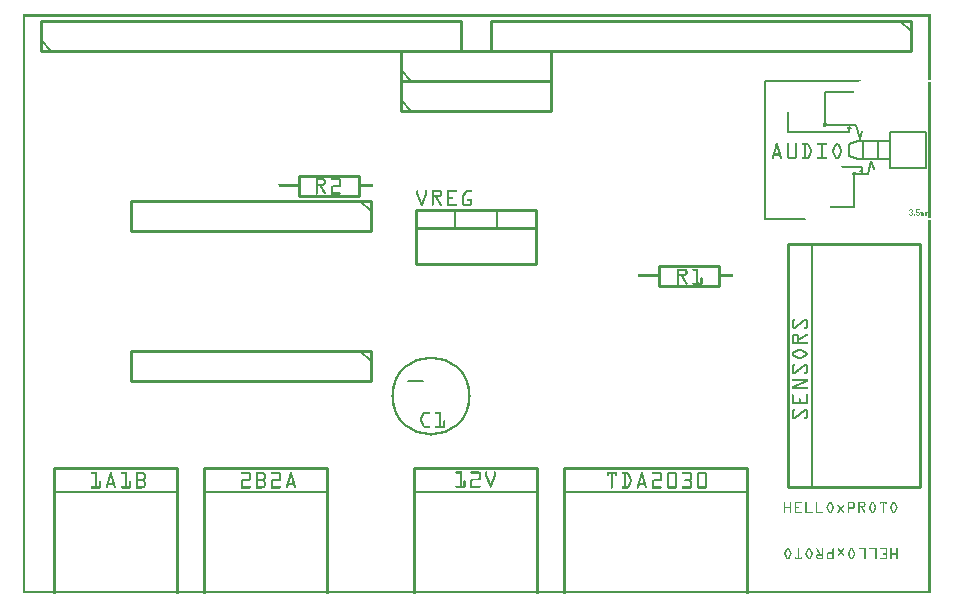
<source format=gto>
G04 MADE WITH FRITZING*
G04 WWW.FRITZING.ORG*
G04 DOUBLE SIDED*
G04 HOLES PLATED*
G04 CONTOUR ON CENTER OF CONTOUR VECTOR*
%ASAXBY*%
%FSLAX23Y23*%
%MOIN*%
%OFA0B0*%
%SFA1.0B1.0*%
%ADD10C,0.263906X0.247906*%
%ADD11C,0.006000*%
%ADD12C,0.002990*%
%ADD13C,0.010000*%
%ADD14C,0.005000*%
%ADD15C,0.008000*%
%ADD16R,0.001000X0.001000*%
%LNSILK1*%
G90*
G70*
G54D10*
X1360Y657D03*
G54D11*
X2473Y1247D02*
X2473Y1707D01*
D02*
X3011Y1538D02*
X3011Y1416D01*
D02*
X2889Y1538D02*
X3011Y1538D01*
D02*
X2889Y1538D02*
X2889Y1416D01*
D02*
X2889Y1416D02*
X3011Y1416D01*
D02*
X2849Y1508D02*
X2849Y1446D01*
D02*
X2802Y1508D02*
X2802Y1446D01*
D02*
X2889Y1446D02*
X2784Y1446D01*
D02*
X2889Y1508D02*
X2784Y1508D01*
D02*
X2784Y1508D02*
X2754Y1498D01*
D02*
X2784Y1446D02*
X2754Y1456D01*
D02*
X2754Y1456D02*
X2754Y1498D01*
D02*
X2550Y1604D02*
X2550Y1536D01*
D02*
X2550Y1536D02*
X2754Y1536D01*
D02*
X2789Y1513D02*
X2798Y1539D01*
D02*
X2754Y1555D02*
X2749Y1550D01*
D02*
X2754Y1555D02*
X2759Y1550D01*
D02*
X2674Y1669D02*
X2674Y1561D01*
D02*
X2674Y1561D02*
X2777Y1561D01*
D02*
X2777Y1561D02*
X2789Y1513D01*
D02*
X2754Y1536D02*
X2754Y1555D01*
D02*
X2770Y1287D02*
X2770Y1397D01*
D02*
X2770Y1397D02*
X2818Y1397D01*
D02*
X2818Y1397D02*
X2828Y1441D01*
D02*
X2828Y1441D02*
X2837Y1414D01*
D02*
X2797Y1421D02*
X2797Y1403D01*
D02*
X2797Y1403D02*
X2802Y1408D01*
D02*
X2797Y1403D02*
X2792Y1408D01*
G54D12*
D02*
X2988Y1279D02*
X2978Y1279D01*
D02*
X2978Y1279D02*
X2978Y1270D01*
D02*
X3016Y1267D02*
X3016Y1259D01*
D02*
X2993Y1259D02*
X2993Y1269D01*
D02*
X2997Y1267D02*
X2997Y1259D01*
D02*
X3001Y1267D02*
X3001Y1259D01*
D02*
X3008Y1259D02*
X3008Y1269D01*
D02*
X3012Y1267D02*
X3012Y1259D01*
D02*
X2978Y1270D02*
X2984Y1270D01*
D02*
X2988Y1266D02*
X2988Y1264D01*
G54D13*
D02*
X1260Y1607D02*
X1760Y1607D01*
D02*
X1760Y1607D02*
X1760Y1707D01*
D02*
X1760Y1707D02*
X1260Y1707D01*
D02*
X1260Y1707D02*
X1260Y1607D01*
G54D14*
D02*
X1295Y1607D02*
X1260Y1642D01*
G54D15*
D02*
X1335Y707D02*
X1285Y707D01*
G54D13*
D02*
X920Y1390D02*
X1120Y1390D01*
D02*
X1120Y1390D02*
X1120Y1324D01*
D02*
X1120Y1324D02*
X920Y1324D01*
D02*
X920Y1324D02*
X920Y1390D01*
D02*
X60Y1807D02*
X1460Y1807D01*
D02*
X1460Y1807D02*
X1460Y1907D01*
D02*
X1460Y1907D02*
X60Y1907D01*
D02*
X60Y1907D02*
X60Y1807D01*
G54D14*
D02*
X95Y1807D02*
X60Y1842D01*
G54D13*
D02*
X1160Y1307D02*
X360Y1307D01*
D02*
X360Y1307D02*
X360Y1207D01*
D02*
X360Y1207D02*
X1160Y1207D01*
D02*
X1160Y1207D02*
X1160Y1307D01*
G54D14*
D02*
X1125Y1307D02*
X1160Y1272D01*
G54D13*
D02*
X1160Y807D02*
X360Y807D01*
D02*
X360Y807D02*
X360Y707D01*
D02*
X360Y707D02*
X1160Y707D01*
D02*
X1160Y707D02*
X1160Y807D01*
G54D14*
D02*
X1125Y807D02*
X1160Y772D01*
G54D13*
D02*
X2960Y1907D02*
X1560Y1907D01*
D02*
X1560Y1907D02*
X1560Y1807D01*
D02*
X1560Y1807D02*
X2960Y1807D01*
D02*
X2960Y1807D02*
X2960Y1907D01*
G54D14*
D02*
X2925Y1907D02*
X2960Y1872D01*
G54D13*
D02*
X2415Y417D02*
X1805Y417D01*
G54D14*
D02*
X2415Y337D02*
X1805Y337D01*
G54D13*
D02*
X2990Y352D02*
X2990Y1162D01*
D02*
X2990Y1162D02*
X2550Y1162D01*
D02*
X2550Y1162D02*
X2550Y352D01*
D02*
X2550Y352D02*
X2990Y352D01*
G54D14*
D02*
X2630Y1162D02*
X2630Y352D01*
G54D13*
D02*
X1715Y417D02*
X1305Y417D01*
G54D14*
D02*
X1715Y337D02*
X1305Y337D01*
G54D13*
D02*
X515Y417D02*
X105Y417D01*
G54D14*
D02*
X515Y337D02*
X105Y337D01*
G54D13*
D02*
X1015Y417D02*
X605Y417D01*
G54D14*
D02*
X1015Y337D02*
X605Y337D01*
G54D13*
D02*
X1310Y1277D02*
X1710Y1277D01*
D02*
X1710Y1277D02*
X1710Y1097D01*
D02*
X1710Y1097D02*
X1310Y1097D01*
D02*
X1310Y1097D02*
X1310Y1277D01*
D02*
X1310Y1277D02*
X1710Y1277D01*
D02*
X1710Y1277D02*
X1710Y1217D01*
D02*
X1710Y1217D02*
X1310Y1217D01*
D02*
X1310Y1217D02*
X1310Y1277D01*
G54D14*
D02*
X1440Y1277D02*
X1440Y1217D01*
D02*
X1580Y1277D02*
X1580Y1217D01*
G54D13*
D02*
X2120Y1090D02*
X2320Y1090D01*
D02*
X2320Y1090D02*
X2320Y1024D01*
D02*
X2320Y1024D02*
X2120Y1024D01*
D02*
X2120Y1024D02*
X2120Y1090D01*
D02*
X1260Y1707D02*
X1760Y1707D01*
D02*
X1760Y1707D02*
X1760Y1807D01*
D02*
X1760Y1807D02*
X1260Y1807D01*
D02*
X1260Y1807D02*
X1260Y1707D01*
G54D14*
D02*
X1295Y1707D02*
X1260Y1742D01*
G54D16*
X0Y1929D02*
X3026Y1929D01*
X0Y1928D02*
X3026Y1928D01*
X0Y1927D02*
X3026Y1927D01*
X0Y1926D02*
X3026Y1926D01*
X0Y1925D02*
X3026Y1925D01*
X0Y1924D02*
X3026Y1924D01*
X0Y1923D02*
X3026Y1923D01*
X0Y1922D02*
X3026Y1922D01*
X0Y1921D02*
X7Y1921D01*
X3019Y1921D02*
X3026Y1921D01*
X0Y1920D02*
X7Y1920D01*
X3019Y1920D02*
X3026Y1920D01*
X0Y1919D02*
X7Y1919D01*
X3019Y1919D02*
X3026Y1919D01*
X0Y1918D02*
X7Y1918D01*
X3019Y1918D02*
X3026Y1918D01*
X0Y1917D02*
X7Y1917D01*
X3019Y1917D02*
X3026Y1917D01*
X0Y1916D02*
X7Y1916D01*
X3019Y1916D02*
X3026Y1916D01*
X0Y1915D02*
X7Y1915D01*
X3019Y1915D02*
X3026Y1915D01*
X0Y1914D02*
X7Y1914D01*
X3019Y1914D02*
X3026Y1914D01*
X0Y1913D02*
X7Y1913D01*
X3019Y1913D02*
X3026Y1913D01*
X0Y1912D02*
X7Y1912D01*
X3019Y1912D02*
X3026Y1912D01*
X0Y1911D02*
X7Y1911D01*
X3019Y1911D02*
X3026Y1911D01*
X0Y1910D02*
X7Y1910D01*
X3019Y1910D02*
X3026Y1910D01*
X0Y1909D02*
X7Y1909D01*
X3019Y1909D02*
X3026Y1909D01*
X0Y1908D02*
X7Y1908D01*
X3019Y1908D02*
X3026Y1908D01*
X0Y1907D02*
X7Y1907D01*
X3019Y1907D02*
X3026Y1907D01*
X0Y1906D02*
X7Y1906D01*
X3019Y1906D02*
X3026Y1906D01*
X0Y1905D02*
X7Y1905D01*
X3019Y1905D02*
X3026Y1905D01*
X0Y1904D02*
X7Y1904D01*
X3019Y1904D02*
X3026Y1904D01*
X0Y1903D02*
X7Y1903D01*
X3019Y1903D02*
X3026Y1903D01*
X0Y1902D02*
X7Y1902D01*
X3019Y1902D02*
X3026Y1902D01*
X0Y1901D02*
X7Y1901D01*
X3019Y1901D02*
X3026Y1901D01*
X0Y1900D02*
X7Y1900D01*
X3019Y1900D02*
X3026Y1900D01*
X0Y1899D02*
X7Y1899D01*
X3019Y1899D02*
X3026Y1899D01*
X0Y1898D02*
X7Y1898D01*
X3019Y1898D02*
X3026Y1898D01*
X0Y1897D02*
X7Y1897D01*
X3019Y1897D02*
X3026Y1897D01*
X0Y1896D02*
X7Y1896D01*
X3019Y1896D02*
X3026Y1896D01*
X0Y1895D02*
X7Y1895D01*
X3019Y1895D02*
X3026Y1895D01*
X0Y1894D02*
X7Y1894D01*
X3019Y1894D02*
X3026Y1894D01*
X0Y1893D02*
X7Y1893D01*
X3019Y1893D02*
X3026Y1893D01*
X0Y1892D02*
X7Y1892D01*
X3019Y1892D02*
X3026Y1892D01*
X0Y1891D02*
X7Y1891D01*
X3019Y1891D02*
X3026Y1891D01*
X0Y1890D02*
X7Y1890D01*
X3019Y1890D02*
X3026Y1890D01*
X0Y1889D02*
X7Y1889D01*
X3019Y1889D02*
X3026Y1889D01*
X0Y1888D02*
X7Y1888D01*
X3019Y1888D02*
X3026Y1888D01*
X0Y1887D02*
X7Y1887D01*
X3019Y1887D02*
X3026Y1887D01*
X0Y1886D02*
X7Y1886D01*
X3019Y1886D02*
X3026Y1886D01*
X0Y1885D02*
X7Y1885D01*
X3019Y1885D02*
X3026Y1885D01*
X0Y1884D02*
X7Y1884D01*
X3019Y1884D02*
X3026Y1884D01*
X0Y1883D02*
X7Y1883D01*
X3019Y1883D02*
X3026Y1883D01*
X0Y1882D02*
X7Y1882D01*
X3019Y1882D02*
X3026Y1882D01*
X0Y1881D02*
X7Y1881D01*
X3019Y1881D02*
X3026Y1881D01*
X0Y1880D02*
X7Y1880D01*
X3019Y1880D02*
X3026Y1880D01*
X0Y1879D02*
X7Y1879D01*
X3019Y1879D02*
X3026Y1879D01*
X0Y1878D02*
X7Y1878D01*
X3019Y1878D02*
X3026Y1878D01*
X0Y1877D02*
X7Y1877D01*
X3019Y1877D02*
X3026Y1877D01*
X0Y1876D02*
X7Y1876D01*
X3019Y1876D02*
X3026Y1876D01*
X0Y1875D02*
X7Y1875D01*
X3019Y1875D02*
X3026Y1875D01*
X0Y1874D02*
X7Y1874D01*
X3019Y1874D02*
X3026Y1874D01*
X0Y1873D02*
X7Y1873D01*
X3019Y1873D02*
X3026Y1873D01*
X0Y1872D02*
X7Y1872D01*
X3019Y1872D02*
X3026Y1872D01*
X0Y1871D02*
X7Y1871D01*
X3019Y1871D02*
X3026Y1871D01*
X0Y1870D02*
X7Y1870D01*
X3019Y1870D02*
X3026Y1870D01*
X0Y1869D02*
X7Y1869D01*
X3019Y1869D02*
X3026Y1869D01*
X0Y1868D02*
X7Y1868D01*
X3019Y1868D02*
X3026Y1868D01*
X0Y1867D02*
X7Y1867D01*
X3019Y1867D02*
X3026Y1867D01*
X0Y1866D02*
X7Y1866D01*
X3019Y1866D02*
X3026Y1866D01*
X0Y1865D02*
X7Y1865D01*
X3019Y1865D02*
X3026Y1865D01*
X0Y1864D02*
X7Y1864D01*
X3019Y1864D02*
X3026Y1864D01*
X0Y1863D02*
X7Y1863D01*
X3019Y1863D02*
X3026Y1863D01*
X0Y1862D02*
X7Y1862D01*
X3019Y1862D02*
X3026Y1862D01*
X0Y1861D02*
X7Y1861D01*
X3019Y1861D02*
X3026Y1861D01*
X0Y1860D02*
X7Y1860D01*
X3019Y1860D02*
X3026Y1860D01*
X0Y1859D02*
X7Y1859D01*
X3019Y1859D02*
X3026Y1859D01*
X0Y1858D02*
X7Y1858D01*
X3019Y1858D02*
X3026Y1858D01*
X0Y1857D02*
X7Y1857D01*
X3019Y1857D02*
X3026Y1857D01*
X0Y1856D02*
X7Y1856D01*
X3019Y1856D02*
X3026Y1856D01*
X0Y1855D02*
X7Y1855D01*
X3019Y1855D02*
X3026Y1855D01*
X0Y1854D02*
X7Y1854D01*
X3019Y1854D02*
X3026Y1854D01*
X0Y1853D02*
X7Y1853D01*
X3019Y1853D02*
X3026Y1853D01*
X0Y1852D02*
X7Y1852D01*
X3019Y1852D02*
X3026Y1852D01*
X0Y1851D02*
X7Y1851D01*
X3019Y1851D02*
X3026Y1851D01*
X0Y1850D02*
X7Y1850D01*
X3019Y1850D02*
X3026Y1850D01*
X0Y1849D02*
X7Y1849D01*
X3019Y1849D02*
X3026Y1849D01*
X0Y1848D02*
X7Y1848D01*
X3019Y1848D02*
X3026Y1848D01*
X0Y1847D02*
X7Y1847D01*
X3019Y1847D02*
X3026Y1847D01*
X0Y1846D02*
X7Y1846D01*
X3019Y1846D02*
X3026Y1846D01*
X0Y1845D02*
X7Y1845D01*
X3019Y1845D02*
X3026Y1845D01*
X0Y1844D02*
X7Y1844D01*
X3019Y1844D02*
X3026Y1844D01*
X0Y1843D02*
X7Y1843D01*
X3019Y1843D02*
X3026Y1843D01*
X0Y1842D02*
X7Y1842D01*
X3019Y1842D02*
X3026Y1842D01*
X0Y1841D02*
X7Y1841D01*
X3019Y1841D02*
X3026Y1841D01*
X0Y1840D02*
X7Y1840D01*
X3019Y1840D02*
X3026Y1840D01*
X0Y1839D02*
X7Y1839D01*
X3019Y1839D02*
X3026Y1839D01*
X0Y1838D02*
X7Y1838D01*
X3019Y1838D02*
X3026Y1838D01*
X0Y1837D02*
X7Y1837D01*
X3019Y1837D02*
X3026Y1837D01*
X0Y1836D02*
X7Y1836D01*
X3019Y1836D02*
X3026Y1836D01*
X0Y1835D02*
X7Y1835D01*
X3019Y1835D02*
X3026Y1835D01*
X0Y1834D02*
X7Y1834D01*
X3019Y1834D02*
X3026Y1834D01*
X0Y1833D02*
X7Y1833D01*
X3019Y1833D02*
X3026Y1833D01*
X0Y1832D02*
X7Y1832D01*
X3019Y1832D02*
X3026Y1832D01*
X0Y1831D02*
X7Y1831D01*
X3019Y1831D02*
X3026Y1831D01*
X0Y1830D02*
X7Y1830D01*
X3019Y1830D02*
X3026Y1830D01*
X0Y1829D02*
X7Y1829D01*
X3019Y1829D02*
X3026Y1829D01*
X0Y1828D02*
X7Y1828D01*
X3019Y1828D02*
X3026Y1828D01*
X0Y1827D02*
X7Y1827D01*
X3019Y1827D02*
X3026Y1827D01*
X0Y1826D02*
X7Y1826D01*
X3019Y1826D02*
X3026Y1826D01*
X0Y1825D02*
X7Y1825D01*
X3019Y1825D02*
X3026Y1825D01*
X0Y1824D02*
X7Y1824D01*
X3019Y1824D02*
X3026Y1824D01*
X0Y1823D02*
X7Y1823D01*
X3019Y1823D02*
X3026Y1823D01*
X0Y1822D02*
X7Y1822D01*
X3019Y1822D02*
X3026Y1822D01*
X0Y1821D02*
X7Y1821D01*
X3019Y1821D02*
X3026Y1821D01*
X0Y1820D02*
X7Y1820D01*
X3019Y1820D02*
X3026Y1820D01*
X0Y1819D02*
X7Y1819D01*
X3019Y1819D02*
X3026Y1819D01*
X0Y1818D02*
X7Y1818D01*
X3019Y1818D02*
X3026Y1818D01*
X0Y1817D02*
X7Y1817D01*
X3019Y1817D02*
X3026Y1817D01*
X0Y1816D02*
X7Y1816D01*
X3019Y1816D02*
X3026Y1816D01*
X0Y1815D02*
X7Y1815D01*
X3019Y1815D02*
X3026Y1815D01*
X0Y1814D02*
X7Y1814D01*
X3019Y1814D02*
X3026Y1814D01*
X0Y1813D02*
X7Y1813D01*
X3019Y1813D02*
X3026Y1813D01*
X0Y1812D02*
X7Y1812D01*
X3019Y1812D02*
X3026Y1812D01*
X0Y1811D02*
X7Y1811D01*
X3019Y1811D02*
X3026Y1811D01*
X0Y1810D02*
X7Y1810D01*
X3019Y1810D02*
X3026Y1810D01*
X0Y1809D02*
X7Y1809D01*
X3019Y1809D02*
X3026Y1809D01*
X0Y1808D02*
X7Y1808D01*
X3019Y1808D02*
X3026Y1808D01*
X0Y1807D02*
X7Y1807D01*
X3019Y1807D02*
X3026Y1807D01*
X0Y1806D02*
X7Y1806D01*
X3019Y1806D02*
X3026Y1806D01*
X0Y1805D02*
X7Y1805D01*
X3019Y1805D02*
X3026Y1805D01*
X0Y1804D02*
X7Y1804D01*
X3019Y1804D02*
X3026Y1804D01*
X0Y1803D02*
X7Y1803D01*
X3019Y1803D02*
X3026Y1803D01*
X0Y1802D02*
X7Y1802D01*
X3019Y1802D02*
X3026Y1802D01*
X0Y1801D02*
X7Y1801D01*
X3019Y1801D02*
X3026Y1801D01*
X0Y1800D02*
X7Y1800D01*
X3019Y1800D02*
X3026Y1800D01*
X0Y1799D02*
X7Y1799D01*
X3019Y1799D02*
X3026Y1799D01*
X0Y1798D02*
X7Y1798D01*
X3019Y1798D02*
X3026Y1798D01*
X0Y1797D02*
X7Y1797D01*
X3019Y1797D02*
X3026Y1797D01*
X0Y1796D02*
X7Y1796D01*
X3019Y1796D02*
X3026Y1796D01*
X0Y1795D02*
X7Y1795D01*
X3019Y1795D02*
X3026Y1795D01*
X0Y1794D02*
X7Y1794D01*
X3019Y1794D02*
X3026Y1794D01*
X0Y1793D02*
X7Y1793D01*
X3019Y1793D02*
X3026Y1793D01*
X0Y1792D02*
X7Y1792D01*
X3019Y1792D02*
X3026Y1792D01*
X0Y1791D02*
X7Y1791D01*
X3019Y1791D02*
X3026Y1791D01*
X0Y1790D02*
X7Y1790D01*
X3019Y1790D02*
X3026Y1790D01*
X0Y1789D02*
X7Y1789D01*
X3019Y1789D02*
X3026Y1789D01*
X0Y1788D02*
X7Y1788D01*
X3019Y1788D02*
X3026Y1788D01*
X0Y1787D02*
X7Y1787D01*
X3019Y1787D02*
X3026Y1787D01*
X0Y1786D02*
X7Y1786D01*
X3019Y1786D02*
X3026Y1786D01*
X0Y1785D02*
X7Y1785D01*
X3019Y1785D02*
X3026Y1785D01*
X0Y1784D02*
X7Y1784D01*
X3019Y1784D02*
X3026Y1784D01*
X0Y1783D02*
X7Y1783D01*
X3019Y1783D02*
X3026Y1783D01*
X0Y1782D02*
X7Y1782D01*
X3019Y1782D02*
X3026Y1782D01*
X0Y1781D02*
X7Y1781D01*
X3019Y1781D02*
X3026Y1781D01*
X0Y1780D02*
X7Y1780D01*
X3019Y1780D02*
X3026Y1780D01*
X0Y1779D02*
X7Y1779D01*
X3019Y1779D02*
X3026Y1779D01*
X0Y1778D02*
X7Y1778D01*
X3019Y1778D02*
X3026Y1778D01*
X0Y1777D02*
X7Y1777D01*
X3019Y1777D02*
X3026Y1777D01*
X0Y1776D02*
X7Y1776D01*
X3019Y1776D02*
X3026Y1776D01*
X0Y1775D02*
X7Y1775D01*
X3019Y1775D02*
X3026Y1775D01*
X0Y1774D02*
X7Y1774D01*
X3019Y1774D02*
X3026Y1774D01*
X0Y1773D02*
X7Y1773D01*
X3019Y1773D02*
X3026Y1773D01*
X0Y1772D02*
X7Y1772D01*
X3019Y1772D02*
X3026Y1772D01*
X0Y1771D02*
X7Y1771D01*
X3019Y1771D02*
X3026Y1771D01*
X0Y1770D02*
X7Y1770D01*
X3019Y1770D02*
X3026Y1770D01*
X0Y1769D02*
X7Y1769D01*
X3019Y1769D02*
X3026Y1769D01*
X0Y1768D02*
X7Y1768D01*
X3019Y1768D02*
X3026Y1768D01*
X0Y1767D02*
X7Y1767D01*
X3019Y1767D02*
X3026Y1767D01*
X0Y1766D02*
X7Y1766D01*
X3019Y1766D02*
X3026Y1766D01*
X0Y1765D02*
X7Y1765D01*
X3019Y1765D02*
X3026Y1765D01*
X0Y1764D02*
X7Y1764D01*
X3019Y1764D02*
X3026Y1764D01*
X0Y1763D02*
X7Y1763D01*
X3019Y1763D02*
X3026Y1763D01*
X0Y1762D02*
X7Y1762D01*
X3019Y1762D02*
X3026Y1762D01*
X0Y1761D02*
X7Y1761D01*
X3019Y1761D02*
X3026Y1761D01*
X0Y1760D02*
X7Y1760D01*
X3019Y1760D02*
X3026Y1760D01*
X0Y1759D02*
X7Y1759D01*
X3019Y1759D02*
X3026Y1759D01*
X0Y1758D02*
X7Y1758D01*
X3019Y1758D02*
X3026Y1758D01*
X0Y1757D02*
X7Y1757D01*
X3019Y1757D02*
X3026Y1757D01*
X0Y1756D02*
X7Y1756D01*
X3019Y1756D02*
X3026Y1756D01*
X0Y1755D02*
X7Y1755D01*
X3019Y1755D02*
X3026Y1755D01*
X0Y1754D02*
X7Y1754D01*
X3019Y1754D02*
X3026Y1754D01*
X0Y1753D02*
X7Y1753D01*
X3019Y1753D02*
X3026Y1753D01*
X0Y1752D02*
X7Y1752D01*
X3019Y1752D02*
X3026Y1752D01*
X0Y1751D02*
X7Y1751D01*
X3019Y1751D02*
X3026Y1751D01*
X0Y1750D02*
X7Y1750D01*
X3019Y1750D02*
X3026Y1750D01*
X0Y1749D02*
X7Y1749D01*
X3019Y1749D02*
X3026Y1749D01*
X0Y1748D02*
X7Y1748D01*
X3019Y1748D02*
X3026Y1748D01*
X0Y1747D02*
X7Y1747D01*
X3019Y1747D02*
X3026Y1747D01*
X0Y1746D02*
X7Y1746D01*
X3019Y1746D02*
X3026Y1746D01*
X0Y1745D02*
X7Y1745D01*
X3019Y1745D02*
X3026Y1745D01*
X0Y1744D02*
X7Y1744D01*
X3019Y1744D02*
X3026Y1744D01*
X0Y1743D02*
X7Y1743D01*
X3019Y1743D02*
X3026Y1743D01*
X0Y1742D02*
X7Y1742D01*
X3019Y1742D02*
X3026Y1742D01*
X0Y1741D02*
X7Y1741D01*
X3019Y1741D02*
X3026Y1741D01*
X0Y1740D02*
X7Y1740D01*
X3019Y1740D02*
X3026Y1740D01*
X0Y1739D02*
X7Y1739D01*
X3019Y1739D02*
X3026Y1739D01*
X0Y1738D02*
X7Y1738D01*
X3019Y1738D02*
X3026Y1738D01*
X0Y1737D02*
X7Y1737D01*
X3019Y1737D02*
X3026Y1737D01*
X0Y1736D02*
X7Y1736D01*
X3019Y1736D02*
X3026Y1736D01*
X0Y1735D02*
X7Y1735D01*
X3019Y1735D02*
X3026Y1735D01*
X0Y1734D02*
X7Y1734D01*
X3019Y1734D02*
X3026Y1734D01*
X0Y1733D02*
X7Y1733D01*
X3019Y1733D02*
X3026Y1733D01*
X0Y1732D02*
X7Y1732D01*
X3019Y1732D02*
X3026Y1732D01*
X0Y1731D02*
X7Y1731D01*
X3019Y1731D02*
X3026Y1731D01*
X0Y1730D02*
X7Y1730D01*
X3019Y1730D02*
X3026Y1730D01*
X0Y1729D02*
X7Y1729D01*
X3019Y1729D02*
X3026Y1729D01*
X0Y1728D02*
X7Y1728D01*
X3019Y1728D02*
X3026Y1728D01*
X0Y1727D02*
X7Y1727D01*
X3019Y1727D02*
X3026Y1727D01*
X0Y1726D02*
X7Y1726D01*
X3019Y1726D02*
X3026Y1726D01*
X0Y1725D02*
X7Y1725D01*
X3019Y1725D02*
X3026Y1725D01*
X0Y1724D02*
X7Y1724D01*
X3019Y1724D02*
X3026Y1724D01*
X0Y1723D02*
X7Y1723D01*
X3019Y1723D02*
X3026Y1723D01*
X0Y1722D02*
X7Y1722D01*
X3019Y1722D02*
X3026Y1722D01*
X0Y1721D02*
X7Y1721D01*
X3019Y1721D02*
X3026Y1721D01*
X0Y1720D02*
X7Y1720D01*
X3019Y1720D02*
X3026Y1720D01*
X0Y1719D02*
X7Y1719D01*
X3019Y1719D02*
X3026Y1719D01*
X0Y1718D02*
X7Y1718D01*
X3019Y1718D02*
X3026Y1718D01*
X0Y1717D02*
X7Y1717D01*
X3019Y1717D02*
X3026Y1717D01*
X0Y1716D02*
X7Y1716D01*
X3019Y1716D02*
X3026Y1716D01*
X0Y1715D02*
X7Y1715D01*
X3019Y1715D02*
X3026Y1715D01*
X0Y1714D02*
X7Y1714D01*
X3019Y1714D02*
X3026Y1714D01*
X0Y1713D02*
X7Y1713D01*
X3019Y1713D02*
X3026Y1713D01*
X0Y1712D02*
X7Y1712D01*
X3019Y1712D02*
X3026Y1712D01*
X0Y1711D02*
X7Y1711D01*
X3019Y1711D02*
X3026Y1711D01*
X0Y1710D02*
X7Y1710D01*
X2473Y1710D02*
X2793Y1710D01*
X0Y1709D02*
X7Y1709D01*
X2473Y1709D02*
X2792Y1709D01*
X0Y1708D02*
X7Y1708D01*
X2473Y1708D02*
X2791Y1708D01*
X0Y1707D02*
X7Y1707D01*
X2473Y1707D02*
X2789Y1707D01*
X0Y1706D02*
X7Y1706D01*
X2473Y1706D02*
X2788Y1706D01*
X0Y1705D02*
X7Y1705D01*
X2473Y1705D02*
X2787Y1705D01*
X0Y1704D02*
X7Y1704D01*
X3019Y1704D02*
X3026Y1704D01*
X0Y1703D02*
X7Y1703D01*
X3019Y1703D02*
X3026Y1703D01*
X0Y1702D02*
X7Y1702D01*
X3019Y1702D02*
X3026Y1702D01*
X0Y1701D02*
X7Y1701D01*
X3019Y1701D02*
X3026Y1701D01*
X0Y1700D02*
X7Y1700D01*
X3019Y1700D02*
X3026Y1700D01*
X0Y1699D02*
X7Y1699D01*
X3019Y1699D02*
X3026Y1699D01*
X0Y1698D02*
X7Y1698D01*
X3019Y1698D02*
X3026Y1698D01*
X0Y1697D02*
X7Y1697D01*
X3019Y1697D02*
X3026Y1697D01*
X0Y1696D02*
X7Y1696D01*
X3019Y1696D02*
X3026Y1696D01*
X0Y1695D02*
X7Y1695D01*
X3019Y1695D02*
X3026Y1695D01*
X0Y1694D02*
X7Y1694D01*
X3019Y1694D02*
X3026Y1694D01*
X0Y1693D02*
X7Y1693D01*
X3019Y1693D02*
X3026Y1693D01*
X0Y1692D02*
X7Y1692D01*
X3019Y1692D02*
X3026Y1692D01*
X0Y1691D02*
X7Y1691D01*
X3019Y1691D02*
X3026Y1691D01*
X0Y1690D02*
X7Y1690D01*
X3019Y1690D02*
X3026Y1690D01*
X0Y1689D02*
X7Y1689D01*
X3019Y1689D02*
X3026Y1689D01*
X0Y1688D02*
X7Y1688D01*
X3019Y1688D02*
X3026Y1688D01*
X0Y1687D02*
X7Y1687D01*
X3019Y1687D02*
X3026Y1687D01*
X0Y1686D02*
X7Y1686D01*
X3019Y1686D02*
X3026Y1686D01*
X0Y1685D02*
X7Y1685D01*
X3019Y1685D02*
X3026Y1685D01*
X0Y1684D02*
X7Y1684D01*
X3019Y1684D02*
X3026Y1684D01*
X0Y1683D02*
X7Y1683D01*
X3019Y1683D02*
X3026Y1683D01*
X0Y1682D02*
X7Y1682D01*
X3019Y1682D02*
X3026Y1682D01*
X0Y1681D02*
X7Y1681D01*
X3019Y1681D02*
X3026Y1681D01*
X0Y1680D02*
X7Y1680D01*
X3019Y1680D02*
X3026Y1680D01*
X0Y1679D02*
X7Y1679D01*
X3019Y1679D02*
X3026Y1679D01*
X0Y1678D02*
X7Y1678D01*
X3019Y1678D02*
X3026Y1678D01*
X0Y1677D02*
X7Y1677D01*
X3019Y1677D02*
X3026Y1677D01*
X0Y1676D02*
X7Y1676D01*
X3019Y1676D02*
X3026Y1676D01*
X0Y1675D02*
X7Y1675D01*
X3019Y1675D02*
X3026Y1675D01*
X0Y1674D02*
X7Y1674D01*
X3019Y1674D02*
X3026Y1674D01*
X0Y1673D02*
X7Y1673D01*
X3019Y1673D02*
X3026Y1673D01*
X0Y1672D02*
X7Y1672D01*
X2674Y1672D02*
X2771Y1672D01*
X3019Y1672D02*
X3026Y1672D01*
X0Y1671D02*
X7Y1671D01*
X2674Y1671D02*
X2771Y1671D01*
X3019Y1671D02*
X3026Y1671D01*
X0Y1670D02*
X7Y1670D01*
X2674Y1670D02*
X2771Y1670D01*
X3019Y1670D02*
X3026Y1670D01*
X0Y1669D02*
X7Y1669D01*
X2674Y1669D02*
X2771Y1669D01*
X3019Y1669D02*
X3026Y1669D01*
X0Y1668D02*
X7Y1668D01*
X2674Y1668D02*
X2771Y1668D01*
X3019Y1668D02*
X3026Y1668D01*
X0Y1667D02*
X7Y1667D01*
X2674Y1667D02*
X2771Y1667D01*
X3019Y1667D02*
X3026Y1667D01*
X0Y1666D02*
X7Y1666D01*
X3019Y1666D02*
X3026Y1666D01*
X0Y1665D02*
X7Y1665D01*
X3019Y1665D02*
X3026Y1665D01*
X0Y1664D02*
X7Y1664D01*
X3019Y1664D02*
X3026Y1664D01*
X0Y1663D02*
X7Y1663D01*
X3019Y1663D02*
X3026Y1663D01*
X0Y1662D02*
X7Y1662D01*
X3019Y1662D02*
X3026Y1662D01*
X0Y1661D02*
X7Y1661D01*
X3019Y1661D02*
X3026Y1661D01*
X0Y1660D02*
X7Y1660D01*
X3019Y1660D02*
X3026Y1660D01*
X0Y1659D02*
X7Y1659D01*
X3019Y1659D02*
X3026Y1659D01*
X0Y1658D02*
X7Y1658D01*
X3019Y1658D02*
X3026Y1658D01*
X0Y1657D02*
X7Y1657D01*
X3019Y1657D02*
X3026Y1657D01*
X0Y1656D02*
X7Y1656D01*
X3019Y1656D02*
X3026Y1656D01*
X0Y1655D02*
X7Y1655D01*
X3019Y1655D02*
X3026Y1655D01*
X0Y1654D02*
X7Y1654D01*
X3019Y1654D02*
X3026Y1654D01*
X0Y1653D02*
X7Y1653D01*
X3019Y1653D02*
X3026Y1653D01*
X0Y1652D02*
X7Y1652D01*
X3019Y1652D02*
X3026Y1652D01*
X0Y1651D02*
X7Y1651D01*
X3019Y1651D02*
X3026Y1651D01*
X0Y1650D02*
X7Y1650D01*
X3019Y1650D02*
X3026Y1650D01*
X0Y1649D02*
X7Y1649D01*
X3019Y1649D02*
X3026Y1649D01*
X0Y1648D02*
X7Y1648D01*
X3019Y1648D02*
X3026Y1648D01*
X0Y1647D02*
X7Y1647D01*
X3019Y1647D02*
X3026Y1647D01*
X0Y1646D02*
X7Y1646D01*
X3019Y1646D02*
X3026Y1646D01*
X0Y1645D02*
X7Y1645D01*
X3019Y1645D02*
X3026Y1645D01*
X0Y1644D02*
X7Y1644D01*
X3019Y1644D02*
X3026Y1644D01*
X0Y1643D02*
X7Y1643D01*
X3019Y1643D02*
X3026Y1643D01*
X0Y1642D02*
X7Y1642D01*
X3019Y1642D02*
X3026Y1642D01*
X0Y1641D02*
X7Y1641D01*
X3019Y1641D02*
X3026Y1641D01*
X0Y1640D02*
X7Y1640D01*
X3019Y1640D02*
X3026Y1640D01*
X0Y1639D02*
X7Y1639D01*
X3019Y1639D02*
X3026Y1639D01*
X0Y1638D02*
X7Y1638D01*
X3019Y1638D02*
X3026Y1638D01*
X0Y1637D02*
X7Y1637D01*
X3019Y1637D02*
X3026Y1637D01*
X0Y1636D02*
X7Y1636D01*
X3019Y1636D02*
X3026Y1636D01*
X0Y1635D02*
X7Y1635D01*
X3019Y1635D02*
X3026Y1635D01*
X0Y1634D02*
X7Y1634D01*
X3019Y1634D02*
X3026Y1634D01*
X0Y1633D02*
X7Y1633D01*
X3019Y1633D02*
X3026Y1633D01*
X0Y1632D02*
X7Y1632D01*
X3019Y1632D02*
X3026Y1632D01*
X0Y1631D02*
X7Y1631D01*
X3019Y1631D02*
X3026Y1631D01*
X0Y1630D02*
X7Y1630D01*
X3019Y1630D02*
X3026Y1630D01*
X0Y1629D02*
X7Y1629D01*
X3019Y1629D02*
X3026Y1629D01*
X0Y1628D02*
X7Y1628D01*
X3019Y1628D02*
X3026Y1628D01*
X0Y1627D02*
X7Y1627D01*
X3019Y1627D02*
X3026Y1627D01*
X0Y1626D02*
X7Y1626D01*
X3019Y1626D02*
X3026Y1626D01*
X0Y1625D02*
X7Y1625D01*
X3019Y1625D02*
X3026Y1625D01*
X0Y1624D02*
X7Y1624D01*
X3019Y1624D02*
X3026Y1624D01*
X0Y1623D02*
X7Y1623D01*
X3019Y1623D02*
X3026Y1623D01*
X0Y1622D02*
X7Y1622D01*
X3019Y1622D02*
X3026Y1622D01*
X0Y1621D02*
X7Y1621D01*
X3019Y1621D02*
X3026Y1621D01*
X0Y1620D02*
X7Y1620D01*
X3019Y1620D02*
X3026Y1620D01*
X0Y1619D02*
X7Y1619D01*
X3019Y1619D02*
X3026Y1619D01*
X0Y1618D02*
X7Y1618D01*
X3019Y1618D02*
X3026Y1618D01*
X0Y1617D02*
X7Y1617D01*
X3019Y1617D02*
X3026Y1617D01*
X0Y1616D02*
X7Y1616D01*
X3019Y1616D02*
X3026Y1616D01*
X0Y1615D02*
X7Y1615D01*
X3019Y1615D02*
X3026Y1615D01*
X0Y1614D02*
X7Y1614D01*
X3019Y1614D02*
X3026Y1614D01*
X0Y1613D02*
X7Y1613D01*
X3019Y1613D02*
X3026Y1613D01*
X0Y1612D02*
X7Y1612D01*
X3019Y1612D02*
X3026Y1612D01*
X0Y1611D02*
X7Y1611D01*
X3019Y1611D02*
X3026Y1611D01*
X0Y1610D02*
X7Y1610D01*
X3019Y1610D02*
X3026Y1610D01*
X0Y1609D02*
X7Y1609D01*
X3019Y1609D02*
X3026Y1609D01*
X0Y1608D02*
X7Y1608D01*
X3019Y1608D02*
X3026Y1608D01*
X0Y1607D02*
X7Y1607D01*
X3019Y1607D02*
X3026Y1607D01*
X0Y1606D02*
X7Y1606D01*
X3019Y1606D02*
X3026Y1606D01*
X0Y1605D02*
X7Y1605D01*
X3019Y1605D02*
X3026Y1605D01*
X0Y1604D02*
X7Y1604D01*
X3019Y1604D02*
X3026Y1604D01*
X0Y1603D02*
X7Y1603D01*
X3019Y1603D02*
X3026Y1603D01*
X0Y1602D02*
X7Y1602D01*
X3019Y1602D02*
X3026Y1602D01*
X0Y1601D02*
X7Y1601D01*
X3019Y1601D02*
X3026Y1601D01*
X0Y1600D02*
X7Y1600D01*
X3019Y1600D02*
X3026Y1600D01*
X0Y1599D02*
X7Y1599D01*
X3019Y1599D02*
X3026Y1599D01*
X0Y1598D02*
X7Y1598D01*
X3019Y1598D02*
X3026Y1598D01*
X0Y1597D02*
X7Y1597D01*
X3019Y1597D02*
X3026Y1597D01*
X0Y1596D02*
X7Y1596D01*
X3019Y1596D02*
X3026Y1596D01*
X0Y1595D02*
X7Y1595D01*
X3019Y1595D02*
X3026Y1595D01*
X0Y1594D02*
X7Y1594D01*
X3019Y1594D02*
X3026Y1594D01*
X0Y1593D02*
X7Y1593D01*
X3019Y1593D02*
X3026Y1593D01*
X0Y1592D02*
X7Y1592D01*
X3019Y1592D02*
X3026Y1592D01*
X0Y1591D02*
X7Y1591D01*
X3019Y1591D02*
X3026Y1591D01*
X0Y1590D02*
X7Y1590D01*
X3019Y1590D02*
X3026Y1590D01*
X0Y1589D02*
X7Y1589D01*
X3019Y1589D02*
X3026Y1589D01*
X0Y1588D02*
X7Y1588D01*
X3019Y1588D02*
X3026Y1588D01*
X0Y1587D02*
X7Y1587D01*
X3019Y1587D02*
X3026Y1587D01*
X0Y1586D02*
X7Y1586D01*
X3019Y1586D02*
X3026Y1586D01*
X0Y1585D02*
X7Y1585D01*
X3019Y1585D02*
X3026Y1585D01*
X0Y1584D02*
X7Y1584D01*
X3019Y1584D02*
X3026Y1584D01*
X0Y1583D02*
X7Y1583D01*
X3019Y1583D02*
X3026Y1583D01*
X0Y1582D02*
X7Y1582D01*
X3019Y1582D02*
X3026Y1582D01*
X0Y1581D02*
X7Y1581D01*
X3019Y1581D02*
X3026Y1581D01*
X0Y1580D02*
X7Y1580D01*
X3019Y1580D02*
X3026Y1580D01*
X0Y1579D02*
X7Y1579D01*
X3019Y1579D02*
X3026Y1579D01*
X0Y1578D02*
X7Y1578D01*
X3019Y1578D02*
X3026Y1578D01*
X0Y1577D02*
X7Y1577D01*
X3019Y1577D02*
X3026Y1577D01*
X0Y1576D02*
X7Y1576D01*
X3019Y1576D02*
X3026Y1576D01*
X0Y1575D02*
X7Y1575D01*
X3019Y1575D02*
X3026Y1575D01*
X0Y1574D02*
X7Y1574D01*
X3019Y1574D02*
X3026Y1574D01*
X0Y1573D02*
X7Y1573D01*
X3019Y1573D02*
X3026Y1573D01*
X0Y1572D02*
X7Y1572D01*
X3019Y1572D02*
X3026Y1572D01*
X0Y1571D02*
X7Y1571D01*
X3019Y1571D02*
X3026Y1571D01*
X0Y1570D02*
X7Y1570D01*
X3019Y1570D02*
X3026Y1570D01*
X0Y1569D02*
X7Y1569D01*
X2672Y1569D02*
X2675Y1569D01*
X3019Y1569D02*
X3026Y1569D01*
X0Y1568D02*
X7Y1568D01*
X2670Y1568D02*
X2677Y1568D01*
X3019Y1568D02*
X3026Y1568D01*
X0Y1567D02*
X7Y1567D01*
X2669Y1567D02*
X2678Y1567D01*
X3019Y1567D02*
X3026Y1567D01*
X0Y1566D02*
X7Y1566D01*
X2668Y1566D02*
X2679Y1566D01*
X3019Y1566D02*
X3026Y1566D01*
X0Y1565D02*
X7Y1565D01*
X2667Y1565D02*
X2680Y1565D01*
X3019Y1565D02*
X3026Y1565D01*
X0Y1564D02*
X7Y1564D01*
X2667Y1564D02*
X2680Y1564D01*
X3019Y1564D02*
X3026Y1564D01*
X0Y1563D02*
X7Y1563D01*
X2666Y1563D02*
X2672Y1563D01*
X2675Y1563D02*
X2681Y1563D01*
X3019Y1563D02*
X3026Y1563D01*
X0Y1562D02*
X7Y1562D01*
X2666Y1562D02*
X2671Y1562D01*
X2676Y1562D02*
X2681Y1562D01*
X3019Y1562D02*
X3026Y1562D01*
X0Y1561D02*
X7Y1561D01*
X2666Y1561D02*
X2671Y1561D01*
X2676Y1561D02*
X2681Y1561D01*
X3019Y1561D02*
X3026Y1561D01*
X0Y1560D02*
X7Y1560D01*
X2666Y1560D02*
X2671Y1560D01*
X2676Y1560D02*
X2681Y1560D01*
X3019Y1560D02*
X3026Y1560D01*
X0Y1559D02*
X7Y1559D01*
X2666Y1559D02*
X2680Y1559D01*
X3019Y1559D02*
X3026Y1559D01*
X0Y1558D02*
X7Y1558D01*
X2667Y1558D02*
X2680Y1558D01*
X3019Y1558D02*
X3026Y1558D01*
X0Y1557D02*
X7Y1557D01*
X2667Y1557D02*
X2679Y1557D01*
X3019Y1557D02*
X3026Y1557D01*
X0Y1556D02*
X7Y1556D01*
X2668Y1556D02*
X2679Y1556D01*
X3019Y1556D02*
X3026Y1556D01*
X0Y1555D02*
X7Y1555D01*
X2669Y1555D02*
X2677Y1555D01*
X3019Y1555D02*
X3026Y1555D01*
X0Y1554D02*
X7Y1554D01*
X2671Y1554D02*
X2676Y1554D01*
X3019Y1554D02*
X3026Y1554D01*
X0Y1553D02*
X7Y1553D01*
X3019Y1553D02*
X3026Y1553D01*
X0Y1552D02*
X7Y1552D01*
X3019Y1552D02*
X3026Y1552D01*
X0Y1551D02*
X7Y1551D01*
X3019Y1551D02*
X3026Y1551D01*
X0Y1550D02*
X7Y1550D01*
X3019Y1550D02*
X3026Y1550D01*
X0Y1549D02*
X7Y1549D01*
X3019Y1549D02*
X3026Y1549D01*
X0Y1548D02*
X7Y1548D01*
X3019Y1548D02*
X3026Y1548D01*
X0Y1547D02*
X7Y1547D01*
X3019Y1547D02*
X3026Y1547D01*
X0Y1546D02*
X7Y1546D01*
X3019Y1546D02*
X3026Y1546D01*
X0Y1545D02*
X7Y1545D01*
X3019Y1545D02*
X3026Y1545D01*
X0Y1544D02*
X7Y1544D01*
X3019Y1544D02*
X3026Y1544D01*
X0Y1543D02*
X7Y1543D01*
X3019Y1543D02*
X3026Y1543D01*
X0Y1542D02*
X7Y1542D01*
X3019Y1542D02*
X3026Y1542D01*
X0Y1541D02*
X7Y1541D01*
X3019Y1541D02*
X3026Y1541D01*
X0Y1540D02*
X7Y1540D01*
X3019Y1540D02*
X3026Y1540D01*
X0Y1539D02*
X7Y1539D01*
X3019Y1539D02*
X3026Y1539D01*
X0Y1538D02*
X7Y1538D01*
X3019Y1538D02*
X3026Y1538D01*
X0Y1537D02*
X7Y1537D01*
X3019Y1537D02*
X3026Y1537D01*
X0Y1536D02*
X7Y1536D01*
X3019Y1536D02*
X3026Y1536D01*
X0Y1535D02*
X7Y1535D01*
X3019Y1535D02*
X3026Y1535D01*
X0Y1534D02*
X7Y1534D01*
X3019Y1534D02*
X3026Y1534D01*
X0Y1533D02*
X7Y1533D01*
X3019Y1533D02*
X3026Y1533D01*
X0Y1532D02*
X7Y1532D01*
X3019Y1532D02*
X3026Y1532D01*
X0Y1531D02*
X7Y1531D01*
X3019Y1531D02*
X3026Y1531D01*
X0Y1530D02*
X7Y1530D01*
X3019Y1530D02*
X3026Y1530D01*
X0Y1529D02*
X7Y1529D01*
X3019Y1529D02*
X3026Y1529D01*
X0Y1528D02*
X7Y1528D01*
X3019Y1528D02*
X3026Y1528D01*
X0Y1527D02*
X7Y1527D01*
X3019Y1527D02*
X3026Y1527D01*
X0Y1526D02*
X7Y1526D01*
X3019Y1526D02*
X3026Y1526D01*
X0Y1525D02*
X7Y1525D01*
X3019Y1525D02*
X3026Y1525D01*
X0Y1524D02*
X7Y1524D01*
X3019Y1524D02*
X3026Y1524D01*
X0Y1523D02*
X7Y1523D01*
X3019Y1523D02*
X3026Y1523D01*
X0Y1522D02*
X7Y1522D01*
X3019Y1522D02*
X3026Y1522D01*
X0Y1521D02*
X7Y1521D01*
X3019Y1521D02*
X3026Y1521D01*
X0Y1520D02*
X7Y1520D01*
X3019Y1520D02*
X3026Y1520D01*
X0Y1519D02*
X7Y1519D01*
X3019Y1519D02*
X3026Y1519D01*
X0Y1518D02*
X7Y1518D01*
X3019Y1518D02*
X3026Y1518D01*
X0Y1517D02*
X7Y1517D01*
X3019Y1517D02*
X3026Y1517D01*
X0Y1516D02*
X7Y1516D01*
X3019Y1516D02*
X3026Y1516D01*
X0Y1515D02*
X7Y1515D01*
X3019Y1515D02*
X3026Y1515D01*
X0Y1514D02*
X7Y1514D01*
X3019Y1514D02*
X3026Y1514D01*
X0Y1513D02*
X7Y1513D01*
X3019Y1513D02*
X3026Y1513D01*
X0Y1512D02*
X7Y1512D01*
X3019Y1512D02*
X3026Y1512D01*
X0Y1511D02*
X7Y1511D01*
X3019Y1511D02*
X3026Y1511D01*
X0Y1510D02*
X7Y1510D01*
X3019Y1510D02*
X3026Y1510D01*
X0Y1509D02*
X7Y1509D01*
X3019Y1509D02*
X3026Y1509D01*
X0Y1508D02*
X7Y1508D01*
X3019Y1508D02*
X3026Y1508D01*
X0Y1507D02*
X7Y1507D01*
X3019Y1507D02*
X3026Y1507D01*
X0Y1506D02*
X7Y1506D01*
X3019Y1506D02*
X3026Y1506D01*
X0Y1505D02*
X7Y1505D01*
X3019Y1505D02*
X3026Y1505D01*
X0Y1504D02*
X7Y1504D01*
X3019Y1504D02*
X3026Y1504D01*
X0Y1503D02*
X7Y1503D01*
X3019Y1503D02*
X3026Y1503D01*
X0Y1502D02*
X7Y1502D01*
X3019Y1502D02*
X3026Y1502D01*
X0Y1501D02*
X7Y1501D01*
X3019Y1501D02*
X3026Y1501D01*
X0Y1500D02*
X7Y1500D01*
X2512Y1500D02*
X2515Y1500D01*
X2548Y1500D02*
X2551Y1500D01*
X2576Y1500D02*
X2578Y1500D01*
X2599Y1500D02*
X2615Y1500D01*
X2649Y1500D02*
X2679Y1500D01*
X2712Y1500D02*
X2716Y1500D01*
X3019Y1500D02*
X3026Y1500D01*
X0Y1499D02*
X7Y1499D01*
X2511Y1499D02*
X2516Y1499D01*
X2547Y1499D02*
X2552Y1499D01*
X2575Y1499D02*
X2580Y1499D01*
X2598Y1499D02*
X2618Y1499D01*
X2648Y1499D02*
X2680Y1499D01*
X2710Y1499D02*
X2718Y1499D01*
X3019Y1499D02*
X3026Y1499D01*
X0Y1498D02*
X7Y1498D01*
X2510Y1498D02*
X2516Y1498D01*
X2547Y1498D02*
X2552Y1498D01*
X2574Y1498D02*
X2580Y1498D01*
X2597Y1498D02*
X2619Y1498D01*
X2647Y1498D02*
X2680Y1498D01*
X2708Y1498D02*
X2720Y1498D01*
X3019Y1498D02*
X3026Y1498D01*
X0Y1497D02*
X7Y1497D01*
X2510Y1497D02*
X2516Y1497D01*
X2547Y1497D02*
X2553Y1497D01*
X2574Y1497D02*
X2580Y1497D01*
X2597Y1497D02*
X2620Y1497D01*
X2647Y1497D02*
X2681Y1497D01*
X2707Y1497D02*
X2721Y1497D01*
X3019Y1497D02*
X3026Y1497D01*
X0Y1496D02*
X7Y1496D01*
X2510Y1496D02*
X2517Y1496D01*
X2547Y1496D02*
X2553Y1496D01*
X2574Y1496D02*
X2580Y1496D01*
X2597Y1496D02*
X2621Y1496D01*
X2647Y1496D02*
X2680Y1496D01*
X2707Y1496D02*
X2721Y1496D01*
X3019Y1496D02*
X3026Y1496D01*
X0Y1495D02*
X7Y1495D01*
X2509Y1495D02*
X2517Y1495D01*
X2547Y1495D02*
X2553Y1495D01*
X2574Y1495D02*
X2580Y1495D01*
X2598Y1495D02*
X2621Y1495D01*
X2648Y1495D02*
X2680Y1495D01*
X2706Y1495D02*
X2722Y1495D01*
X3019Y1495D02*
X3026Y1495D01*
X0Y1494D02*
X7Y1494D01*
X2509Y1494D02*
X2517Y1494D01*
X2547Y1494D02*
X2553Y1494D01*
X2574Y1494D02*
X2580Y1494D01*
X2599Y1494D02*
X2622Y1494D01*
X2649Y1494D02*
X2679Y1494D01*
X2706Y1494D02*
X2722Y1494D01*
X3019Y1494D02*
X3026Y1494D01*
X0Y1493D02*
X7Y1493D01*
X2509Y1493D02*
X2518Y1493D01*
X2547Y1493D02*
X2553Y1493D01*
X2574Y1493D02*
X2580Y1493D01*
X2604Y1493D02*
X2610Y1493D01*
X2615Y1493D02*
X2622Y1493D01*
X2661Y1493D02*
X2667Y1493D01*
X2705Y1493D02*
X2712Y1493D01*
X2716Y1493D02*
X2723Y1493D01*
X3019Y1493D02*
X3026Y1493D01*
X0Y1492D02*
X7Y1492D01*
X2509Y1492D02*
X2518Y1492D01*
X2547Y1492D02*
X2553Y1492D01*
X2574Y1492D02*
X2580Y1492D01*
X2604Y1492D02*
X2610Y1492D01*
X2616Y1492D02*
X2623Y1492D01*
X2661Y1492D02*
X2667Y1492D01*
X2705Y1492D02*
X2712Y1492D01*
X2716Y1492D02*
X2723Y1492D01*
X3019Y1492D02*
X3026Y1492D01*
X0Y1491D02*
X7Y1491D01*
X2508Y1491D02*
X2518Y1491D01*
X2547Y1491D02*
X2553Y1491D01*
X2574Y1491D02*
X2580Y1491D01*
X2604Y1491D02*
X2610Y1491D01*
X2617Y1491D02*
X2623Y1491D01*
X2661Y1491D02*
X2667Y1491D01*
X2704Y1491D02*
X2711Y1491D01*
X2717Y1491D02*
X2724Y1491D01*
X3019Y1491D02*
X3026Y1491D01*
X0Y1490D02*
X7Y1490D01*
X2508Y1490D02*
X2518Y1490D01*
X2547Y1490D02*
X2553Y1490D01*
X2574Y1490D02*
X2580Y1490D01*
X2604Y1490D02*
X2610Y1490D01*
X2617Y1490D02*
X2624Y1490D01*
X2661Y1490D02*
X2667Y1490D01*
X2704Y1490D02*
X2711Y1490D01*
X2717Y1490D02*
X2724Y1490D01*
X3019Y1490D02*
X3026Y1490D01*
X0Y1489D02*
X7Y1489D01*
X2508Y1489D02*
X2519Y1489D01*
X2547Y1489D02*
X2553Y1489D01*
X2574Y1489D02*
X2580Y1489D01*
X2604Y1489D02*
X2610Y1489D01*
X2618Y1489D02*
X2624Y1489D01*
X2661Y1489D02*
X2667Y1489D01*
X2703Y1489D02*
X2710Y1489D01*
X2718Y1489D02*
X2725Y1489D01*
X3019Y1489D02*
X3026Y1489D01*
X0Y1488D02*
X7Y1488D01*
X2507Y1488D02*
X2519Y1488D01*
X2547Y1488D02*
X2553Y1488D01*
X2574Y1488D02*
X2580Y1488D01*
X2604Y1488D02*
X2610Y1488D01*
X2618Y1488D02*
X2625Y1488D01*
X2661Y1488D02*
X2667Y1488D01*
X2703Y1488D02*
X2709Y1488D01*
X2719Y1488D02*
X2725Y1488D01*
X3019Y1488D02*
X3026Y1488D01*
X0Y1487D02*
X7Y1487D01*
X2507Y1487D02*
X2519Y1487D01*
X2547Y1487D02*
X2553Y1487D01*
X2574Y1487D02*
X2580Y1487D01*
X2604Y1487D02*
X2610Y1487D01*
X2619Y1487D02*
X2626Y1487D01*
X2661Y1487D02*
X2667Y1487D01*
X2702Y1487D02*
X2709Y1487D01*
X2719Y1487D02*
X2726Y1487D01*
X3019Y1487D02*
X3026Y1487D01*
X0Y1486D02*
X7Y1486D01*
X2507Y1486D02*
X2520Y1486D01*
X2547Y1486D02*
X2553Y1486D01*
X2574Y1486D02*
X2580Y1486D01*
X2604Y1486D02*
X2610Y1486D01*
X2619Y1486D02*
X2626Y1486D01*
X2661Y1486D02*
X2667Y1486D01*
X2702Y1486D02*
X2708Y1486D01*
X2720Y1486D02*
X2726Y1486D01*
X3019Y1486D02*
X3026Y1486D01*
X0Y1485D02*
X7Y1485D01*
X2507Y1485D02*
X2520Y1485D01*
X2547Y1485D02*
X2553Y1485D01*
X2574Y1485D02*
X2580Y1485D01*
X2604Y1485D02*
X2610Y1485D01*
X2620Y1485D02*
X2627Y1485D01*
X2661Y1485D02*
X2667Y1485D01*
X2701Y1485D02*
X2708Y1485D01*
X2720Y1485D02*
X2727Y1485D01*
X3019Y1485D02*
X3026Y1485D01*
X0Y1484D02*
X7Y1484D01*
X2506Y1484D02*
X2520Y1484D01*
X2547Y1484D02*
X2553Y1484D01*
X2574Y1484D02*
X2580Y1484D01*
X2604Y1484D02*
X2610Y1484D01*
X2620Y1484D02*
X2627Y1484D01*
X2661Y1484D02*
X2667Y1484D01*
X2701Y1484D02*
X2707Y1484D01*
X2721Y1484D02*
X2727Y1484D01*
X3019Y1484D02*
X3026Y1484D01*
X0Y1483D02*
X7Y1483D01*
X2506Y1483D02*
X2512Y1483D01*
X2514Y1483D02*
X2520Y1483D01*
X2547Y1483D02*
X2553Y1483D01*
X2574Y1483D02*
X2580Y1483D01*
X2604Y1483D02*
X2610Y1483D01*
X2621Y1483D02*
X2628Y1483D01*
X2661Y1483D02*
X2667Y1483D01*
X2700Y1483D02*
X2707Y1483D01*
X2721Y1483D02*
X2728Y1483D01*
X3019Y1483D02*
X3026Y1483D01*
X0Y1482D02*
X7Y1482D01*
X2506Y1482D02*
X2512Y1482D01*
X2514Y1482D02*
X2521Y1482D01*
X2547Y1482D02*
X2553Y1482D01*
X2574Y1482D02*
X2580Y1482D01*
X2604Y1482D02*
X2610Y1482D01*
X2621Y1482D02*
X2628Y1482D01*
X2661Y1482D02*
X2667Y1482D01*
X2700Y1482D02*
X2706Y1482D01*
X2722Y1482D02*
X2728Y1482D01*
X3019Y1482D02*
X3026Y1482D01*
X0Y1481D02*
X7Y1481D01*
X2505Y1481D02*
X2512Y1481D01*
X2515Y1481D02*
X2521Y1481D01*
X2547Y1481D02*
X2553Y1481D01*
X2574Y1481D02*
X2580Y1481D01*
X2604Y1481D02*
X2610Y1481D01*
X2622Y1481D02*
X2629Y1481D01*
X2661Y1481D02*
X2667Y1481D01*
X2699Y1481D02*
X2706Y1481D01*
X2722Y1481D02*
X2729Y1481D01*
X3019Y1481D02*
X3026Y1481D01*
X0Y1480D02*
X7Y1480D01*
X2505Y1480D02*
X2511Y1480D01*
X2515Y1480D02*
X2521Y1480D01*
X2547Y1480D02*
X2553Y1480D01*
X2574Y1480D02*
X2580Y1480D01*
X2604Y1480D02*
X2610Y1480D01*
X2622Y1480D02*
X2629Y1480D01*
X2661Y1480D02*
X2667Y1480D01*
X2699Y1480D02*
X2705Y1480D01*
X2723Y1480D02*
X2729Y1480D01*
X3019Y1480D02*
X3026Y1480D01*
X0Y1479D02*
X7Y1479D01*
X2505Y1479D02*
X2511Y1479D01*
X2515Y1479D02*
X2522Y1479D01*
X2547Y1479D02*
X2553Y1479D01*
X2574Y1479D02*
X2580Y1479D01*
X2604Y1479D02*
X2610Y1479D01*
X2623Y1479D02*
X2629Y1479D01*
X2661Y1479D02*
X2667Y1479D01*
X2698Y1479D02*
X2705Y1479D01*
X2723Y1479D02*
X2730Y1479D01*
X3019Y1479D02*
X3026Y1479D01*
X0Y1478D02*
X7Y1478D01*
X2504Y1478D02*
X2511Y1478D01*
X2516Y1478D02*
X2522Y1478D01*
X2547Y1478D02*
X2553Y1478D01*
X2574Y1478D02*
X2580Y1478D01*
X2604Y1478D02*
X2610Y1478D01*
X2623Y1478D02*
X2630Y1478D01*
X2661Y1478D02*
X2667Y1478D01*
X2698Y1478D02*
X2704Y1478D01*
X2724Y1478D02*
X2730Y1478D01*
X3019Y1478D02*
X3026Y1478D01*
X0Y1477D02*
X7Y1477D01*
X2504Y1477D02*
X2510Y1477D01*
X2516Y1477D02*
X2522Y1477D01*
X2547Y1477D02*
X2553Y1477D01*
X2574Y1477D02*
X2580Y1477D01*
X2604Y1477D02*
X2610Y1477D01*
X2624Y1477D02*
X2630Y1477D01*
X2661Y1477D02*
X2667Y1477D01*
X2698Y1477D02*
X2704Y1477D01*
X2724Y1477D02*
X2730Y1477D01*
X3019Y1477D02*
X3026Y1477D01*
X0Y1476D02*
X7Y1476D01*
X2504Y1476D02*
X2510Y1476D01*
X2516Y1476D02*
X2523Y1476D01*
X2547Y1476D02*
X2553Y1476D01*
X2574Y1476D02*
X2580Y1476D01*
X2604Y1476D02*
X2610Y1476D01*
X2624Y1476D02*
X2630Y1476D01*
X2661Y1476D02*
X2667Y1476D01*
X2697Y1476D02*
X2704Y1476D01*
X2724Y1476D02*
X2731Y1476D01*
X3019Y1476D02*
X3026Y1476D01*
X0Y1475D02*
X7Y1475D01*
X2504Y1475D02*
X2510Y1475D01*
X2516Y1475D02*
X2523Y1475D01*
X2547Y1475D02*
X2553Y1475D01*
X2574Y1475D02*
X2580Y1475D01*
X2604Y1475D02*
X2610Y1475D01*
X2624Y1475D02*
X2630Y1475D01*
X2661Y1475D02*
X2667Y1475D01*
X2697Y1475D02*
X2703Y1475D01*
X2725Y1475D02*
X2731Y1475D01*
X3019Y1475D02*
X3026Y1475D01*
X0Y1474D02*
X7Y1474D01*
X2503Y1474D02*
X2510Y1474D01*
X2517Y1474D02*
X2523Y1474D01*
X2547Y1474D02*
X2553Y1474D01*
X2574Y1474D02*
X2580Y1474D01*
X2604Y1474D02*
X2610Y1474D01*
X2624Y1474D02*
X2630Y1474D01*
X2661Y1474D02*
X2667Y1474D01*
X2697Y1474D02*
X2703Y1474D01*
X2725Y1474D02*
X2731Y1474D01*
X3019Y1474D02*
X3026Y1474D01*
X0Y1473D02*
X7Y1473D01*
X2503Y1473D02*
X2509Y1473D01*
X2517Y1473D02*
X2523Y1473D01*
X2547Y1473D02*
X2553Y1473D01*
X2574Y1473D02*
X2580Y1473D01*
X2604Y1473D02*
X2610Y1473D01*
X2624Y1473D02*
X2630Y1473D01*
X2661Y1473D02*
X2667Y1473D01*
X2697Y1473D02*
X2703Y1473D01*
X2725Y1473D02*
X2731Y1473D01*
X3019Y1473D02*
X3026Y1473D01*
X0Y1472D02*
X7Y1472D01*
X2503Y1472D02*
X2509Y1472D01*
X2517Y1472D02*
X2524Y1472D01*
X2547Y1472D02*
X2553Y1472D01*
X2574Y1472D02*
X2580Y1472D01*
X2604Y1472D02*
X2610Y1472D01*
X2624Y1472D02*
X2630Y1472D01*
X2661Y1472D02*
X2667Y1472D01*
X2697Y1472D02*
X2703Y1472D01*
X2725Y1472D02*
X2731Y1472D01*
X3019Y1472D02*
X3026Y1472D01*
X0Y1471D02*
X7Y1471D01*
X2502Y1471D02*
X2509Y1471D01*
X2518Y1471D02*
X2524Y1471D01*
X2547Y1471D02*
X2553Y1471D01*
X2574Y1471D02*
X2580Y1471D01*
X2604Y1471D02*
X2610Y1471D01*
X2624Y1471D02*
X2630Y1471D01*
X2661Y1471D02*
X2667Y1471D01*
X2697Y1471D02*
X2704Y1471D01*
X2724Y1471D02*
X2731Y1471D01*
X3019Y1471D02*
X3026Y1471D01*
X0Y1470D02*
X7Y1470D01*
X2502Y1470D02*
X2508Y1470D01*
X2518Y1470D02*
X2524Y1470D01*
X2547Y1470D02*
X2553Y1470D01*
X2574Y1470D02*
X2580Y1470D01*
X2604Y1470D02*
X2610Y1470D01*
X2624Y1470D02*
X2630Y1470D01*
X2661Y1470D02*
X2667Y1470D01*
X2698Y1470D02*
X2704Y1470D01*
X2724Y1470D02*
X2730Y1470D01*
X3019Y1470D02*
X3026Y1470D01*
X0Y1469D02*
X7Y1469D01*
X2502Y1469D02*
X2508Y1469D01*
X2518Y1469D02*
X2525Y1469D01*
X2547Y1469D02*
X2553Y1469D01*
X2574Y1469D02*
X2580Y1469D01*
X2604Y1469D02*
X2610Y1469D01*
X2623Y1469D02*
X2630Y1469D01*
X2661Y1469D02*
X2667Y1469D01*
X2698Y1469D02*
X2704Y1469D01*
X2724Y1469D02*
X2730Y1469D01*
X3019Y1469D02*
X3026Y1469D01*
X0Y1468D02*
X7Y1468D01*
X2502Y1468D02*
X2508Y1468D01*
X2519Y1468D02*
X2525Y1468D01*
X2547Y1468D02*
X2553Y1468D01*
X2574Y1468D02*
X2580Y1468D01*
X2604Y1468D02*
X2610Y1468D01*
X2623Y1468D02*
X2629Y1468D01*
X2661Y1468D02*
X2667Y1468D01*
X2698Y1468D02*
X2705Y1468D01*
X2723Y1468D02*
X2730Y1468D01*
X3019Y1468D02*
X3026Y1468D01*
X0Y1467D02*
X7Y1467D01*
X2501Y1467D02*
X2508Y1467D01*
X2519Y1467D02*
X2525Y1467D01*
X2547Y1467D02*
X2553Y1467D01*
X2574Y1467D02*
X2580Y1467D01*
X2604Y1467D02*
X2610Y1467D01*
X2622Y1467D02*
X2629Y1467D01*
X2661Y1467D02*
X2667Y1467D01*
X2699Y1467D02*
X2705Y1467D01*
X2723Y1467D02*
X2729Y1467D01*
X3019Y1467D02*
X3026Y1467D01*
X0Y1466D02*
X7Y1466D01*
X2501Y1466D02*
X2507Y1466D01*
X2519Y1466D02*
X2525Y1466D01*
X2547Y1466D02*
X2553Y1466D01*
X2574Y1466D02*
X2580Y1466D01*
X2604Y1466D02*
X2610Y1466D01*
X2622Y1466D02*
X2629Y1466D01*
X2661Y1466D02*
X2667Y1466D01*
X2699Y1466D02*
X2706Y1466D01*
X2722Y1466D02*
X2729Y1466D01*
X3019Y1466D02*
X3026Y1466D01*
X0Y1465D02*
X7Y1465D01*
X2501Y1465D02*
X2526Y1465D01*
X2547Y1465D02*
X2553Y1465D01*
X2574Y1465D02*
X2580Y1465D01*
X2604Y1465D02*
X2610Y1465D01*
X2621Y1465D02*
X2628Y1465D01*
X2661Y1465D02*
X2667Y1465D01*
X2700Y1465D02*
X2706Y1465D01*
X2722Y1465D02*
X2728Y1465D01*
X3019Y1465D02*
X3026Y1465D01*
X0Y1464D02*
X7Y1464D01*
X2500Y1464D02*
X2526Y1464D01*
X2547Y1464D02*
X2553Y1464D01*
X2574Y1464D02*
X2580Y1464D01*
X2604Y1464D02*
X2610Y1464D01*
X2621Y1464D02*
X2628Y1464D01*
X2661Y1464D02*
X2667Y1464D01*
X2700Y1464D02*
X2707Y1464D01*
X2721Y1464D02*
X2728Y1464D01*
X3019Y1464D02*
X3026Y1464D01*
X0Y1463D02*
X7Y1463D01*
X2500Y1463D02*
X2526Y1463D01*
X2547Y1463D02*
X2553Y1463D01*
X2574Y1463D02*
X2580Y1463D01*
X2604Y1463D02*
X2610Y1463D01*
X2620Y1463D02*
X2627Y1463D01*
X2661Y1463D02*
X2667Y1463D01*
X2701Y1463D02*
X2707Y1463D01*
X2721Y1463D02*
X2727Y1463D01*
X3019Y1463D02*
X3026Y1463D01*
X0Y1462D02*
X7Y1462D01*
X2500Y1462D02*
X2527Y1462D01*
X2547Y1462D02*
X2553Y1462D01*
X2574Y1462D02*
X2580Y1462D01*
X2604Y1462D02*
X2610Y1462D01*
X2620Y1462D02*
X2627Y1462D01*
X2661Y1462D02*
X2667Y1462D01*
X2701Y1462D02*
X2708Y1462D01*
X2720Y1462D02*
X2727Y1462D01*
X3019Y1462D02*
X3026Y1462D01*
X0Y1461D02*
X7Y1461D01*
X2500Y1461D02*
X2527Y1461D01*
X2547Y1461D02*
X2553Y1461D01*
X2574Y1461D02*
X2580Y1461D01*
X2604Y1461D02*
X2610Y1461D01*
X2619Y1461D02*
X2626Y1461D01*
X2661Y1461D02*
X2667Y1461D01*
X2702Y1461D02*
X2708Y1461D01*
X2720Y1461D02*
X2726Y1461D01*
X3019Y1461D02*
X3026Y1461D01*
X0Y1460D02*
X7Y1460D01*
X2499Y1460D02*
X2527Y1460D01*
X2547Y1460D02*
X2553Y1460D01*
X2574Y1460D02*
X2580Y1460D01*
X2604Y1460D02*
X2610Y1460D01*
X2619Y1460D02*
X2626Y1460D01*
X2661Y1460D02*
X2667Y1460D01*
X2702Y1460D02*
X2709Y1460D01*
X2719Y1460D02*
X2726Y1460D01*
X3019Y1460D02*
X3026Y1460D01*
X0Y1459D02*
X7Y1459D01*
X2499Y1459D02*
X2527Y1459D01*
X2547Y1459D02*
X2553Y1459D01*
X2574Y1459D02*
X2580Y1459D01*
X2604Y1459D02*
X2610Y1459D01*
X2618Y1459D02*
X2625Y1459D01*
X2661Y1459D02*
X2667Y1459D01*
X2703Y1459D02*
X2709Y1459D01*
X2719Y1459D02*
X2725Y1459D01*
X3019Y1459D02*
X3026Y1459D01*
X0Y1458D02*
X7Y1458D01*
X2499Y1458D02*
X2505Y1458D01*
X2521Y1458D02*
X2528Y1458D01*
X2547Y1458D02*
X2553Y1458D01*
X2574Y1458D02*
X2580Y1458D01*
X2604Y1458D02*
X2610Y1458D01*
X2618Y1458D02*
X2625Y1458D01*
X2661Y1458D02*
X2667Y1458D01*
X2703Y1458D02*
X2710Y1458D01*
X2718Y1458D02*
X2725Y1458D01*
X3019Y1458D02*
X3026Y1458D01*
X0Y1457D02*
X7Y1457D01*
X2498Y1457D02*
X2505Y1457D01*
X2522Y1457D02*
X2528Y1457D01*
X2547Y1457D02*
X2553Y1457D01*
X2574Y1457D02*
X2580Y1457D01*
X2604Y1457D02*
X2610Y1457D01*
X2617Y1457D02*
X2624Y1457D01*
X2661Y1457D02*
X2667Y1457D01*
X2704Y1457D02*
X2710Y1457D01*
X2718Y1457D02*
X2724Y1457D01*
X3019Y1457D02*
X3026Y1457D01*
X0Y1456D02*
X7Y1456D01*
X2498Y1456D02*
X2504Y1456D01*
X2522Y1456D02*
X2528Y1456D01*
X2547Y1456D02*
X2553Y1456D01*
X2574Y1456D02*
X2580Y1456D01*
X2604Y1456D02*
X2610Y1456D01*
X2617Y1456D02*
X2624Y1456D01*
X2661Y1456D02*
X2667Y1456D01*
X2704Y1456D02*
X2711Y1456D01*
X2717Y1456D02*
X2724Y1456D01*
X3019Y1456D02*
X3026Y1456D01*
X0Y1455D02*
X7Y1455D01*
X2498Y1455D02*
X2504Y1455D01*
X2522Y1455D02*
X2529Y1455D01*
X2547Y1455D02*
X2553Y1455D01*
X2574Y1455D02*
X2580Y1455D01*
X2604Y1455D02*
X2610Y1455D01*
X2616Y1455D02*
X2623Y1455D01*
X2661Y1455D02*
X2667Y1455D01*
X2705Y1455D02*
X2711Y1455D01*
X2717Y1455D02*
X2723Y1455D01*
X3019Y1455D02*
X3026Y1455D01*
X0Y1454D02*
X7Y1454D01*
X2497Y1454D02*
X2504Y1454D01*
X2523Y1454D02*
X2529Y1454D01*
X2547Y1454D02*
X2554Y1454D01*
X2573Y1454D02*
X2580Y1454D01*
X2604Y1454D02*
X2610Y1454D01*
X2615Y1454D02*
X2623Y1454D01*
X2661Y1454D02*
X2667Y1454D01*
X2705Y1454D02*
X2712Y1454D01*
X2716Y1454D02*
X2723Y1454D01*
X3019Y1454D02*
X3026Y1454D01*
X0Y1453D02*
X7Y1453D01*
X2497Y1453D02*
X2503Y1453D01*
X2523Y1453D02*
X2529Y1453D01*
X2547Y1453D02*
X2579Y1453D01*
X2599Y1453D02*
X2622Y1453D01*
X2649Y1453D02*
X2679Y1453D01*
X2706Y1453D02*
X2722Y1453D01*
X3019Y1453D02*
X3026Y1453D01*
X0Y1452D02*
X7Y1452D01*
X2497Y1452D02*
X2503Y1452D01*
X2523Y1452D02*
X2530Y1452D01*
X2548Y1452D02*
X2579Y1452D01*
X2598Y1452D02*
X2622Y1452D01*
X2648Y1452D02*
X2680Y1452D01*
X2706Y1452D02*
X2722Y1452D01*
X3019Y1452D02*
X3026Y1452D01*
X0Y1451D02*
X7Y1451D01*
X2497Y1451D02*
X2503Y1451D01*
X2524Y1451D02*
X2530Y1451D01*
X2549Y1451D02*
X2578Y1451D01*
X2597Y1451D02*
X2621Y1451D01*
X2647Y1451D02*
X2680Y1451D01*
X2707Y1451D02*
X2721Y1451D01*
X3019Y1451D02*
X3026Y1451D01*
X0Y1450D02*
X7Y1450D01*
X2496Y1450D02*
X2503Y1450D01*
X2524Y1450D02*
X2530Y1450D01*
X2549Y1450D02*
X2578Y1450D01*
X2597Y1450D02*
X2620Y1450D01*
X2647Y1450D02*
X2681Y1450D01*
X2707Y1450D02*
X2721Y1450D01*
X3019Y1450D02*
X3026Y1450D01*
X0Y1449D02*
X7Y1449D01*
X2496Y1449D02*
X2502Y1449D01*
X2524Y1449D02*
X2530Y1449D01*
X2550Y1449D02*
X2577Y1449D01*
X2597Y1449D02*
X2619Y1449D01*
X2647Y1449D02*
X2680Y1449D01*
X2708Y1449D02*
X2720Y1449D01*
X3019Y1449D02*
X3026Y1449D01*
X0Y1448D02*
X7Y1448D01*
X2497Y1448D02*
X2502Y1448D01*
X2525Y1448D02*
X2529Y1448D01*
X2552Y1448D02*
X2575Y1448D01*
X2597Y1448D02*
X2618Y1448D01*
X2648Y1448D02*
X2680Y1448D01*
X2709Y1448D02*
X2719Y1448D01*
X3019Y1448D02*
X3026Y1448D01*
X0Y1447D02*
X7Y1447D01*
X2498Y1447D02*
X2501Y1447D01*
X2526Y1447D02*
X2528Y1447D01*
X2554Y1447D02*
X2573Y1447D01*
X2598Y1447D02*
X2616Y1447D01*
X2649Y1447D02*
X2679Y1447D01*
X2711Y1447D02*
X2717Y1447D01*
X3019Y1447D02*
X3026Y1447D01*
X0Y1446D02*
X7Y1446D01*
X3019Y1446D02*
X3026Y1446D01*
X0Y1445D02*
X7Y1445D01*
X3019Y1445D02*
X3026Y1445D01*
X0Y1444D02*
X7Y1444D01*
X3019Y1444D02*
X3026Y1444D01*
X0Y1443D02*
X7Y1443D01*
X3019Y1443D02*
X3026Y1443D01*
X0Y1442D02*
X7Y1442D01*
X3019Y1442D02*
X3026Y1442D01*
X0Y1441D02*
X7Y1441D01*
X3019Y1441D02*
X3026Y1441D01*
X0Y1440D02*
X7Y1440D01*
X3019Y1440D02*
X3026Y1440D01*
X0Y1439D02*
X7Y1439D01*
X3019Y1439D02*
X3026Y1439D01*
X0Y1438D02*
X7Y1438D01*
X3019Y1438D02*
X3026Y1438D01*
X0Y1437D02*
X7Y1437D01*
X3019Y1437D02*
X3026Y1437D01*
X0Y1436D02*
X7Y1436D01*
X3019Y1436D02*
X3026Y1436D01*
X0Y1435D02*
X7Y1435D01*
X3019Y1435D02*
X3026Y1435D01*
X0Y1434D02*
X7Y1434D01*
X3019Y1434D02*
X3026Y1434D01*
X0Y1433D02*
X7Y1433D01*
X3019Y1433D02*
X3026Y1433D01*
X0Y1432D02*
X7Y1432D01*
X3019Y1432D02*
X3026Y1432D01*
X0Y1431D02*
X7Y1431D01*
X3019Y1431D02*
X3026Y1431D01*
X0Y1430D02*
X7Y1430D01*
X3019Y1430D02*
X3026Y1430D01*
X0Y1429D02*
X7Y1429D01*
X3019Y1429D02*
X3026Y1429D01*
X0Y1428D02*
X7Y1428D01*
X3019Y1428D02*
X3026Y1428D01*
X0Y1427D02*
X7Y1427D01*
X3019Y1427D02*
X3026Y1427D01*
X0Y1426D02*
X7Y1426D01*
X3019Y1426D02*
X3026Y1426D01*
X0Y1425D02*
X7Y1425D01*
X3019Y1425D02*
X3026Y1425D01*
X0Y1424D02*
X7Y1424D01*
X2724Y1424D02*
X2796Y1424D01*
X3019Y1424D02*
X3026Y1424D01*
X0Y1423D02*
X7Y1423D01*
X2725Y1423D02*
X2796Y1423D01*
X3019Y1423D02*
X3026Y1423D01*
X0Y1422D02*
X7Y1422D01*
X2726Y1422D02*
X2796Y1422D01*
X3019Y1422D02*
X3026Y1422D01*
X0Y1421D02*
X7Y1421D01*
X2727Y1421D02*
X2796Y1421D01*
X3019Y1421D02*
X3026Y1421D01*
X0Y1420D02*
X7Y1420D01*
X2728Y1420D02*
X2796Y1420D01*
X3019Y1420D02*
X3026Y1420D01*
X0Y1419D02*
X7Y1419D01*
X2730Y1419D02*
X2796Y1419D01*
X3019Y1419D02*
X3026Y1419D01*
X0Y1418D02*
X7Y1418D01*
X3019Y1418D02*
X3026Y1418D01*
X0Y1417D02*
X7Y1417D01*
X3019Y1417D02*
X3026Y1417D01*
X0Y1416D02*
X7Y1416D01*
X3019Y1416D02*
X3026Y1416D01*
X0Y1415D02*
X7Y1415D01*
X3019Y1415D02*
X3026Y1415D01*
X0Y1414D02*
X7Y1414D01*
X3019Y1414D02*
X3026Y1414D01*
X0Y1413D02*
X7Y1413D01*
X3019Y1413D02*
X3026Y1413D01*
X0Y1412D02*
X7Y1412D01*
X3019Y1412D02*
X3026Y1412D01*
X0Y1411D02*
X7Y1411D01*
X3019Y1411D02*
X3026Y1411D01*
X0Y1410D02*
X7Y1410D01*
X3019Y1410D02*
X3026Y1410D01*
X0Y1409D02*
X7Y1409D01*
X3019Y1409D02*
X3026Y1409D01*
X0Y1408D02*
X7Y1408D01*
X3019Y1408D02*
X3026Y1408D01*
X0Y1407D02*
X7Y1407D01*
X3019Y1407D02*
X3026Y1407D01*
X0Y1406D02*
X7Y1406D01*
X3019Y1406D02*
X3026Y1406D01*
X0Y1405D02*
X7Y1405D01*
X3019Y1405D02*
X3026Y1405D01*
X0Y1404D02*
X7Y1404D01*
X2769Y1404D02*
X2772Y1404D01*
X3019Y1404D02*
X3026Y1404D01*
X0Y1403D02*
X7Y1403D01*
X2767Y1403D02*
X2773Y1403D01*
X3019Y1403D02*
X3026Y1403D01*
X0Y1402D02*
X7Y1402D01*
X2766Y1402D02*
X2775Y1402D01*
X3019Y1402D02*
X3026Y1402D01*
X0Y1401D02*
X7Y1401D01*
X2765Y1401D02*
X2775Y1401D01*
X3019Y1401D02*
X3026Y1401D01*
X0Y1400D02*
X7Y1400D01*
X2765Y1400D02*
X2776Y1400D01*
X3019Y1400D02*
X3026Y1400D01*
X0Y1399D02*
X7Y1399D01*
X2764Y1399D02*
X2777Y1399D01*
X3019Y1399D02*
X3026Y1399D01*
X0Y1398D02*
X7Y1398D01*
X2764Y1398D02*
X2769Y1398D01*
X2772Y1398D02*
X2777Y1398D01*
X3019Y1398D02*
X3026Y1398D01*
X0Y1397D02*
X7Y1397D01*
X2764Y1397D02*
X2769Y1397D01*
X2772Y1397D02*
X2777Y1397D01*
X3019Y1397D02*
X3026Y1397D01*
X0Y1396D02*
X7Y1396D01*
X2764Y1396D02*
X2777Y1396D01*
X3019Y1396D02*
X3026Y1396D01*
X0Y1395D02*
X7Y1395D01*
X2764Y1395D02*
X2776Y1395D01*
X3019Y1395D02*
X3026Y1395D01*
X0Y1394D02*
X7Y1394D01*
X2765Y1394D02*
X2776Y1394D01*
X3019Y1394D02*
X3026Y1394D01*
X0Y1393D02*
X7Y1393D01*
X2766Y1393D02*
X2775Y1393D01*
X3019Y1393D02*
X3026Y1393D01*
X0Y1392D02*
X7Y1392D01*
X2767Y1392D02*
X2774Y1392D01*
X3019Y1392D02*
X3026Y1392D01*
X0Y1391D02*
X7Y1391D01*
X2768Y1391D02*
X2772Y1391D01*
X3019Y1391D02*
X3026Y1391D01*
X0Y1390D02*
X7Y1390D01*
X3019Y1390D02*
X3026Y1390D01*
X0Y1389D02*
X7Y1389D01*
X3019Y1389D02*
X3026Y1389D01*
X0Y1388D02*
X7Y1388D01*
X3019Y1388D02*
X3026Y1388D01*
X0Y1387D02*
X7Y1387D01*
X3019Y1387D02*
X3026Y1387D01*
X0Y1386D02*
X7Y1386D01*
X3019Y1386D02*
X3026Y1386D01*
X0Y1385D02*
X7Y1385D01*
X3019Y1385D02*
X3026Y1385D01*
X0Y1384D02*
X7Y1384D01*
X3019Y1384D02*
X3026Y1384D01*
X0Y1383D02*
X7Y1383D01*
X3019Y1383D02*
X3026Y1383D01*
X0Y1382D02*
X7Y1382D01*
X976Y1382D02*
X1003Y1382D01*
X1028Y1382D02*
X1056Y1382D01*
X3019Y1382D02*
X3026Y1382D01*
X0Y1381D02*
X7Y1381D01*
X976Y1381D02*
X1005Y1381D01*
X1027Y1381D02*
X1058Y1381D01*
X3019Y1381D02*
X3026Y1381D01*
X0Y1380D02*
X7Y1380D01*
X976Y1380D02*
X1006Y1380D01*
X1027Y1380D02*
X1059Y1380D01*
X3019Y1380D02*
X3026Y1380D01*
X0Y1379D02*
X7Y1379D01*
X976Y1379D02*
X1007Y1379D01*
X1027Y1379D02*
X1059Y1379D01*
X3019Y1379D02*
X3026Y1379D01*
X0Y1378D02*
X7Y1378D01*
X976Y1378D02*
X1008Y1378D01*
X1027Y1378D02*
X1060Y1378D01*
X3019Y1378D02*
X3026Y1378D01*
X0Y1377D02*
X7Y1377D01*
X976Y1377D02*
X1009Y1377D01*
X1027Y1377D02*
X1060Y1377D01*
X3019Y1377D02*
X3026Y1377D01*
X0Y1376D02*
X7Y1376D01*
X976Y1376D02*
X1009Y1376D01*
X1029Y1376D02*
X1060Y1376D01*
X3019Y1376D02*
X3026Y1376D01*
X0Y1375D02*
X7Y1375D01*
X976Y1375D02*
X982Y1375D01*
X1002Y1375D02*
X1010Y1375D01*
X1054Y1375D02*
X1060Y1375D01*
X3019Y1375D02*
X3026Y1375D01*
X0Y1374D02*
X7Y1374D01*
X976Y1374D02*
X982Y1374D01*
X1003Y1374D02*
X1010Y1374D01*
X1054Y1374D02*
X1060Y1374D01*
X3019Y1374D02*
X3026Y1374D01*
X0Y1373D02*
X7Y1373D01*
X976Y1373D02*
X982Y1373D01*
X1004Y1373D02*
X1010Y1373D01*
X1054Y1373D02*
X1060Y1373D01*
X3019Y1373D02*
X3026Y1373D01*
X0Y1372D02*
X7Y1372D01*
X976Y1372D02*
X982Y1372D01*
X1004Y1372D02*
X1010Y1372D01*
X1054Y1372D02*
X1060Y1372D01*
X3019Y1372D02*
X3026Y1372D01*
X0Y1371D02*
X7Y1371D01*
X976Y1371D02*
X982Y1371D01*
X1004Y1371D02*
X1010Y1371D01*
X1054Y1371D02*
X1060Y1371D01*
X3019Y1371D02*
X3026Y1371D01*
X0Y1370D02*
X7Y1370D01*
X976Y1370D02*
X982Y1370D01*
X1004Y1370D02*
X1010Y1370D01*
X1054Y1370D02*
X1060Y1370D01*
X3019Y1370D02*
X3026Y1370D01*
X0Y1369D02*
X7Y1369D01*
X976Y1369D02*
X982Y1369D01*
X1004Y1369D02*
X1010Y1369D01*
X1054Y1369D02*
X1060Y1369D01*
X3019Y1369D02*
X3026Y1369D01*
X0Y1368D02*
X7Y1368D01*
X976Y1368D02*
X982Y1368D01*
X1004Y1368D02*
X1010Y1368D01*
X1054Y1368D02*
X1060Y1368D01*
X3019Y1368D02*
X3026Y1368D01*
X0Y1367D02*
X7Y1367D01*
X976Y1367D02*
X982Y1367D01*
X1003Y1367D02*
X1010Y1367D01*
X1054Y1367D02*
X1060Y1367D01*
X3019Y1367D02*
X3026Y1367D01*
X0Y1366D02*
X7Y1366D01*
X976Y1366D02*
X982Y1366D01*
X1003Y1366D02*
X1010Y1366D01*
X1054Y1366D02*
X1060Y1366D01*
X3019Y1366D02*
X3026Y1366D01*
X0Y1365D02*
X7Y1365D01*
X976Y1365D02*
X983Y1365D01*
X1001Y1365D02*
X1009Y1365D01*
X1054Y1365D02*
X1060Y1365D01*
X3019Y1365D02*
X3026Y1365D01*
X0Y1364D02*
X7Y1364D01*
X976Y1364D02*
X1009Y1364D01*
X1054Y1364D02*
X1060Y1364D01*
X3019Y1364D02*
X3026Y1364D01*
X0Y1363D02*
X7Y1363D01*
X976Y1363D02*
X1008Y1363D01*
X1054Y1363D02*
X1060Y1363D01*
X3019Y1363D02*
X3026Y1363D01*
X0Y1362D02*
X7Y1362D01*
X852Y1362D02*
X919Y1362D01*
X976Y1362D02*
X1008Y1362D01*
X1054Y1362D02*
X1060Y1362D01*
X1120Y1362D02*
X1167Y1362D01*
X3019Y1362D02*
X3026Y1362D01*
X0Y1361D02*
X7Y1361D01*
X853Y1361D02*
X919Y1361D01*
X976Y1361D02*
X1007Y1361D01*
X1054Y1361D02*
X1060Y1361D01*
X1120Y1361D02*
X1167Y1361D01*
X3019Y1361D02*
X3026Y1361D01*
X0Y1360D02*
X7Y1360D01*
X853Y1360D02*
X919Y1360D01*
X976Y1360D02*
X1005Y1360D01*
X1054Y1360D02*
X1060Y1360D01*
X1120Y1360D02*
X1167Y1360D01*
X3019Y1360D02*
X3026Y1360D01*
X0Y1359D02*
X7Y1359D01*
X853Y1359D02*
X919Y1359D01*
X976Y1359D02*
X1004Y1359D01*
X1033Y1359D02*
X1060Y1359D01*
X1120Y1359D02*
X1167Y1359D01*
X3019Y1359D02*
X3026Y1359D01*
X0Y1358D02*
X7Y1358D01*
X853Y1358D02*
X919Y1358D01*
X976Y1358D02*
X1000Y1358D01*
X1030Y1358D02*
X1060Y1358D01*
X1120Y1358D02*
X1167Y1358D01*
X3019Y1358D02*
X3026Y1358D01*
X0Y1357D02*
X7Y1357D01*
X853Y1357D02*
X919Y1357D01*
X976Y1357D02*
X982Y1357D01*
X989Y1357D02*
X996Y1357D01*
X1029Y1357D02*
X1060Y1357D01*
X1120Y1357D02*
X1167Y1357D01*
X3019Y1357D02*
X3026Y1357D01*
X0Y1356D02*
X7Y1356D01*
X853Y1356D02*
X919Y1356D01*
X976Y1356D02*
X982Y1356D01*
X989Y1356D02*
X996Y1356D01*
X1028Y1356D02*
X1059Y1356D01*
X1120Y1356D02*
X1167Y1356D01*
X3019Y1356D02*
X3026Y1356D01*
X0Y1355D02*
X7Y1355D01*
X853Y1355D02*
X919Y1355D01*
X976Y1355D02*
X982Y1355D01*
X990Y1355D02*
X997Y1355D01*
X1027Y1355D02*
X1059Y1355D01*
X1120Y1355D02*
X1167Y1355D01*
X3019Y1355D02*
X3026Y1355D01*
X0Y1354D02*
X7Y1354D01*
X853Y1354D02*
X919Y1354D01*
X976Y1354D02*
X982Y1354D01*
X990Y1354D02*
X998Y1354D01*
X1027Y1354D02*
X1058Y1354D01*
X1120Y1354D02*
X1167Y1354D01*
X3019Y1354D02*
X3026Y1354D01*
X0Y1353D02*
X7Y1353D01*
X852Y1353D02*
X919Y1353D01*
X976Y1353D02*
X982Y1353D01*
X991Y1353D02*
X998Y1353D01*
X1027Y1353D02*
X1056Y1353D01*
X1120Y1353D02*
X1167Y1353D01*
X3019Y1353D02*
X3026Y1353D01*
X0Y1352D02*
X7Y1352D01*
X976Y1352D02*
X982Y1352D01*
X992Y1352D02*
X999Y1352D01*
X1027Y1352D02*
X1033Y1352D01*
X3019Y1352D02*
X3026Y1352D01*
X0Y1351D02*
X7Y1351D01*
X976Y1351D02*
X982Y1351D01*
X992Y1351D02*
X999Y1351D01*
X1027Y1351D02*
X1033Y1351D01*
X3019Y1351D02*
X3026Y1351D01*
X0Y1350D02*
X7Y1350D01*
X976Y1350D02*
X982Y1350D01*
X993Y1350D02*
X1000Y1350D01*
X1027Y1350D02*
X1033Y1350D01*
X3019Y1350D02*
X3026Y1350D01*
X0Y1349D02*
X7Y1349D01*
X976Y1349D02*
X982Y1349D01*
X993Y1349D02*
X1001Y1349D01*
X1027Y1349D02*
X1033Y1349D01*
X3019Y1349D02*
X3026Y1349D01*
X0Y1348D02*
X7Y1348D01*
X976Y1348D02*
X982Y1348D01*
X994Y1348D02*
X1001Y1348D01*
X1027Y1348D02*
X1033Y1348D01*
X3019Y1348D02*
X3026Y1348D01*
X0Y1347D02*
X7Y1347D01*
X976Y1347D02*
X982Y1347D01*
X995Y1347D02*
X1002Y1347D01*
X1027Y1347D02*
X1033Y1347D01*
X3019Y1347D02*
X3026Y1347D01*
X0Y1346D02*
X7Y1346D01*
X976Y1346D02*
X982Y1346D01*
X995Y1346D02*
X1002Y1346D01*
X1027Y1346D02*
X1033Y1346D01*
X3019Y1346D02*
X3026Y1346D01*
X0Y1345D02*
X7Y1345D01*
X976Y1345D02*
X982Y1345D01*
X996Y1345D02*
X1003Y1345D01*
X1027Y1345D02*
X1033Y1345D01*
X3019Y1345D02*
X3026Y1345D01*
X0Y1344D02*
X7Y1344D01*
X976Y1344D02*
X982Y1344D01*
X996Y1344D02*
X1003Y1344D01*
X1027Y1344D02*
X1033Y1344D01*
X1315Y1344D02*
X1316Y1344D01*
X1343Y1344D02*
X1343Y1344D01*
X1363Y1344D02*
X1387Y1344D01*
X1413Y1344D02*
X1444Y1344D01*
X1482Y1344D02*
X1494Y1344D01*
X3019Y1344D02*
X3026Y1344D01*
X0Y1343D02*
X7Y1343D01*
X976Y1343D02*
X982Y1343D01*
X997Y1343D02*
X1004Y1343D01*
X1027Y1343D02*
X1033Y1343D01*
X1313Y1343D02*
X1317Y1343D01*
X1341Y1343D02*
X1345Y1343D01*
X1363Y1343D02*
X1390Y1343D01*
X1413Y1343D02*
X1445Y1343D01*
X1479Y1343D02*
X1496Y1343D01*
X3019Y1343D02*
X3026Y1343D01*
X0Y1342D02*
X7Y1342D01*
X976Y1342D02*
X982Y1342D01*
X997Y1342D02*
X1005Y1342D01*
X1027Y1342D02*
X1033Y1342D01*
X1313Y1342D02*
X1318Y1342D01*
X1340Y1342D02*
X1346Y1342D01*
X1363Y1342D02*
X1392Y1342D01*
X1413Y1342D02*
X1446Y1342D01*
X1477Y1342D02*
X1496Y1342D01*
X3019Y1342D02*
X3026Y1342D01*
X0Y1341D02*
X7Y1341D01*
X976Y1341D02*
X982Y1341D01*
X998Y1341D02*
X1005Y1341D01*
X1027Y1341D02*
X1033Y1341D01*
X1312Y1341D02*
X1318Y1341D01*
X1340Y1341D02*
X1346Y1341D01*
X1363Y1341D02*
X1393Y1341D01*
X1413Y1341D02*
X1446Y1341D01*
X1476Y1341D02*
X1497Y1341D01*
X3019Y1341D02*
X3026Y1341D01*
X0Y1340D02*
X7Y1340D01*
X976Y1340D02*
X982Y1340D01*
X999Y1340D02*
X1006Y1340D01*
X1027Y1340D02*
X1033Y1340D01*
X1312Y1340D02*
X1318Y1340D01*
X1340Y1340D02*
X1346Y1340D01*
X1363Y1340D02*
X1394Y1340D01*
X1413Y1340D02*
X1446Y1340D01*
X1475Y1340D02*
X1496Y1340D01*
X3019Y1340D02*
X3026Y1340D01*
X0Y1339D02*
X7Y1339D01*
X976Y1339D02*
X982Y1339D01*
X999Y1339D02*
X1006Y1339D01*
X1027Y1339D02*
X1033Y1339D01*
X1312Y1339D02*
X1318Y1339D01*
X1340Y1339D02*
X1346Y1339D01*
X1363Y1339D02*
X1395Y1339D01*
X1413Y1339D02*
X1446Y1339D01*
X1474Y1339D02*
X1496Y1339D01*
X3019Y1339D02*
X3026Y1339D01*
X0Y1338D02*
X7Y1338D01*
X976Y1338D02*
X982Y1338D01*
X1000Y1338D02*
X1007Y1338D01*
X1027Y1338D02*
X1033Y1338D01*
X1312Y1338D02*
X1318Y1338D01*
X1340Y1338D02*
X1346Y1338D01*
X1363Y1338D02*
X1395Y1338D01*
X1413Y1338D02*
X1445Y1338D01*
X1474Y1338D02*
X1495Y1338D01*
X3019Y1338D02*
X3026Y1338D01*
X0Y1337D02*
X7Y1337D01*
X976Y1337D02*
X982Y1337D01*
X1000Y1337D02*
X1008Y1337D01*
X1027Y1337D02*
X1033Y1337D01*
X1312Y1337D02*
X1318Y1337D01*
X1340Y1337D02*
X1346Y1337D01*
X1363Y1337D02*
X1369Y1337D01*
X1387Y1337D02*
X1396Y1337D01*
X1413Y1337D02*
X1419Y1337D01*
X1473Y1337D02*
X1482Y1337D01*
X3019Y1337D02*
X3026Y1337D01*
X0Y1336D02*
X7Y1336D01*
X976Y1336D02*
X982Y1336D01*
X1001Y1336D02*
X1008Y1336D01*
X1027Y1336D02*
X1033Y1336D01*
X1312Y1336D02*
X1318Y1336D01*
X1340Y1336D02*
X1346Y1336D01*
X1363Y1336D02*
X1369Y1336D01*
X1389Y1336D02*
X1396Y1336D01*
X1413Y1336D02*
X1419Y1336D01*
X1472Y1336D02*
X1480Y1336D01*
X3019Y1336D02*
X3026Y1336D01*
X0Y1335D02*
X7Y1335D01*
X976Y1335D02*
X982Y1335D01*
X1002Y1335D02*
X1009Y1335D01*
X1027Y1335D02*
X1058Y1335D01*
X1312Y1335D02*
X1318Y1335D01*
X1340Y1335D02*
X1346Y1335D01*
X1363Y1335D02*
X1369Y1335D01*
X1390Y1335D02*
X1396Y1335D01*
X1413Y1335D02*
X1419Y1335D01*
X1471Y1335D02*
X1479Y1335D01*
X3019Y1335D02*
X3026Y1335D01*
X0Y1334D02*
X7Y1334D01*
X976Y1334D02*
X982Y1334D01*
X1002Y1334D02*
X1009Y1334D01*
X1027Y1334D02*
X1059Y1334D01*
X1312Y1334D02*
X1318Y1334D01*
X1340Y1334D02*
X1346Y1334D01*
X1363Y1334D02*
X1369Y1334D01*
X1390Y1334D02*
X1396Y1334D01*
X1413Y1334D02*
X1419Y1334D01*
X1471Y1334D02*
X1479Y1334D01*
X3019Y1334D02*
X3026Y1334D01*
X0Y1333D02*
X7Y1333D01*
X976Y1333D02*
X982Y1333D01*
X1003Y1333D02*
X1010Y1333D01*
X1027Y1333D02*
X1060Y1333D01*
X1312Y1333D02*
X1318Y1333D01*
X1340Y1333D02*
X1346Y1333D01*
X1363Y1333D02*
X1369Y1333D01*
X1390Y1333D02*
X1396Y1333D01*
X1413Y1333D02*
X1419Y1333D01*
X1470Y1333D02*
X1478Y1333D01*
X3019Y1333D02*
X3026Y1333D01*
X0Y1332D02*
X7Y1332D01*
X976Y1332D02*
X982Y1332D01*
X1003Y1332D02*
X1010Y1332D01*
X1027Y1332D02*
X1060Y1332D01*
X1312Y1332D02*
X1318Y1332D01*
X1340Y1332D02*
X1346Y1332D01*
X1363Y1332D02*
X1369Y1332D01*
X1390Y1332D02*
X1396Y1332D01*
X1413Y1332D02*
X1419Y1332D01*
X1469Y1332D02*
X1477Y1332D01*
X3019Y1332D02*
X3026Y1332D01*
X0Y1331D02*
X7Y1331D01*
X977Y1331D02*
X982Y1331D01*
X1004Y1331D02*
X1010Y1331D01*
X1027Y1331D02*
X1060Y1331D01*
X1312Y1331D02*
X1318Y1331D01*
X1340Y1331D02*
X1346Y1331D01*
X1363Y1331D02*
X1369Y1331D01*
X1390Y1331D02*
X1396Y1331D01*
X1413Y1331D02*
X1419Y1331D01*
X1468Y1331D02*
X1476Y1331D01*
X3019Y1331D02*
X3026Y1331D01*
X0Y1330D02*
X7Y1330D01*
X977Y1330D02*
X982Y1330D01*
X1005Y1330D02*
X1009Y1330D01*
X1027Y1330D02*
X1059Y1330D01*
X1312Y1330D02*
X1318Y1330D01*
X1340Y1330D02*
X1346Y1330D01*
X1363Y1330D02*
X1369Y1330D01*
X1390Y1330D02*
X1396Y1330D01*
X1413Y1330D02*
X1419Y1330D01*
X1468Y1330D02*
X1475Y1330D01*
X3019Y1330D02*
X3026Y1330D01*
X0Y1329D02*
X7Y1329D01*
X978Y1329D02*
X981Y1329D01*
X1006Y1329D02*
X1008Y1329D01*
X1027Y1329D02*
X1058Y1329D01*
X1312Y1329D02*
X1319Y1329D01*
X1340Y1329D02*
X1346Y1329D01*
X1363Y1329D02*
X1369Y1329D01*
X1390Y1329D02*
X1396Y1329D01*
X1413Y1329D02*
X1419Y1329D01*
X1467Y1329D02*
X1475Y1329D01*
X3019Y1329D02*
X3026Y1329D01*
X0Y1328D02*
X7Y1328D01*
X1312Y1328D02*
X1319Y1328D01*
X1339Y1328D02*
X1346Y1328D01*
X1363Y1328D02*
X1369Y1328D01*
X1389Y1328D02*
X1396Y1328D01*
X1413Y1328D02*
X1419Y1328D01*
X1466Y1328D02*
X1474Y1328D01*
X3019Y1328D02*
X3026Y1328D01*
X0Y1327D02*
X7Y1327D01*
X1313Y1327D02*
X1319Y1327D01*
X1339Y1327D02*
X1346Y1327D01*
X1363Y1327D02*
X1369Y1327D01*
X1388Y1327D02*
X1396Y1327D01*
X1413Y1327D02*
X1419Y1327D01*
X1465Y1327D02*
X1473Y1327D01*
X3019Y1327D02*
X3026Y1327D01*
X0Y1326D02*
X7Y1326D01*
X1313Y1326D02*
X1320Y1326D01*
X1339Y1326D02*
X1345Y1326D01*
X1363Y1326D02*
X1395Y1326D01*
X1413Y1326D02*
X1419Y1326D01*
X1465Y1326D02*
X1472Y1326D01*
X3019Y1326D02*
X3026Y1326D01*
X0Y1325D02*
X7Y1325D01*
X1314Y1325D02*
X1320Y1325D01*
X1338Y1325D02*
X1345Y1325D01*
X1363Y1325D02*
X1395Y1325D01*
X1413Y1325D02*
X1419Y1325D01*
X1464Y1325D02*
X1472Y1325D01*
X3019Y1325D02*
X3026Y1325D01*
X0Y1324D02*
X7Y1324D01*
X1314Y1324D02*
X1321Y1324D01*
X1338Y1324D02*
X1344Y1324D01*
X1363Y1324D02*
X1394Y1324D01*
X1413Y1324D02*
X1419Y1324D01*
X1464Y1324D02*
X1471Y1324D01*
X3019Y1324D02*
X3026Y1324D01*
X0Y1323D02*
X7Y1323D01*
X1314Y1323D02*
X1321Y1323D01*
X1337Y1323D02*
X1344Y1323D01*
X1363Y1323D02*
X1393Y1323D01*
X1413Y1323D02*
X1419Y1323D01*
X1464Y1323D02*
X1470Y1323D01*
X3019Y1323D02*
X3026Y1323D01*
X0Y1322D02*
X7Y1322D01*
X1315Y1322D02*
X1321Y1322D01*
X1337Y1322D02*
X1344Y1322D01*
X1363Y1322D02*
X1392Y1322D01*
X1413Y1322D02*
X1419Y1322D01*
X1463Y1322D02*
X1470Y1322D01*
X3019Y1322D02*
X3026Y1322D01*
X0Y1321D02*
X7Y1321D01*
X1315Y1321D02*
X1322Y1321D01*
X1337Y1321D02*
X1343Y1321D01*
X1363Y1321D02*
X1391Y1321D01*
X1413Y1321D02*
X1419Y1321D01*
X1463Y1321D02*
X1469Y1321D01*
X3019Y1321D02*
X3026Y1321D01*
X0Y1320D02*
X7Y1320D01*
X1316Y1320D02*
X1322Y1320D01*
X1336Y1320D02*
X1343Y1320D01*
X1363Y1320D02*
X1389Y1320D01*
X1413Y1320D02*
X1431Y1320D01*
X1463Y1320D02*
X1469Y1320D01*
X3019Y1320D02*
X3026Y1320D01*
X0Y1319D02*
X7Y1319D01*
X1316Y1319D02*
X1323Y1319D01*
X1336Y1319D02*
X1342Y1319D01*
X1363Y1319D02*
X1369Y1319D01*
X1375Y1319D02*
X1382Y1319D01*
X1413Y1319D02*
X1432Y1319D01*
X1463Y1319D02*
X1469Y1319D01*
X3019Y1319D02*
X3026Y1319D01*
X0Y1318D02*
X7Y1318D01*
X1316Y1318D02*
X1323Y1318D01*
X1335Y1318D02*
X1342Y1318D01*
X1363Y1318D02*
X1369Y1318D01*
X1375Y1318D02*
X1382Y1318D01*
X1413Y1318D02*
X1432Y1318D01*
X1463Y1318D02*
X1469Y1318D01*
X3019Y1318D02*
X3026Y1318D01*
X0Y1317D02*
X7Y1317D01*
X1317Y1317D02*
X1323Y1317D01*
X1335Y1317D02*
X1342Y1317D01*
X1363Y1317D02*
X1369Y1317D01*
X1376Y1317D02*
X1383Y1317D01*
X1413Y1317D02*
X1433Y1317D01*
X1463Y1317D02*
X1469Y1317D01*
X3019Y1317D02*
X3026Y1317D01*
X0Y1316D02*
X7Y1316D01*
X1317Y1316D02*
X1324Y1316D01*
X1335Y1316D02*
X1341Y1316D01*
X1363Y1316D02*
X1369Y1316D01*
X1376Y1316D02*
X1384Y1316D01*
X1413Y1316D02*
X1432Y1316D01*
X1463Y1316D02*
X1469Y1316D01*
X3019Y1316D02*
X3026Y1316D01*
X0Y1315D02*
X7Y1315D01*
X1318Y1315D02*
X1324Y1315D01*
X1334Y1315D02*
X1341Y1315D01*
X1363Y1315D02*
X1369Y1315D01*
X1377Y1315D02*
X1384Y1315D01*
X1413Y1315D02*
X1432Y1315D01*
X1463Y1315D02*
X1469Y1315D01*
X3019Y1315D02*
X3026Y1315D01*
X0Y1314D02*
X7Y1314D01*
X1318Y1314D02*
X1324Y1314D01*
X1334Y1314D02*
X1340Y1314D01*
X1363Y1314D02*
X1369Y1314D01*
X1378Y1314D02*
X1385Y1314D01*
X1413Y1314D02*
X1431Y1314D01*
X1463Y1314D02*
X1469Y1314D01*
X1482Y1314D02*
X1497Y1314D01*
X3019Y1314D02*
X3026Y1314D01*
X0Y1313D02*
X7Y1313D01*
X1318Y1313D02*
X1325Y1313D01*
X1334Y1313D02*
X1340Y1313D01*
X1363Y1313D02*
X1369Y1313D01*
X1378Y1313D02*
X1385Y1313D01*
X1413Y1313D02*
X1419Y1313D01*
X1463Y1313D02*
X1469Y1313D01*
X1481Y1313D02*
X1497Y1313D01*
X3019Y1313D02*
X3026Y1313D01*
X0Y1312D02*
X7Y1312D01*
X1319Y1312D02*
X1325Y1312D01*
X1333Y1312D02*
X1340Y1312D01*
X1363Y1312D02*
X1369Y1312D01*
X1379Y1312D02*
X1386Y1312D01*
X1413Y1312D02*
X1419Y1312D01*
X1463Y1312D02*
X1469Y1312D01*
X1480Y1312D02*
X1497Y1312D01*
X3019Y1312D02*
X3026Y1312D01*
X0Y1311D02*
X7Y1311D01*
X1319Y1311D02*
X1326Y1311D01*
X1333Y1311D02*
X1339Y1311D01*
X1363Y1311D02*
X1369Y1311D01*
X1379Y1311D02*
X1387Y1311D01*
X1413Y1311D02*
X1419Y1311D01*
X1463Y1311D02*
X1469Y1311D01*
X1480Y1311D02*
X1497Y1311D01*
X3019Y1311D02*
X3026Y1311D01*
X0Y1310D02*
X7Y1310D01*
X1319Y1310D02*
X1326Y1310D01*
X1332Y1310D02*
X1339Y1310D01*
X1363Y1310D02*
X1369Y1310D01*
X1380Y1310D02*
X1387Y1310D01*
X1413Y1310D02*
X1419Y1310D01*
X1463Y1310D02*
X1469Y1310D01*
X1480Y1310D02*
X1497Y1310D01*
X3019Y1310D02*
X3026Y1310D01*
X0Y1309D02*
X7Y1309D01*
X1320Y1309D02*
X1326Y1309D01*
X1332Y1309D02*
X1339Y1309D01*
X1363Y1309D02*
X1369Y1309D01*
X1381Y1309D02*
X1388Y1309D01*
X1413Y1309D02*
X1419Y1309D01*
X1463Y1309D02*
X1469Y1309D01*
X1481Y1309D02*
X1497Y1309D01*
X3019Y1309D02*
X3026Y1309D01*
X0Y1308D02*
X7Y1308D01*
X1320Y1308D02*
X1327Y1308D01*
X1332Y1308D02*
X1338Y1308D01*
X1363Y1308D02*
X1369Y1308D01*
X1381Y1308D02*
X1388Y1308D01*
X1413Y1308D02*
X1419Y1308D01*
X1463Y1308D02*
X1469Y1308D01*
X1482Y1308D02*
X1497Y1308D01*
X3019Y1308D02*
X3026Y1308D01*
X0Y1307D02*
X7Y1307D01*
X1321Y1307D02*
X1327Y1307D01*
X1331Y1307D02*
X1338Y1307D01*
X1363Y1307D02*
X1369Y1307D01*
X1382Y1307D02*
X1389Y1307D01*
X1413Y1307D02*
X1419Y1307D01*
X1463Y1307D02*
X1469Y1307D01*
X1491Y1307D02*
X1497Y1307D01*
X3019Y1307D02*
X3026Y1307D01*
X0Y1306D02*
X7Y1306D01*
X1321Y1306D02*
X1328Y1306D01*
X1331Y1306D02*
X1337Y1306D01*
X1363Y1306D02*
X1369Y1306D01*
X1382Y1306D02*
X1389Y1306D01*
X1413Y1306D02*
X1419Y1306D01*
X1463Y1306D02*
X1469Y1306D01*
X1491Y1306D02*
X1497Y1306D01*
X3019Y1306D02*
X3026Y1306D01*
X0Y1305D02*
X7Y1305D01*
X1321Y1305D02*
X1328Y1305D01*
X1330Y1305D02*
X1337Y1305D01*
X1363Y1305D02*
X1369Y1305D01*
X1383Y1305D02*
X1390Y1305D01*
X1413Y1305D02*
X1419Y1305D01*
X1463Y1305D02*
X1469Y1305D01*
X1491Y1305D02*
X1497Y1305D01*
X3019Y1305D02*
X3026Y1305D01*
X0Y1304D02*
X7Y1304D01*
X1322Y1304D02*
X1328Y1304D01*
X1330Y1304D02*
X1337Y1304D01*
X1363Y1304D02*
X1369Y1304D01*
X1383Y1304D02*
X1391Y1304D01*
X1413Y1304D02*
X1419Y1304D01*
X1463Y1304D02*
X1469Y1304D01*
X1491Y1304D02*
X1497Y1304D01*
X3019Y1304D02*
X3026Y1304D01*
X0Y1303D02*
X7Y1303D01*
X1322Y1303D02*
X1336Y1303D01*
X1363Y1303D02*
X1369Y1303D01*
X1384Y1303D02*
X1391Y1303D01*
X1413Y1303D02*
X1419Y1303D01*
X1463Y1303D02*
X1469Y1303D01*
X1491Y1303D02*
X1497Y1303D01*
X3019Y1303D02*
X3026Y1303D01*
X0Y1302D02*
X7Y1302D01*
X1323Y1302D02*
X1336Y1302D01*
X1363Y1302D02*
X1369Y1302D01*
X1385Y1302D02*
X1392Y1302D01*
X1413Y1302D02*
X1419Y1302D01*
X1463Y1302D02*
X1469Y1302D01*
X1491Y1302D02*
X1497Y1302D01*
X3019Y1302D02*
X3026Y1302D01*
X0Y1301D02*
X7Y1301D01*
X1323Y1301D02*
X1335Y1301D01*
X1363Y1301D02*
X1369Y1301D01*
X1385Y1301D02*
X1392Y1301D01*
X1413Y1301D02*
X1419Y1301D01*
X1463Y1301D02*
X1469Y1301D01*
X1491Y1301D02*
X1497Y1301D01*
X3019Y1301D02*
X3026Y1301D01*
X0Y1300D02*
X7Y1300D01*
X1323Y1300D02*
X1335Y1300D01*
X1363Y1300D02*
X1369Y1300D01*
X1386Y1300D02*
X1393Y1300D01*
X1413Y1300D02*
X1419Y1300D01*
X1463Y1300D02*
X1469Y1300D01*
X1490Y1300D02*
X1497Y1300D01*
X3019Y1300D02*
X3026Y1300D01*
X0Y1299D02*
X7Y1299D01*
X1324Y1299D02*
X1335Y1299D01*
X1363Y1299D02*
X1369Y1299D01*
X1386Y1299D02*
X1394Y1299D01*
X1413Y1299D02*
X1419Y1299D01*
X1463Y1299D02*
X1469Y1299D01*
X1490Y1299D02*
X1496Y1299D01*
X3019Y1299D02*
X3026Y1299D01*
X0Y1298D02*
X7Y1298D01*
X1324Y1298D02*
X1334Y1298D01*
X1363Y1298D02*
X1369Y1298D01*
X1387Y1298D02*
X1394Y1298D01*
X1413Y1298D02*
X1419Y1298D01*
X1463Y1298D02*
X1470Y1298D01*
X1489Y1298D02*
X1496Y1298D01*
X3019Y1298D02*
X3026Y1298D01*
X0Y1297D02*
X7Y1297D01*
X1325Y1297D02*
X1334Y1297D01*
X1363Y1297D02*
X1369Y1297D01*
X1388Y1297D02*
X1395Y1297D01*
X1413Y1297D02*
X1443Y1297D01*
X1464Y1297D02*
X1496Y1297D01*
X3019Y1297D02*
X3026Y1297D01*
X0Y1296D02*
X7Y1296D01*
X1325Y1296D02*
X1333Y1296D01*
X1363Y1296D02*
X1369Y1296D01*
X1388Y1296D02*
X1395Y1296D01*
X1413Y1296D02*
X1445Y1296D01*
X1464Y1296D02*
X1496Y1296D01*
X3019Y1296D02*
X3026Y1296D01*
X0Y1295D02*
X7Y1295D01*
X1325Y1295D02*
X1333Y1295D01*
X1363Y1295D02*
X1369Y1295D01*
X1389Y1295D02*
X1396Y1295D01*
X1413Y1295D02*
X1446Y1295D01*
X1465Y1295D02*
X1495Y1295D01*
X3019Y1295D02*
X3026Y1295D01*
X0Y1294D02*
X7Y1294D01*
X1326Y1294D02*
X1333Y1294D01*
X1363Y1294D02*
X1369Y1294D01*
X1389Y1294D02*
X1396Y1294D01*
X1413Y1294D02*
X1446Y1294D01*
X1465Y1294D02*
X1494Y1294D01*
X3019Y1294D02*
X3026Y1294D01*
X0Y1293D02*
X7Y1293D01*
X1326Y1293D02*
X1332Y1293D01*
X1363Y1293D02*
X1369Y1293D01*
X1390Y1293D02*
X1396Y1293D01*
X1413Y1293D02*
X1446Y1293D01*
X1466Y1293D02*
X1493Y1293D01*
X3019Y1293D02*
X3026Y1293D01*
X0Y1292D02*
X7Y1292D01*
X1327Y1292D02*
X1332Y1292D01*
X1363Y1292D02*
X1368Y1292D01*
X1390Y1292D02*
X1396Y1292D01*
X1413Y1292D02*
X1446Y1292D01*
X1467Y1292D02*
X1492Y1292D01*
X3019Y1292D02*
X3026Y1292D01*
X0Y1291D02*
X7Y1291D01*
X1327Y1291D02*
X1331Y1291D01*
X1364Y1291D02*
X1367Y1291D01*
X1391Y1291D02*
X1395Y1291D01*
X1413Y1291D02*
X1445Y1291D01*
X1469Y1291D02*
X1490Y1291D01*
X3019Y1291D02*
X3026Y1291D01*
X0Y1290D02*
X7Y1290D01*
X1413Y1290D02*
X1443Y1290D01*
X1474Y1290D02*
X1486Y1290D01*
X2691Y1290D02*
X2769Y1290D01*
X3019Y1290D02*
X3026Y1290D01*
X0Y1289D02*
X7Y1289D01*
X2691Y1289D02*
X2769Y1289D01*
X3019Y1289D02*
X3026Y1289D01*
X0Y1288D02*
X7Y1288D01*
X2691Y1288D02*
X2769Y1288D01*
X3019Y1288D02*
X3026Y1288D01*
X0Y1287D02*
X7Y1287D01*
X2691Y1287D02*
X2769Y1287D01*
X3019Y1287D02*
X3026Y1287D01*
X0Y1286D02*
X7Y1286D01*
X2691Y1286D02*
X2769Y1286D01*
X3019Y1286D02*
X3026Y1286D01*
X0Y1285D02*
X7Y1285D01*
X2691Y1285D02*
X2769Y1285D01*
X3019Y1285D02*
X3026Y1285D01*
X0Y1284D02*
X7Y1284D01*
X3019Y1284D02*
X3026Y1284D01*
X0Y1283D02*
X7Y1283D01*
X3019Y1283D02*
X3026Y1283D01*
X0Y1282D02*
X7Y1282D01*
X3019Y1282D02*
X3026Y1282D01*
X0Y1281D02*
X7Y1281D01*
X3019Y1281D02*
X3026Y1281D01*
X0Y1280D02*
X7Y1280D01*
X2958Y1280D02*
X2963Y1280D01*
X3019Y1280D02*
X3026Y1280D01*
X0Y1279D02*
X7Y1279D01*
X2957Y1279D02*
X2964Y1279D01*
X3019Y1279D02*
X3026Y1279D01*
X0Y1278D02*
X7Y1278D01*
X2956Y1278D02*
X2965Y1278D01*
X3019Y1278D02*
X3026Y1278D01*
X0Y1277D02*
X7Y1277D01*
X2955Y1277D02*
X2958Y1277D01*
X2963Y1277D02*
X2966Y1277D01*
X3019Y1277D02*
X3026Y1277D01*
X0Y1276D02*
X7Y1276D01*
X2955Y1276D02*
X2957Y1276D01*
X2964Y1276D02*
X2966Y1276D01*
X3019Y1276D02*
X3026Y1276D01*
X0Y1275D02*
X7Y1275D01*
X2954Y1275D02*
X2956Y1275D01*
X2964Y1275D02*
X2966Y1275D01*
X3019Y1275D02*
X3026Y1275D01*
X0Y1274D02*
X7Y1274D01*
X2964Y1274D02*
X2966Y1274D01*
X3019Y1274D02*
X3026Y1274D01*
X0Y1273D02*
X7Y1273D01*
X2964Y1273D02*
X2966Y1273D01*
X3019Y1273D02*
X3026Y1273D01*
X0Y1272D02*
X7Y1272D01*
X2964Y1272D02*
X2966Y1272D01*
X3019Y1272D02*
X3026Y1272D01*
X0Y1271D02*
X7Y1271D01*
X2962Y1271D02*
X2965Y1271D01*
X2984Y1271D02*
X2985Y1271D01*
X3019Y1271D02*
X3026Y1271D01*
X0Y1270D02*
X7Y1270D01*
X2961Y1270D02*
X2964Y1270D01*
X2984Y1270D02*
X2987Y1270D01*
X2993Y1270D02*
X3000Y1270D01*
X3008Y1270D02*
X3015Y1270D01*
X3019Y1270D02*
X3026Y1270D01*
X0Y1269D02*
X7Y1269D01*
X2961Y1269D02*
X2964Y1269D01*
X2984Y1269D02*
X2987Y1269D01*
X2992Y1269D02*
X3001Y1269D01*
X3007Y1269D02*
X3016Y1269D01*
X3019Y1269D02*
X3026Y1269D01*
X0Y1268D02*
X7Y1268D01*
X2961Y1268D02*
X2965Y1268D01*
X2986Y1268D02*
X2988Y1268D01*
X2992Y1268D02*
X3001Y1268D01*
X3007Y1268D02*
X3016Y1268D01*
X3019Y1268D02*
X3026Y1268D01*
X0Y1267D02*
X7Y1267D01*
X2963Y1267D02*
X2966Y1267D01*
X2986Y1267D02*
X2988Y1267D01*
X3019Y1267D02*
X3026Y1267D01*
X0Y1266D02*
X7Y1266D01*
X2964Y1266D02*
X2966Y1266D01*
X3019Y1266D02*
X3026Y1266D01*
X0Y1265D02*
X7Y1265D01*
X2964Y1265D02*
X2966Y1265D01*
X3019Y1265D02*
X3026Y1265D01*
X0Y1264D02*
X7Y1264D01*
X2955Y1264D02*
X2956Y1264D01*
X2964Y1264D02*
X2966Y1264D01*
X2977Y1264D02*
X2978Y1264D01*
X2986Y1264D02*
X2988Y1264D01*
X3019Y1264D02*
X3026Y1264D01*
X0Y1263D02*
X7Y1263D01*
X2955Y1263D02*
X2957Y1263D01*
X2964Y1263D02*
X2966Y1263D01*
X2977Y1263D02*
X2979Y1263D01*
X2986Y1263D02*
X2988Y1263D01*
X3019Y1263D02*
X3026Y1263D01*
X0Y1262D02*
X7Y1262D01*
X2955Y1262D02*
X2957Y1262D01*
X2964Y1262D02*
X2966Y1262D01*
X2970Y1262D02*
X2973Y1262D01*
X2977Y1262D02*
X2979Y1262D01*
X2986Y1262D02*
X2988Y1262D01*
X3019Y1262D02*
X3026Y1262D01*
X0Y1261D02*
X7Y1261D01*
X2956Y1261D02*
X2959Y1261D01*
X2962Y1261D02*
X2965Y1261D01*
X2970Y1261D02*
X2973Y1261D01*
X2978Y1261D02*
X2981Y1261D01*
X2984Y1261D02*
X2987Y1261D01*
X3019Y1261D02*
X3026Y1261D01*
X0Y1260D02*
X7Y1260D01*
X2956Y1260D02*
X2964Y1260D01*
X2970Y1260D02*
X2973Y1260D01*
X2978Y1260D02*
X2986Y1260D01*
X3019Y1260D02*
X3026Y1260D01*
X0Y1259D02*
X7Y1259D01*
X2958Y1259D02*
X2963Y1259D01*
X2970Y1259D02*
X2973Y1259D01*
X2980Y1259D02*
X2985Y1259D01*
X3019Y1259D02*
X3026Y1259D01*
X0Y1258D02*
X7Y1258D01*
X2960Y1258D02*
X2961Y1258D01*
X2982Y1258D02*
X2983Y1258D01*
X3019Y1258D02*
X3026Y1258D01*
X0Y1257D02*
X7Y1257D01*
X3019Y1257D02*
X3026Y1257D01*
X0Y1256D02*
X7Y1256D01*
X3019Y1256D02*
X3026Y1256D01*
X0Y1255D02*
X7Y1255D01*
X3019Y1255D02*
X3026Y1255D01*
X0Y1254D02*
X7Y1254D01*
X3019Y1254D02*
X3026Y1254D01*
X0Y1253D02*
X7Y1253D01*
X3019Y1253D02*
X3026Y1253D01*
X0Y1252D02*
X7Y1252D01*
X3019Y1252D02*
X3026Y1252D01*
X0Y1251D02*
X7Y1251D01*
X3019Y1251D02*
X3026Y1251D01*
X0Y1250D02*
X7Y1250D01*
X2473Y1250D02*
X2605Y1250D01*
X0Y1249D02*
X7Y1249D01*
X2473Y1249D02*
X2606Y1249D01*
X0Y1248D02*
X7Y1248D01*
X2473Y1248D02*
X2607Y1248D01*
X0Y1247D02*
X7Y1247D01*
X2473Y1247D02*
X2608Y1247D01*
X0Y1246D02*
X7Y1246D01*
X2473Y1246D02*
X2609Y1246D01*
X0Y1245D02*
X7Y1245D01*
X2473Y1245D02*
X2611Y1245D01*
X0Y1244D02*
X7Y1244D01*
X3019Y1244D02*
X3026Y1244D01*
X0Y1243D02*
X7Y1243D01*
X3019Y1243D02*
X3026Y1243D01*
X0Y1242D02*
X7Y1242D01*
X3019Y1242D02*
X3026Y1242D01*
X0Y1241D02*
X7Y1241D01*
X3019Y1241D02*
X3026Y1241D01*
X0Y1240D02*
X7Y1240D01*
X3019Y1240D02*
X3026Y1240D01*
X0Y1239D02*
X7Y1239D01*
X3019Y1239D02*
X3026Y1239D01*
X0Y1238D02*
X7Y1238D01*
X3019Y1238D02*
X3026Y1238D01*
X0Y1237D02*
X7Y1237D01*
X3019Y1237D02*
X3026Y1237D01*
X0Y1236D02*
X7Y1236D01*
X3019Y1236D02*
X3026Y1236D01*
X0Y1235D02*
X7Y1235D01*
X3019Y1235D02*
X3026Y1235D01*
X0Y1234D02*
X7Y1234D01*
X3019Y1234D02*
X3026Y1234D01*
X0Y1233D02*
X7Y1233D01*
X3019Y1233D02*
X3026Y1233D01*
X0Y1232D02*
X7Y1232D01*
X3019Y1232D02*
X3026Y1232D01*
X0Y1231D02*
X7Y1231D01*
X3019Y1231D02*
X3026Y1231D01*
X0Y1230D02*
X7Y1230D01*
X3019Y1230D02*
X3026Y1230D01*
X0Y1229D02*
X7Y1229D01*
X3019Y1229D02*
X3026Y1229D01*
X0Y1228D02*
X7Y1228D01*
X3019Y1228D02*
X3026Y1228D01*
X0Y1227D02*
X7Y1227D01*
X3019Y1227D02*
X3026Y1227D01*
X0Y1226D02*
X7Y1226D01*
X3019Y1226D02*
X3026Y1226D01*
X0Y1225D02*
X7Y1225D01*
X3019Y1225D02*
X3026Y1225D01*
X0Y1224D02*
X7Y1224D01*
X3019Y1224D02*
X3026Y1224D01*
X0Y1223D02*
X7Y1223D01*
X3019Y1223D02*
X3026Y1223D01*
X0Y1222D02*
X7Y1222D01*
X3019Y1222D02*
X3026Y1222D01*
X0Y1221D02*
X7Y1221D01*
X3019Y1221D02*
X3026Y1221D01*
X0Y1220D02*
X7Y1220D01*
X3019Y1220D02*
X3026Y1220D01*
X0Y1219D02*
X7Y1219D01*
X3019Y1219D02*
X3026Y1219D01*
X0Y1218D02*
X7Y1218D01*
X3019Y1218D02*
X3026Y1218D01*
X0Y1217D02*
X7Y1217D01*
X3019Y1217D02*
X3026Y1217D01*
X0Y1216D02*
X7Y1216D01*
X3019Y1216D02*
X3026Y1216D01*
X0Y1215D02*
X7Y1215D01*
X3019Y1215D02*
X3026Y1215D01*
X0Y1214D02*
X7Y1214D01*
X3019Y1214D02*
X3026Y1214D01*
X0Y1213D02*
X7Y1213D01*
X3019Y1213D02*
X3026Y1213D01*
X0Y1212D02*
X7Y1212D01*
X3019Y1212D02*
X3026Y1212D01*
X0Y1211D02*
X7Y1211D01*
X3019Y1211D02*
X3026Y1211D01*
X0Y1210D02*
X7Y1210D01*
X3019Y1210D02*
X3026Y1210D01*
X0Y1209D02*
X7Y1209D01*
X3019Y1209D02*
X3026Y1209D01*
X0Y1208D02*
X7Y1208D01*
X3019Y1208D02*
X3026Y1208D01*
X0Y1207D02*
X7Y1207D01*
X3019Y1207D02*
X3026Y1207D01*
X0Y1206D02*
X7Y1206D01*
X3019Y1206D02*
X3026Y1206D01*
X0Y1205D02*
X7Y1205D01*
X3019Y1205D02*
X3026Y1205D01*
X0Y1204D02*
X7Y1204D01*
X3019Y1204D02*
X3026Y1204D01*
X0Y1203D02*
X7Y1203D01*
X3019Y1203D02*
X3026Y1203D01*
X0Y1202D02*
X7Y1202D01*
X3019Y1202D02*
X3026Y1202D01*
X0Y1201D02*
X7Y1201D01*
X3019Y1201D02*
X3026Y1201D01*
X0Y1200D02*
X7Y1200D01*
X3019Y1200D02*
X3026Y1200D01*
X0Y1199D02*
X7Y1199D01*
X3019Y1199D02*
X3026Y1199D01*
X0Y1198D02*
X7Y1198D01*
X3019Y1198D02*
X3026Y1198D01*
X0Y1197D02*
X7Y1197D01*
X3019Y1197D02*
X3026Y1197D01*
X0Y1196D02*
X7Y1196D01*
X3019Y1196D02*
X3026Y1196D01*
X0Y1195D02*
X7Y1195D01*
X3019Y1195D02*
X3026Y1195D01*
X0Y1194D02*
X7Y1194D01*
X3019Y1194D02*
X3026Y1194D01*
X0Y1193D02*
X7Y1193D01*
X3019Y1193D02*
X3026Y1193D01*
X0Y1192D02*
X7Y1192D01*
X3019Y1192D02*
X3026Y1192D01*
X0Y1191D02*
X7Y1191D01*
X3019Y1191D02*
X3026Y1191D01*
X0Y1190D02*
X7Y1190D01*
X3019Y1190D02*
X3026Y1190D01*
X0Y1189D02*
X7Y1189D01*
X3019Y1189D02*
X3026Y1189D01*
X0Y1188D02*
X7Y1188D01*
X3019Y1188D02*
X3026Y1188D01*
X0Y1187D02*
X7Y1187D01*
X3019Y1187D02*
X3026Y1187D01*
X0Y1186D02*
X7Y1186D01*
X3019Y1186D02*
X3026Y1186D01*
X0Y1185D02*
X7Y1185D01*
X3019Y1185D02*
X3026Y1185D01*
X0Y1184D02*
X7Y1184D01*
X3019Y1184D02*
X3026Y1184D01*
X0Y1183D02*
X7Y1183D01*
X3019Y1183D02*
X3026Y1183D01*
X0Y1182D02*
X7Y1182D01*
X3019Y1182D02*
X3026Y1182D01*
X0Y1181D02*
X7Y1181D01*
X3019Y1181D02*
X3026Y1181D01*
X0Y1180D02*
X7Y1180D01*
X3019Y1180D02*
X3026Y1180D01*
X0Y1179D02*
X7Y1179D01*
X3019Y1179D02*
X3026Y1179D01*
X0Y1178D02*
X7Y1178D01*
X3019Y1178D02*
X3026Y1178D01*
X0Y1177D02*
X7Y1177D01*
X3019Y1177D02*
X3026Y1177D01*
X0Y1176D02*
X7Y1176D01*
X3019Y1176D02*
X3026Y1176D01*
X0Y1175D02*
X7Y1175D01*
X3019Y1175D02*
X3026Y1175D01*
X0Y1174D02*
X7Y1174D01*
X3019Y1174D02*
X3026Y1174D01*
X0Y1173D02*
X7Y1173D01*
X3019Y1173D02*
X3026Y1173D01*
X0Y1172D02*
X7Y1172D01*
X3019Y1172D02*
X3026Y1172D01*
X0Y1171D02*
X7Y1171D01*
X3019Y1171D02*
X3026Y1171D01*
X0Y1170D02*
X7Y1170D01*
X3019Y1170D02*
X3026Y1170D01*
X0Y1169D02*
X7Y1169D01*
X3019Y1169D02*
X3026Y1169D01*
X0Y1168D02*
X7Y1168D01*
X3019Y1168D02*
X3026Y1168D01*
X0Y1167D02*
X7Y1167D01*
X3019Y1167D02*
X3026Y1167D01*
X0Y1166D02*
X7Y1166D01*
X3019Y1166D02*
X3026Y1166D01*
X0Y1165D02*
X7Y1165D01*
X3019Y1165D02*
X3026Y1165D01*
X0Y1164D02*
X7Y1164D01*
X3019Y1164D02*
X3026Y1164D01*
X0Y1163D02*
X7Y1163D01*
X3019Y1163D02*
X3026Y1163D01*
X0Y1162D02*
X7Y1162D01*
X3019Y1162D02*
X3026Y1162D01*
X0Y1161D02*
X7Y1161D01*
X3019Y1161D02*
X3026Y1161D01*
X0Y1160D02*
X7Y1160D01*
X3019Y1160D02*
X3026Y1160D01*
X0Y1159D02*
X7Y1159D01*
X3019Y1159D02*
X3026Y1159D01*
X0Y1158D02*
X7Y1158D01*
X3019Y1158D02*
X3026Y1158D01*
X0Y1157D02*
X7Y1157D01*
X3019Y1157D02*
X3026Y1157D01*
X0Y1156D02*
X7Y1156D01*
X3019Y1156D02*
X3026Y1156D01*
X0Y1155D02*
X7Y1155D01*
X3019Y1155D02*
X3026Y1155D01*
X0Y1154D02*
X7Y1154D01*
X3019Y1154D02*
X3026Y1154D01*
X0Y1153D02*
X7Y1153D01*
X3019Y1153D02*
X3026Y1153D01*
X0Y1152D02*
X7Y1152D01*
X3019Y1152D02*
X3026Y1152D01*
X0Y1151D02*
X7Y1151D01*
X3019Y1151D02*
X3026Y1151D01*
X0Y1150D02*
X7Y1150D01*
X3019Y1150D02*
X3026Y1150D01*
X0Y1149D02*
X7Y1149D01*
X3019Y1149D02*
X3026Y1149D01*
X0Y1148D02*
X7Y1148D01*
X3019Y1148D02*
X3026Y1148D01*
X0Y1147D02*
X7Y1147D01*
X3019Y1147D02*
X3026Y1147D01*
X0Y1146D02*
X7Y1146D01*
X3019Y1146D02*
X3026Y1146D01*
X0Y1145D02*
X7Y1145D01*
X3019Y1145D02*
X3026Y1145D01*
X0Y1144D02*
X7Y1144D01*
X3019Y1144D02*
X3026Y1144D01*
X0Y1143D02*
X7Y1143D01*
X3019Y1143D02*
X3026Y1143D01*
X0Y1142D02*
X7Y1142D01*
X3019Y1142D02*
X3026Y1142D01*
X0Y1141D02*
X7Y1141D01*
X3019Y1141D02*
X3026Y1141D01*
X0Y1140D02*
X7Y1140D01*
X3019Y1140D02*
X3026Y1140D01*
X0Y1139D02*
X7Y1139D01*
X3019Y1139D02*
X3026Y1139D01*
X0Y1138D02*
X7Y1138D01*
X3019Y1138D02*
X3026Y1138D01*
X0Y1137D02*
X7Y1137D01*
X3019Y1137D02*
X3026Y1137D01*
X0Y1136D02*
X7Y1136D01*
X3019Y1136D02*
X3026Y1136D01*
X0Y1135D02*
X7Y1135D01*
X3019Y1135D02*
X3026Y1135D01*
X0Y1134D02*
X7Y1134D01*
X3019Y1134D02*
X3026Y1134D01*
X0Y1133D02*
X7Y1133D01*
X3019Y1133D02*
X3026Y1133D01*
X0Y1132D02*
X7Y1132D01*
X3019Y1132D02*
X3026Y1132D01*
X0Y1131D02*
X7Y1131D01*
X3019Y1131D02*
X3026Y1131D01*
X0Y1130D02*
X7Y1130D01*
X3019Y1130D02*
X3026Y1130D01*
X0Y1129D02*
X7Y1129D01*
X3019Y1129D02*
X3026Y1129D01*
X0Y1128D02*
X7Y1128D01*
X3019Y1128D02*
X3026Y1128D01*
X0Y1127D02*
X7Y1127D01*
X3019Y1127D02*
X3026Y1127D01*
X0Y1126D02*
X7Y1126D01*
X3019Y1126D02*
X3026Y1126D01*
X0Y1125D02*
X7Y1125D01*
X3019Y1125D02*
X3026Y1125D01*
X0Y1124D02*
X7Y1124D01*
X3019Y1124D02*
X3026Y1124D01*
X0Y1123D02*
X7Y1123D01*
X3019Y1123D02*
X3026Y1123D01*
X0Y1122D02*
X7Y1122D01*
X3019Y1122D02*
X3026Y1122D01*
X0Y1121D02*
X7Y1121D01*
X3019Y1121D02*
X3026Y1121D01*
X0Y1120D02*
X7Y1120D01*
X3019Y1120D02*
X3026Y1120D01*
X0Y1119D02*
X7Y1119D01*
X3019Y1119D02*
X3026Y1119D01*
X0Y1118D02*
X7Y1118D01*
X3019Y1118D02*
X3026Y1118D01*
X0Y1117D02*
X7Y1117D01*
X3019Y1117D02*
X3026Y1117D01*
X0Y1116D02*
X7Y1116D01*
X3019Y1116D02*
X3026Y1116D01*
X0Y1115D02*
X7Y1115D01*
X3019Y1115D02*
X3026Y1115D01*
X0Y1114D02*
X7Y1114D01*
X3019Y1114D02*
X3026Y1114D01*
X0Y1113D02*
X7Y1113D01*
X3019Y1113D02*
X3026Y1113D01*
X0Y1112D02*
X7Y1112D01*
X3019Y1112D02*
X3026Y1112D01*
X0Y1111D02*
X7Y1111D01*
X3019Y1111D02*
X3026Y1111D01*
X0Y1110D02*
X7Y1110D01*
X3019Y1110D02*
X3026Y1110D01*
X0Y1109D02*
X7Y1109D01*
X3019Y1109D02*
X3026Y1109D01*
X0Y1108D02*
X7Y1108D01*
X3019Y1108D02*
X3026Y1108D01*
X0Y1107D02*
X7Y1107D01*
X3019Y1107D02*
X3026Y1107D01*
X0Y1106D02*
X7Y1106D01*
X3019Y1106D02*
X3026Y1106D01*
X0Y1105D02*
X7Y1105D01*
X3019Y1105D02*
X3026Y1105D01*
X0Y1104D02*
X7Y1104D01*
X3019Y1104D02*
X3026Y1104D01*
X0Y1103D02*
X7Y1103D01*
X3019Y1103D02*
X3026Y1103D01*
X0Y1102D02*
X7Y1102D01*
X3019Y1102D02*
X3026Y1102D01*
X0Y1101D02*
X7Y1101D01*
X3019Y1101D02*
X3026Y1101D01*
X0Y1100D02*
X7Y1100D01*
X3019Y1100D02*
X3026Y1100D01*
X0Y1099D02*
X7Y1099D01*
X3019Y1099D02*
X3026Y1099D01*
X0Y1098D02*
X7Y1098D01*
X3019Y1098D02*
X3026Y1098D01*
X0Y1097D02*
X7Y1097D01*
X3019Y1097D02*
X3026Y1097D01*
X0Y1096D02*
X7Y1096D01*
X3019Y1096D02*
X3026Y1096D01*
X0Y1095D02*
X7Y1095D01*
X3019Y1095D02*
X3026Y1095D01*
X0Y1094D02*
X7Y1094D01*
X3019Y1094D02*
X3026Y1094D01*
X0Y1093D02*
X7Y1093D01*
X3019Y1093D02*
X3026Y1093D01*
X0Y1092D02*
X7Y1092D01*
X3019Y1092D02*
X3026Y1092D01*
X0Y1091D02*
X7Y1091D01*
X3019Y1091D02*
X3026Y1091D01*
X0Y1090D02*
X7Y1090D01*
X3019Y1090D02*
X3026Y1090D01*
X0Y1089D02*
X7Y1089D01*
X3019Y1089D02*
X3026Y1089D01*
X0Y1088D02*
X7Y1088D01*
X3019Y1088D02*
X3026Y1088D01*
X0Y1087D02*
X7Y1087D01*
X3019Y1087D02*
X3026Y1087D01*
X0Y1086D02*
X7Y1086D01*
X3019Y1086D02*
X3026Y1086D01*
X0Y1085D02*
X7Y1085D01*
X3019Y1085D02*
X3026Y1085D01*
X0Y1084D02*
X7Y1084D01*
X3019Y1084D02*
X3026Y1084D01*
X0Y1083D02*
X7Y1083D01*
X3019Y1083D02*
X3026Y1083D01*
X0Y1082D02*
X7Y1082D01*
X3019Y1082D02*
X3026Y1082D01*
X0Y1081D02*
X7Y1081D01*
X2181Y1081D02*
X2209Y1081D01*
X2233Y1081D02*
X2251Y1081D01*
X3019Y1081D02*
X3026Y1081D01*
X0Y1080D02*
X7Y1080D01*
X2181Y1080D02*
X2210Y1080D01*
X2232Y1080D02*
X2251Y1080D01*
X3019Y1080D02*
X3026Y1080D01*
X0Y1079D02*
X7Y1079D01*
X2181Y1079D02*
X2212Y1079D01*
X2232Y1079D02*
X2251Y1079D01*
X3019Y1079D02*
X3026Y1079D01*
X0Y1078D02*
X7Y1078D01*
X2181Y1078D02*
X2213Y1078D01*
X2232Y1078D02*
X2251Y1078D01*
X3019Y1078D02*
X3026Y1078D01*
X0Y1077D02*
X7Y1077D01*
X2181Y1077D02*
X2213Y1077D01*
X2232Y1077D02*
X2251Y1077D01*
X3019Y1077D02*
X3026Y1077D01*
X0Y1076D02*
X7Y1076D01*
X2181Y1076D02*
X2214Y1076D01*
X2233Y1076D02*
X2251Y1076D01*
X3019Y1076D02*
X3026Y1076D01*
X0Y1075D02*
X7Y1075D01*
X2181Y1075D02*
X2214Y1075D01*
X2234Y1075D02*
X2251Y1075D01*
X3019Y1075D02*
X3026Y1075D01*
X0Y1074D02*
X7Y1074D01*
X2181Y1074D02*
X2188Y1074D01*
X2208Y1074D02*
X2215Y1074D01*
X2245Y1074D02*
X2251Y1074D01*
X3019Y1074D02*
X3026Y1074D01*
X0Y1073D02*
X7Y1073D01*
X2181Y1073D02*
X2188Y1073D01*
X2209Y1073D02*
X2215Y1073D01*
X2245Y1073D02*
X2251Y1073D01*
X3019Y1073D02*
X3026Y1073D01*
X0Y1072D02*
X7Y1072D01*
X2181Y1072D02*
X2188Y1072D01*
X2209Y1072D02*
X2215Y1072D01*
X2245Y1072D02*
X2251Y1072D01*
X3019Y1072D02*
X3026Y1072D01*
X0Y1071D02*
X7Y1071D01*
X2181Y1071D02*
X2188Y1071D01*
X2209Y1071D02*
X2215Y1071D01*
X2245Y1071D02*
X2251Y1071D01*
X3019Y1071D02*
X3026Y1071D01*
X0Y1070D02*
X7Y1070D01*
X2181Y1070D02*
X2188Y1070D01*
X2209Y1070D02*
X2215Y1070D01*
X2245Y1070D02*
X2251Y1070D01*
X3019Y1070D02*
X3026Y1070D01*
X0Y1069D02*
X7Y1069D01*
X2181Y1069D02*
X2188Y1069D01*
X2209Y1069D02*
X2215Y1069D01*
X2245Y1069D02*
X2251Y1069D01*
X3019Y1069D02*
X3026Y1069D01*
X0Y1068D02*
X7Y1068D01*
X2181Y1068D02*
X2188Y1068D01*
X2209Y1068D02*
X2215Y1068D01*
X2245Y1068D02*
X2251Y1068D01*
X3019Y1068D02*
X3026Y1068D01*
X0Y1067D02*
X7Y1067D01*
X2181Y1067D02*
X2188Y1067D01*
X2209Y1067D02*
X2215Y1067D01*
X2245Y1067D02*
X2251Y1067D01*
X3019Y1067D02*
X3026Y1067D01*
X0Y1066D02*
X7Y1066D01*
X2181Y1066D02*
X2188Y1066D01*
X2209Y1066D02*
X2215Y1066D01*
X2245Y1066D02*
X2251Y1066D01*
X3019Y1066D02*
X3026Y1066D01*
X0Y1065D02*
X7Y1065D01*
X2181Y1065D02*
X2188Y1065D01*
X2208Y1065D02*
X2215Y1065D01*
X2245Y1065D02*
X2251Y1065D01*
X3019Y1065D02*
X3026Y1065D01*
X0Y1064D02*
X7Y1064D01*
X2181Y1064D02*
X2214Y1064D01*
X2245Y1064D02*
X2251Y1064D01*
X3019Y1064D02*
X3026Y1064D01*
X0Y1063D02*
X7Y1063D01*
X2181Y1063D02*
X2214Y1063D01*
X2245Y1063D02*
X2251Y1063D01*
X3019Y1063D02*
X3026Y1063D01*
X0Y1062D02*
X7Y1062D01*
X2052Y1062D02*
X2118Y1062D01*
X2181Y1062D02*
X2213Y1062D01*
X2245Y1062D02*
X2251Y1062D01*
X2320Y1062D02*
X2367Y1062D01*
X3019Y1062D02*
X3026Y1062D01*
X0Y1061D02*
X7Y1061D01*
X2052Y1061D02*
X2119Y1061D01*
X2181Y1061D02*
X2213Y1061D01*
X2245Y1061D02*
X2251Y1061D01*
X2319Y1061D02*
X2367Y1061D01*
X3019Y1061D02*
X3026Y1061D01*
X0Y1060D02*
X7Y1060D01*
X2052Y1060D02*
X2119Y1060D01*
X2181Y1060D02*
X2212Y1060D01*
X2245Y1060D02*
X2251Y1060D01*
X2319Y1060D02*
X2367Y1060D01*
X3019Y1060D02*
X3026Y1060D01*
X0Y1059D02*
X7Y1059D01*
X2052Y1059D02*
X2119Y1059D01*
X2181Y1059D02*
X2210Y1059D01*
X2245Y1059D02*
X2251Y1059D01*
X2319Y1059D02*
X2367Y1059D01*
X3019Y1059D02*
X3026Y1059D01*
X0Y1058D02*
X7Y1058D01*
X2053Y1058D02*
X2119Y1058D01*
X2181Y1058D02*
X2209Y1058D01*
X2245Y1058D02*
X2251Y1058D01*
X2319Y1058D02*
X2367Y1058D01*
X3019Y1058D02*
X3026Y1058D01*
X0Y1057D02*
X7Y1057D01*
X2053Y1057D02*
X2119Y1057D01*
X2181Y1057D02*
X2188Y1057D01*
X2193Y1057D02*
X2201Y1057D01*
X2245Y1057D02*
X2251Y1057D01*
X2319Y1057D02*
X2367Y1057D01*
X3019Y1057D02*
X3026Y1057D01*
X0Y1056D02*
X7Y1056D01*
X2052Y1056D02*
X2119Y1056D01*
X2181Y1056D02*
X2188Y1056D01*
X2194Y1056D02*
X2201Y1056D01*
X2245Y1056D02*
X2251Y1056D01*
X2319Y1056D02*
X2367Y1056D01*
X3019Y1056D02*
X3026Y1056D01*
X0Y1055D02*
X7Y1055D01*
X2052Y1055D02*
X2119Y1055D01*
X2181Y1055D02*
X2188Y1055D01*
X2195Y1055D02*
X2202Y1055D01*
X2245Y1055D02*
X2251Y1055D01*
X2319Y1055D02*
X2367Y1055D01*
X3019Y1055D02*
X3026Y1055D01*
X0Y1054D02*
X7Y1054D01*
X2052Y1054D02*
X2119Y1054D01*
X2181Y1054D02*
X2188Y1054D01*
X2195Y1054D02*
X2202Y1054D01*
X2245Y1054D02*
X2251Y1054D01*
X2319Y1054D02*
X2367Y1054D01*
X3019Y1054D02*
X3026Y1054D01*
X0Y1053D02*
X7Y1053D01*
X2052Y1053D02*
X2119Y1053D01*
X2181Y1053D02*
X2188Y1053D01*
X2196Y1053D02*
X2203Y1053D01*
X2245Y1053D02*
X2251Y1053D01*
X2319Y1053D02*
X2367Y1053D01*
X3019Y1053D02*
X3026Y1053D01*
X0Y1052D02*
X7Y1052D01*
X2181Y1052D02*
X2188Y1052D01*
X2196Y1052D02*
X2203Y1052D01*
X2245Y1052D02*
X2251Y1052D01*
X2261Y1052D02*
X2263Y1052D01*
X3019Y1052D02*
X3026Y1052D01*
X0Y1051D02*
X7Y1051D01*
X2181Y1051D02*
X2188Y1051D01*
X2197Y1051D02*
X2204Y1051D01*
X2245Y1051D02*
X2251Y1051D01*
X2260Y1051D02*
X2264Y1051D01*
X3019Y1051D02*
X3026Y1051D01*
X0Y1050D02*
X7Y1050D01*
X2181Y1050D02*
X2188Y1050D01*
X2197Y1050D02*
X2205Y1050D01*
X2245Y1050D02*
X2251Y1050D01*
X2259Y1050D02*
X2265Y1050D01*
X3019Y1050D02*
X3026Y1050D01*
X0Y1049D02*
X7Y1049D01*
X2181Y1049D02*
X2188Y1049D01*
X2198Y1049D02*
X2205Y1049D01*
X2245Y1049D02*
X2251Y1049D01*
X2259Y1049D02*
X2265Y1049D01*
X3019Y1049D02*
X3026Y1049D01*
X0Y1048D02*
X7Y1048D01*
X2181Y1048D02*
X2188Y1048D01*
X2199Y1048D02*
X2206Y1048D01*
X2245Y1048D02*
X2251Y1048D01*
X2259Y1048D02*
X2265Y1048D01*
X3019Y1048D02*
X3026Y1048D01*
X0Y1047D02*
X7Y1047D01*
X2181Y1047D02*
X2188Y1047D01*
X2199Y1047D02*
X2206Y1047D01*
X2245Y1047D02*
X2251Y1047D01*
X2259Y1047D02*
X2265Y1047D01*
X3019Y1047D02*
X3026Y1047D01*
X0Y1046D02*
X7Y1046D01*
X2181Y1046D02*
X2188Y1046D01*
X2200Y1046D02*
X2207Y1046D01*
X2245Y1046D02*
X2251Y1046D01*
X2259Y1046D02*
X2265Y1046D01*
X3019Y1046D02*
X3026Y1046D01*
X0Y1045D02*
X7Y1045D01*
X2181Y1045D02*
X2188Y1045D01*
X2200Y1045D02*
X2208Y1045D01*
X2245Y1045D02*
X2251Y1045D01*
X2259Y1045D02*
X2265Y1045D01*
X3019Y1045D02*
X3026Y1045D01*
X0Y1044D02*
X7Y1044D01*
X2181Y1044D02*
X2188Y1044D01*
X2201Y1044D02*
X2208Y1044D01*
X2245Y1044D02*
X2251Y1044D01*
X2259Y1044D02*
X2265Y1044D01*
X3019Y1044D02*
X3026Y1044D01*
X0Y1043D02*
X7Y1043D01*
X2181Y1043D02*
X2188Y1043D01*
X2202Y1043D02*
X2209Y1043D01*
X2245Y1043D02*
X2251Y1043D01*
X2259Y1043D02*
X2265Y1043D01*
X3019Y1043D02*
X3026Y1043D01*
X0Y1042D02*
X7Y1042D01*
X2181Y1042D02*
X2188Y1042D01*
X2202Y1042D02*
X2209Y1042D01*
X2245Y1042D02*
X2251Y1042D01*
X2259Y1042D02*
X2265Y1042D01*
X3019Y1042D02*
X3026Y1042D01*
X0Y1041D02*
X7Y1041D01*
X2181Y1041D02*
X2188Y1041D01*
X2203Y1041D02*
X2210Y1041D01*
X2245Y1041D02*
X2251Y1041D01*
X2259Y1041D02*
X2265Y1041D01*
X3019Y1041D02*
X3026Y1041D01*
X0Y1040D02*
X7Y1040D01*
X2181Y1040D02*
X2188Y1040D01*
X2203Y1040D02*
X2210Y1040D01*
X2245Y1040D02*
X2251Y1040D01*
X2259Y1040D02*
X2265Y1040D01*
X3019Y1040D02*
X3026Y1040D01*
X0Y1039D02*
X7Y1039D01*
X2181Y1039D02*
X2188Y1039D01*
X2204Y1039D02*
X2211Y1039D01*
X2245Y1039D02*
X2251Y1039D01*
X2259Y1039D02*
X2265Y1039D01*
X3019Y1039D02*
X3026Y1039D01*
X0Y1038D02*
X7Y1038D01*
X2181Y1038D02*
X2188Y1038D01*
X2204Y1038D02*
X2212Y1038D01*
X2245Y1038D02*
X2251Y1038D01*
X2259Y1038D02*
X2265Y1038D01*
X3019Y1038D02*
X3026Y1038D01*
X0Y1037D02*
X7Y1037D01*
X2181Y1037D02*
X2188Y1037D01*
X2205Y1037D02*
X2212Y1037D01*
X2245Y1037D02*
X2251Y1037D01*
X2259Y1037D02*
X2265Y1037D01*
X3019Y1037D02*
X3026Y1037D01*
X0Y1036D02*
X7Y1036D01*
X2181Y1036D02*
X2188Y1036D01*
X2206Y1036D02*
X2213Y1036D01*
X2245Y1036D02*
X2251Y1036D01*
X2259Y1036D02*
X2265Y1036D01*
X3019Y1036D02*
X3026Y1036D01*
X0Y1035D02*
X7Y1035D01*
X2181Y1035D02*
X2188Y1035D01*
X2206Y1035D02*
X2213Y1035D01*
X2245Y1035D02*
X2252Y1035D01*
X2259Y1035D02*
X2265Y1035D01*
X3019Y1035D02*
X3026Y1035D01*
X0Y1034D02*
X7Y1034D01*
X2181Y1034D02*
X2188Y1034D01*
X2207Y1034D02*
X2214Y1034D01*
X2233Y1034D02*
X2265Y1034D01*
X3019Y1034D02*
X3026Y1034D01*
X0Y1033D02*
X7Y1033D01*
X2181Y1033D02*
X2188Y1033D01*
X2207Y1033D02*
X2215Y1033D01*
X2232Y1033D02*
X2265Y1033D01*
X3019Y1033D02*
X3026Y1033D01*
X0Y1032D02*
X7Y1032D01*
X2181Y1032D02*
X2188Y1032D01*
X2208Y1032D02*
X2215Y1032D01*
X2232Y1032D02*
X2265Y1032D01*
X3019Y1032D02*
X3026Y1032D01*
X0Y1031D02*
X7Y1031D01*
X2182Y1031D02*
X2187Y1031D01*
X2209Y1031D02*
X2215Y1031D01*
X2232Y1031D02*
X2265Y1031D01*
X3019Y1031D02*
X3026Y1031D01*
X0Y1030D02*
X7Y1030D01*
X2182Y1030D02*
X2187Y1030D01*
X2209Y1030D02*
X2215Y1030D01*
X2232Y1030D02*
X2265Y1030D01*
X3019Y1030D02*
X3026Y1030D01*
X0Y1029D02*
X7Y1029D01*
X2182Y1029D02*
X2187Y1029D01*
X2210Y1029D02*
X2214Y1029D01*
X2233Y1029D02*
X2264Y1029D01*
X3019Y1029D02*
X3026Y1029D01*
X0Y1028D02*
X7Y1028D01*
X2184Y1028D02*
X2185Y1028D01*
X2211Y1028D02*
X2213Y1028D01*
X2234Y1028D02*
X2263Y1028D01*
X3019Y1028D02*
X3026Y1028D01*
X0Y1027D02*
X7Y1027D01*
X3019Y1027D02*
X3026Y1027D01*
X0Y1026D02*
X7Y1026D01*
X3019Y1026D02*
X3026Y1026D01*
X0Y1025D02*
X7Y1025D01*
X3019Y1025D02*
X3026Y1025D01*
X0Y1024D02*
X7Y1024D01*
X3019Y1024D02*
X3026Y1024D01*
X0Y1023D02*
X7Y1023D01*
X3019Y1023D02*
X3026Y1023D01*
X0Y1022D02*
X7Y1022D01*
X3019Y1022D02*
X3026Y1022D01*
X0Y1021D02*
X7Y1021D01*
X3019Y1021D02*
X3026Y1021D01*
X0Y1020D02*
X7Y1020D01*
X3019Y1020D02*
X3026Y1020D01*
X0Y1019D02*
X7Y1019D01*
X3019Y1019D02*
X3026Y1019D01*
X0Y1018D02*
X7Y1018D01*
X3019Y1018D02*
X3026Y1018D01*
X0Y1017D02*
X7Y1017D01*
X3019Y1017D02*
X3026Y1017D01*
X0Y1016D02*
X7Y1016D01*
X3019Y1016D02*
X3026Y1016D01*
X0Y1015D02*
X7Y1015D01*
X3019Y1015D02*
X3026Y1015D01*
X0Y1014D02*
X7Y1014D01*
X3019Y1014D02*
X3026Y1014D01*
X0Y1013D02*
X7Y1013D01*
X3019Y1013D02*
X3026Y1013D01*
X0Y1012D02*
X7Y1012D01*
X3019Y1012D02*
X3026Y1012D01*
X0Y1011D02*
X7Y1011D01*
X3019Y1011D02*
X3026Y1011D01*
X0Y1010D02*
X7Y1010D01*
X3019Y1010D02*
X3026Y1010D01*
X0Y1009D02*
X7Y1009D01*
X3019Y1009D02*
X3026Y1009D01*
X0Y1008D02*
X7Y1008D01*
X3019Y1008D02*
X3026Y1008D01*
X0Y1007D02*
X7Y1007D01*
X3019Y1007D02*
X3026Y1007D01*
X0Y1006D02*
X7Y1006D01*
X3019Y1006D02*
X3026Y1006D01*
X0Y1005D02*
X7Y1005D01*
X3019Y1005D02*
X3026Y1005D01*
X0Y1004D02*
X7Y1004D01*
X3019Y1004D02*
X3026Y1004D01*
X0Y1003D02*
X7Y1003D01*
X3019Y1003D02*
X3026Y1003D01*
X0Y1002D02*
X7Y1002D01*
X3019Y1002D02*
X3026Y1002D01*
X0Y1001D02*
X7Y1001D01*
X3019Y1001D02*
X3026Y1001D01*
X0Y1000D02*
X7Y1000D01*
X3019Y1000D02*
X3026Y1000D01*
X0Y999D02*
X7Y999D01*
X3019Y999D02*
X3026Y999D01*
X0Y998D02*
X7Y998D01*
X3019Y998D02*
X3026Y998D01*
X0Y997D02*
X7Y997D01*
X3019Y997D02*
X3026Y997D01*
X0Y996D02*
X7Y996D01*
X3019Y996D02*
X3026Y996D01*
X0Y995D02*
X7Y995D01*
X3019Y995D02*
X3026Y995D01*
X0Y994D02*
X7Y994D01*
X3019Y994D02*
X3026Y994D01*
X0Y993D02*
X7Y993D01*
X3019Y993D02*
X3026Y993D01*
X0Y992D02*
X7Y992D01*
X3019Y992D02*
X3026Y992D01*
X0Y991D02*
X7Y991D01*
X3019Y991D02*
X3026Y991D01*
X0Y990D02*
X7Y990D01*
X3019Y990D02*
X3026Y990D01*
X0Y989D02*
X7Y989D01*
X3019Y989D02*
X3026Y989D01*
X0Y988D02*
X7Y988D01*
X3019Y988D02*
X3026Y988D01*
X0Y987D02*
X7Y987D01*
X3019Y987D02*
X3026Y987D01*
X0Y986D02*
X7Y986D01*
X3019Y986D02*
X3026Y986D01*
X0Y985D02*
X7Y985D01*
X3019Y985D02*
X3026Y985D01*
X0Y984D02*
X7Y984D01*
X3019Y984D02*
X3026Y984D01*
X0Y983D02*
X7Y983D01*
X3019Y983D02*
X3026Y983D01*
X0Y982D02*
X7Y982D01*
X3019Y982D02*
X3026Y982D01*
X0Y981D02*
X7Y981D01*
X3019Y981D02*
X3026Y981D01*
X0Y980D02*
X7Y980D01*
X3019Y980D02*
X3026Y980D01*
X0Y979D02*
X7Y979D01*
X3019Y979D02*
X3026Y979D01*
X0Y978D02*
X7Y978D01*
X3019Y978D02*
X3026Y978D01*
X0Y977D02*
X7Y977D01*
X3019Y977D02*
X3026Y977D01*
X0Y976D02*
X7Y976D01*
X3019Y976D02*
X3026Y976D01*
X0Y975D02*
X7Y975D01*
X3019Y975D02*
X3026Y975D01*
X0Y974D02*
X7Y974D01*
X3019Y974D02*
X3026Y974D01*
X0Y973D02*
X7Y973D01*
X3019Y973D02*
X3026Y973D01*
X0Y972D02*
X7Y972D01*
X3019Y972D02*
X3026Y972D01*
X0Y971D02*
X7Y971D01*
X3019Y971D02*
X3026Y971D01*
X0Y970D02*
X7Y970D01*
X3019Y970D02*
X3026Y970D01*
X0Y969D02*
X7Y969D01*
X3019Y969D02*
X3026Y969D01*
X0Y968D02*
X7Y968D01*
X3019Y968D02*
X3026Y968D01*
X0Y967D02*
X7Y967D01*
X3019Y967D02*
X3026Y967D01*
X0Y966D02*
X7Y966D01*
X3019Y966D02*
X3026Y966D01*
X0Y965D02*
X7Y965D01*
X3019Y965D02*
X3026Y965D01*
X0Y964D02*
X7Y964D01*
X3019Y964D02*
X3026Y964D01*
X0Y963D02*
X7Y963D01*
X3019Y963D02*
X3026Y963D01*
X0Y962D02*
X7Y962D01*
X3019Y962D02*
X3026Y962D01*
X0Y961D02*
X7Y961D01*
X3019Y961D02*
X3026Y961D01*
X0Y960D02*
X7Y960D01*
X3019Y960D02*
X3026Y960D01*
X0Y959D02*
X7Y959D01*
X3019Y959D02*
X3026Y959D01*
X0Y958D02*
X7Y958D01*
X3019Y958D02*
X3026Y958D01*
X0Y957D02*
X7Y957D01*
X3019Y957D02*
X3026Y957D01*
X0Y956D02*
X7Y956D01*
X3019Y956D02*
X3026Y956D01*
X0Y955D02*
X7Y955D01*
X3019Y955D02*
X3026Y955D01*
X0Y954D02*
X7Y954D01*
X3019Y954D02*
X3026Y954D01*
X0Y953D02*
X7Y953D01*
X3019Y953D02*
X3026Y953D01*
X0Y952D02*
X7Y952D01*
X3019Y952D02*
X3026Y952D01*
X0Y951D02*
X7Y951D01*
X3019Y951D02*
X3026Y951D01*
X0Y950D02*
X7Y950D01*
X3019Y950D02*
X3026Y950D01*
X0Y949D02*
X7Y949D01*
X3019Y949D02*
X3026Y949D01*
X0Y948D02*
X7Y948D01*
X3019Y948D02*
X3026Y948D01*
X0Y947D02*
X7Y947D01*
X3019Y947D02*
X3026Y947D01*
X0Y946D02*
X7Y946D01*
X3019Y946D02*
X3026Y946D01*
X0Y945D02*
X7Y945D01*
X3019Y945D02*
X3026Y945D01*
X0Y944D02*
X7Y944D01*
X3019Y944D02*
X3026Y944D01*
X0Y943D02*
X7Y943D01*
X3019Y943D02*
X3026Y943D01*
X0Y942D02*
X7Y942D01*
X3019Y942D02*
X3026Y942D01*
X0Y941D02*
X7Y941D01*
X3019Y941D02*
X3026Y941D01*
X0Y940D02*
X7Y940D01*
X3019Y940D02*
X3026Y940D01*
X0Y939D02*
X7Y939D01*
X3019Y939D02*
X3026Y939D01*
X0Y938D02*
X7Y938D01*
X3019Y938D02*
X3026Y938D01*
X0Y937D02*
X7Y937D01*
X3019Y937D02*
X3026Y937D01*
X0Y936D02*
X7Y936D01*
X3019Y936D02*
X3026Y936D01*
X0Y935D02*
X7Y935D01*
X3019Y935D02*
X3026Y935D01*
X0Y934D02*
X7Y934D01*
X3019Y934D02*
X3026Y934D01*
X0Y933D02*
X7Y933D01*
X3019Y933D02*
X3026Y933D01*
X0Y932D02*
X7Y932D01*
X3019Y932D02*
X3026Y932D01*
X0Y931D02*
X7Y931D01*
X3019Y931D02*
X3026Y931D01*
X0Y930D02*
X7Y930D01*
X3019Y930D02*
X3026Y930D01*
X0Y929D02*
X7Y929D01*
X3019Y929D02*
X3026Y929D01*
X0Y928D02*
X7Y928D01*
X3019Y928D02*
X3026Y928D01*
X0Y927D02*
X7Y927D01*
X3019Y927D02*
X3026Y927D01*
X0Y926D02*
X7Y926D01*
X3019Y926D02*
X3026Y926D01*
X0Y925D02*
X7Y925D01*
X3019Y925D02*
X3026Y925D01*
X0Y924D02*
X7Y924D01*
X3019Y924D02*
X3026Y924D01*
X0Y923D02*
X7Y923D01*
X3019Y923D02*
X3026Y923D01*
X0Y922D02*
X7Y922D01*
X3019Y922D02*
X3026Y922D01*
X0Y921D02*
X7Y921D01*
X3019Y921D02*
X3026Y921D01*
X0Y920D02*
X7Y920D01*
X3019Y920D02*
X3026Y920D01*
X0Y919D02*
X7Y919D01*
X3019Y919D02*
X3026Y919D01*
X0Y918D02*
X7Y918D01*
X3019Y918D02*
X3026Y918D01*
X0Y917D02*
X7Y917D01*
X3019Y917D02*
X3026Y917D01*
X0Y916D02*
X7Y916D01*
X3019Y916D02*
X3026Y916D01*
X0Y915D02*
X7Y915D01*
X3019Y915D02*
X3026Y915D01*
X0Y914D02*
X7Y914D01*
X2569Y914D02*
X2573Y914D01*
X2606Y914D02*
X2611Y914D01*
X3019Y914D02*
X3026Y914D01*
X0Y913D02*
X7Y913D01*
X2567Y913D02*
X2574Y913D01*
X2604Y913D02*
X2613Y913D01*
X3019Y913D02*
X3026Y913D01*
X0Y912D02*
X7Y912D01*
X2566Y912D02*
X2574Y912D01*
X2603Y912D02*
X2614Y912D01*
X3019Y912D02*
X3026Y912D01*
X0Y911D02*
X7Y911D01*
X2565Y911D02*
X2575Y911D01*
X2602Y911D02*
X2615Y911D01*
X3019Y911D02*
X3026Y911D01*
X0Y910D02*
X7Y910D01*
X2564Y910D02*
X2574Y910D01*
X2600Y910D02*
X2615Y910D01*
X3019Y910D02*
X3026Y910D01*
X0Y909D02*
X7Y909D01*
X2563Y909D02*
X2574Y909D01*
X2599Y909D02*
X2615Y909D01*
X3019Y909D02*
X3026Y909D01*
X0Y908D02*
X7Y908D01*
X2563Y908D02*
X2572Y908D01*
X2598Y908D02*
X2616Y908D01*
X3019Y908D02*
X3026Y908D01*
X0Y907D02*
X7Y907D01*
X2563Y907D02*
X2570Y907D01*
X2596Y907D02*
X2607Y907D01*
X2610Y907D02*
X2616Y907D01*
X3019Y907D02*
X3026Y907D01*
X0Y906D02*
X7Y906D01*
X2563Y906D02*
X2569Y906D01*
X2595Y906D02*
X2606Y906D01*
X2610Y906D02*
X2616Y906D01*
X3019Y906D02*
X3026Y906D01*
X0Y905D02*
X7Y905D01*
X2563Y905D02*
X2569Y905D01*
X2594Y905D02*
X2604Y905D01*
X2610Y905D02*
X2616Y905D01*
X3019Y905D02*
X3026Y905D01*
X0Y904D02*
X7Y904D01*
X2563Y904D02*
X2569Y904D01*
X2593Y904D02*
X2603Y904D01*
X2610Y904D02*
X2616Y904D01*
X3019Y904D02*
X3026Y904D01*
X0Y903D02*
X7Y903D01*
X2563Y903D02*
X2569Y903D01*
X2591Y903D02*
X2602Y903D01*
X2610Y903D02*
X2616Y903D01*
X3019Y903D02*
X3026Y903D01*
X0Y902D02*
X7Y902D01*
X2563Y902D02*
X2569Y902D01*
X2590Y902D02*
X2601Y902D01*
X2610Y902D02*
X2616Y902D01*
X3019Y902D02*
X3026Y902D01*
X0Y901D02*
X7Y901D01*
X2563Y901D02*
X2569Y901D01*
X2589Y901D02*
X2599Y901D01*
X2610Y901D02*
X2616Y901D01*
X3019Y901D02*
X3026Y901D01*
X0Y900D02*
X7Y900D01*
X2563Y900D02*
X2569Y900D01*
X2587Y900D02*
X2598Y900D01*
X2610Y900D02*
X2616Y900D01*
X3019Y900D02*
X3026Y900D01*
X0Y899D02*
X7Y899D01*
X2563Y899D02*
X2569Y899D01*
X2586Y899D02*
X2597Y899D01*
X2610Y899D02*
X2616Y899D01*
X3019Y899D02*
X3026Y899D01*
X0Y898D02*
X7Y898D01*
X2563Y898D02*
X2569Y898D01*
X2585Y898D02*
X2595Y898D01*
X2610Y898D02*
X2616Y898D01*
X3019Y898D02*
X3026Y898D01*
X0Y897D02*
X7Y897D01*
X2563Y897D02*
X2569Y897D01*
X2584Y897D02*
X2594Y897D01*
X2610Y897D02*
X2616Y897D01*
X3019Y897D02*
X3026Y897D01*
X0Y896D02*
X7Y896D01*
X2563Y896D02*
X2569Y896D01*
X2582Y896D02*
X2593Y896D01*
X2610Y896D02*
X2616Y896D01*
X3019Y896D02*
X3026Y896D01*
X0Y895D02*
X7Y895D01*
X2563Y895D02*
X2569Y895D01*
X2581Y895D02*
X2592Y895D01*
X2610Y895D02*
X2616Y895D01*
X3019Y895D02*
X3026Y895D01*
X0Y894D02*
X7Y894D01*
X2563Y894D02*
X2569Y894D01*
X2580Y894D02*
X2590Y894D01*
X2610Y894D02*
X2616Y894D01*
X3019Y894D02*
X3026Y894D01*
X0Y893D02*
X7Y893D01*
X2563Y893D02*
X2569Y893D01*
X2578Y893D02*
X2589Y893D01*
X2610Y893D02*
X2616Y893D01*
X3019Y893D02*
X3026Y893D01*
X0Y892D02*
X7Y892D01*
X2563Y892D02*
X2569Y892D01*
X2577Y892D02*
X2588Y892D01*
X2610Y892D02*
X2616Y892D01*
X3019Y892D02*
X3026Y892D01*
X0Y891D02*
X7Y891D01*
X2563Y891D02*
X2569Y891D01*
X2576Y891D02*
X2586Y891D01*
X2610Y891D02*
X2616Y891D01*
X3019Y891D02*
X3026Y891D01*
X0Y890D02*
X7Y890D01*
X2563Y890D02*
X2569Y890D01*
X2575Y890D02*
X2585Y890D01*
X2610Y890D02*
X2616Y890D01*
X3019Y890D02*
X3026Y890D01*
X0Y889D02*
X7Y889D01*
X2563Y889D02*
X2569Y889D01*
X2573Y889D02*
X2584Y889D01*
X2610Y889D02*
X2616Y889D01*
X3019Y889D02*
X3026Y889D01*
X0Y888D02*
X7Y888D01*
X2563Y888D02*
X2569Y888D01*
X2572Y888D02*
X2583Y888D01*
X2609Y888D02*
X2616Y888D01*
X3019Y888D02*
X3026Y888D01*
X0Y887D02*
X7Y887D01*
X2563Y887D02*
X2581Y887D01*
X2607Y887D02*
X2615Y887D01*
X3019Y887D02*
X3026Y887D01*
X0Y886D02*
X7Y886D01*
X2563Y886D02*
X2580Y886D01*
X2605Y886D02*
X2615Y886D01*
X3019Y886D02*
X3026Y886D01*
X0Y885D02*
X7Y885D01*
X2563Y885D02*
X2579Y885D01*
X2604Y885D02*
X2615Y885D01*
X3019Y885D02*
X3026Y885D01*
X0Y884D02*
X7Y884D01*
X2564Y884D02*
X2577Y884D01*
X2604Y884D02*
X2614Y884D01*
X3019Y884D02*
X3026Y884D01*
X0Y883D02*
X7Y883D01*
X2565Y883D02*
X2576Y883D01*
X2604Y883D02*
X2613Y883D01*
X3019Y883D02*
X3026Y883D01*
X0Y882D02*
X7Y882D01*
X2566Y882D02*
X2575Y882D01*
X2604Y882D02*
X2612Y882D01*
X3019Y882D02*
X3026Y882D01*
X0Y881D02*
X7Y881D01*
X2567Y881D02*
X2573Y881D01*
X2605Y881D02*
X2610Y881D01*
X3019Y881D02*
X3026Y881D01*
X0Y880D02*
X7Y880D01*
X3019Y880D02*
X3026Y880D01*
X0Y879D02*
X7Y879D01*
X3019Y879D02*
X3026Y879D01*
X0Y878D02*
X7Y878D01*
X3019Y878D02*
X3026Y878D01*
X0Y877D02*
X7Y877D01*
X3019Y877D02*
X3026Y877D01*
X0Y876D02*
X7Y876D01*
X3019Y876D02*
X3026Y876D01*
X0Y875D02*
X7Y875D01*
X3019Y875D02*
X3026Y875D01*
X0Y874D02*
X7Y874D01*
X3019Y874D02*
X3026Y874D01*
X0Y873D02*
X7Y873D01*
X3019Y873D02*
X3026Y873D01*
X0Y872D02*
X7Y872D01*
X3019Y872D02*
X3026Y872D01*
X0Y871D02*
X7Y871D01*
X3019Y871D02*
X3026Y871D01*
X0Y870D02*
X7Y870D01*
X3019Y870D02*
X3026Y870D01*
X0Y869D02*
X7Y869D01*
X3019Y869D02*
X3026Y869D01*
X0Y868D02*
X7Y868D01*
X3019Y868D02*
X3026Y868D01*
X0Y867D02*
X7Y867D01*
X3019Y867D02*
X3026Y867D01*
X0Y866D02*
X7Y866D01*
X3019Y866D02*
X3026Y866D01*
X0Y865D02*
X7Y865D01*
X3019Y865D02*
X3026Y865D01*
X0Y864D02*
X7Y864D01*
X2570Y864D02*
X2579Y864D01*
X2612Y864D02*
X2614Y864D01*
X3019Y864D02*
X3026Y864D01*
X0Y863D02*
X7Y863D01*
X2568Y863D02*
X2581Y863D01*
X2610Y863D02*
X2615Y863D01*
X3019Y863D02*
X3026Y863D01*
X0Y862D02*
X7Y862D01*
X2567Y862D02*
X2583Y862D01*
X2608Y862D02*
X2616Y862D01*
X3019Y862D02*
X3026Y862D01*
X0Y861D02*
X7Y861D01*
X2565Y861D02*
X2584Y861D01*
X2606Y861D02*
X2616Y861D01*
X3019Y861D02*
X3026Y861D01*
X0Y860D02*
X7Y860D01*
X2565Y860D02*
X2584Y860D01*
X2605Y860D02*
X2616Y860D01*
X3019Y860D02*
X3026Y860D01*
X0Y859D02*
X7Y859D01*
X2564Y859D02*
X2585Y859D01*
X2603Y859D02*
X2615Y859D01*
X3019Y859D02*
X3026Y859D01*
X0Y858D02*
X7Y858D01*
X2563Y858D02*
X2586Y858D01*
X2601Y858D02*
X2614Y858D01*
X3019Y858D02*
X3026Y858D01*
X0Y857D02*
X7Y857D01*
X2563Y857D02*
X2571Y857D01*
X2578Y857D02*
X2586Y857D01*
X2599Y857D02*
X2613Y857D01*
X3019Y857D02*
X3026Y857D01*
X0Y856D02*
X7Y856D01*
X2563Y856D02*
X2569Y856D01*
X2580Y856D02*
X2586Y856D01*
X2598Y856D02*
X2611Y856D01*
X3019Y856D02*
X3026Y856D01*
X0Y855D02*
X7Y855D01*
X2563Y855D02*
X2569Y855D01*
X2580Y855D02*
X2586Y855D01*
X2596Y855D02*
X2609Y855D01*
X3019Y855D02*
X3026Y855D01*
X0Y854D02*
X7Y854D01*
X2563Y854D02*
X2569Y854D01*
X2580Y854D02*
X2586Y854D01*
X2594Y854D02*
X2607Y854D01*
X3019Y854D02*
X3026Y854D01*
X0Y853D02*
X7Y853D01*
X2563Y853D02*
X2569Y853D01*
X2580Y853D02*
X2586Y853D01*
X2593Y853D02*
X2606Y853D01*
X3019Y853D02*
X3026Y853D01*
X0Y852D02*
X7Y852D01*
X2563Y852D02*
X2569Y852D01*
X2580Y852D02*
X2586Y852D01*
X2591Y852D02*
X2604Y852D01*
X3019Y852D02*
X3026Y852D01*
X0Y851D02*
X7Y851D01*
X2563Y851D02*
X2569Y851D01*
X2580Y851D02*
X2586Y851D01*
X2589Y851D02*
X2602Y851D01*
X3019Y851D02*
X3026Y851D01*
X0Y850D02*
X7Y850D01*
X2563Y850D02*
X2569Y850D01*
X2580Y850D02*
X2601Y850D01*
X3019Y850D02*
X3026Y850D01*
X0Y849D02*
X7Y849D01*
X2563Y849D02*
X2569Y849D01*
X2580Y849D02*
X2599Y849D01*
X3019Y849D02*
X3026Y849D01*
X0Y848D02*
X7Y848D01*
X2563Y848D02*
X2569Y848D01*
X2580Y848D02*
X2597Y848D01*
X3019Y848D02*
X3026Y848D01*
X0Y847D02*
X7Y847D01*
X2563Y847D02*
X2569Y847D01*
X2580Y847D02*
X2595Y847D01*
X3019Y847D02*
X3026Y847D01*
X0Y846D02*
X7Y846D01*
X2563Y846D02*
X2569Y846D01*
X2580Y846D02*
X2594Y846D01*
X3019Y846D02*
X3026Y846D01*
X0Y845D02*
X7Y845D01*
X2563Y845D02*
X2569Y845D01*
X2580Y845D02*
X2592Y845D01*
X3019Y845D02*
X3026Y845D01*
X0Y844D02*
X7Y844D01*
X2563Y844D02*
X2569Y844D01*
X2580Y844D02*
X2590Y844D01*
X3019Y844D02*
X3026Y844D01*
X0Y843D02*
X7Y843D01*
X2563Y843D02*
X2569Y843D01*
X2580Y843D02*
X2589Y843D01*
X3019Y843D02*
X3026Y843D01*
X0Y842D02*
X7Y842D01*
X2563Y842D02*
X2569Y842D01*
X2580Y842D02*
X2587Y842D01*
X3019Y842D02*
X3026Y842D01*
X0Y841D02*
X7Y841D01*
X2563Y841D02*
X2569Y841D01*
X2580Y841D02*
X2586Y841D01*
X3019Y841D02*
X3026Y841D01*
X0Y840D02*
X7Y840D01*
X2563Y840D02*
X2569Y840D01*
X2580Y840D02*
X2586Y840D01*
X3019Y840D02*
X3026Y840D01*
X0Y839D02*
X7Y839D01*
X2563Y839D02*
X2569Y839D01*
X2580Y839D02*
X2586Y839D01*
X3019Y839D02*
X3026Y839D01*
X0Y838D02*
X7Y838D01*
X2563Y838D02*
X2569Y838D01*
X2580Y838D02*
X2586Y838D01*
X3019Y838D02*
X3026Y838D01*
X0Y837D02*
X7Y837D01*
X2563Y837D02*
X2569Y837D01*
X2580Y837D02*
X2587Y837D01*
X3019Y837D02*
X3026Y837D01*
X0Y836D02*
X7Y836D01*
X2563Y836D02*
X2615Y836D01*
X3019Y836D02*
X3026Y836D01*
X0Y835D02*
X7Y835D01*
X2563Y835D02*
X2615Y835D01*
X3019Y835D02*
X3026Y835D01*
X0Y834D02*
X7Y834D01*
X2563Y834D02*
X2616Y834D01*
X3019Y834D02*
X3026Y834D01*
X0Y833D02*
X7Y833D01*
X2563Y833D02*
X2616Y833D01*
X3019Y833D02*
X3026Y833D01*
X0Y832D02*
X7Y832D01*
X2563Y832D02*
X2615Y832D01*
X3019Y832D02*
X3026Y832D01*
X0Y831D02*
X7Y831D01*
X2563Y831D02*
X2615Y831D01*
X3019Y831D02*
X3026Y831D01*
X0Y830D02*
X7Y830D01*
X2563Y830D02*
X2613Y830D01*
X3019Y830D02*
X3026Y830D01*
X0Y829D02*
X7Y829D01*
X3019Y829D02*
X3026Y829D01*
X0Y828D02*
X7Y828D01*
X3019Y828D02*
X3026Y828D01*
X0Y827D02*
X7Y827D01*
X3019Y827D02*
X3026Y827D01*
X0Y826D02*
X7Y826D01*
X3019Y826D02*
X3026Y826D01*
X0Y825D02*
X7Y825D01*
X3019Y825D02*
X3026Y825D01*
X0Y824D02*
X7Y824D01*
X3019Y824D02*
X3026Y824D01*
X0Y823D02*
X7Y823D01*
X3019Y823D02*
X3026Y823D01*
X0Y822D02*
X7Y822D01*
X3019Y822D02*
X3026Y822D01*
X0Y821D02*
X7Y821D01*
X3019Y821D02*
X3026Y821D01*
X0Y820D02*
X7Y820D01*
X3019Y820D02*
X3026Y820D01*
X0Y819D02*
X7Y819D01*
X3019Y819D02*
X3026Y819D01*
X0Y818D02*
X7Y818D01*
X3019Y818D02*
X3026Y818D01*
X0Y817D02*
X7Y817D01*
X3019Y817D02*
X3026Y817D01*
X0Y816D02*
X7Y816D01*
X3019Y816D02*
X3026Y816D01*
X0Y815D02*
X7Y815D01*
X3019Y815D02*
X3026Y815D01*
X0Y814D02*
X7Y814D01*
X2587Y814D02*
X2592Y814D01*
X3019Y814D02*
X3026Y814D01*
X0Y813D02*
X7Y813D01*
X2584Y813D02*
X2595Y813D01*
X3019Y813D02*
X3026Y813D01*
X0Y812D02*
X7Y812D01*
X2581Y812D02*
X2597Y812D01*
X3019Y812D02*
X3026Y812D01*
X0Y811D02*
X7Y811D01*
X2579Y811D02*
X2599Y811D01*
X3019Y811D02*
X3026Y811D01*
X0Y810D02*
X7Y810D01*
X2577Y810D02*
X2601Y810D01*
X3019Y810D02*
X3026Y810D01*
X0Y809D02*
X7Y809D01*
X2575Y809D02*
X2603Y809D01*
X3019Y809D02*
X3026Y809D01*
X0Y808D02*
X7Y808D01*
X2573Y808D02*
X2605Y808D01*
X3019Y808D02*
X3026Y808D01*
X0Y807D02*
X7Y807D01*
X2571Y807D02*
X2587Y807D01*
X2592Y807D02*
X2607Y807D01*
X3019Y807D02*
X3026Y807D01*
X0Y806D02*
X7Y806D01*
X2569Y806D02*
X2584Y806D01*
X2594Y806D02*
X2609Y806D01*
X3019Y806D02*
X3026Y806D01*
X0Y805D02*
X7Y805D01*
X2567Y805D02*
X2582Y805D01*
X2596Y805D02*
X2611Y805D01*
X3019Y805D02*
X3026Y805D01*
X0Y804D02*
X7Y804D01*
X2566Y804D02*
X2580Y804D01*
X2598Y804D02*
X2612Y804D01*
X3019Y804D02*
X3026Y804D01*
X0Y803D02*
X7Y803D01*
X2565Y803D02*
X2578Y803D01*
X2600Y803D02*
X2613Y803D01*
X3019Y803D02*
X3026Y803D01*
X0Y802D02*
X7Y802D01*
X2564Y802D02*
X2576Y802D01*
X2602Y802D02*
X2614Y802D01*
X3019Y802D02*
X3026Y802D01*
X0Y801D02*
X7Y801D01*
X2564Y801D02*
X2574Y801D01*
X2604Y801D02*
X2615Y801D01*
X3019Y801D02*
X3026Y801D01*
X0Y800D02*
X7Y800D01*
X2563Y800D02*
X2572Y800D01*
X2606Y800D02*
X2615Y800D01*
X3019Y800D02*
X3026Y800D01*
X0Y799D02*
X7Y799D01*
X2563Y799D02*
X2570Y799D01*
X2608Y799D02*
X2616Y799D01*
X3019Y799D02*
X3026Y799D01*
X0Y798D02*
X7Y798D01*
X2563Y798D02*
X2569Y798D01*
X2610Y798D02*
X2616Y798D01*
X3019Y798D02*
X3026Y798D01*
X0Y797D02*
X7Y797D01*
X2563Y797D02*
X2569Y797D01*
X2610Y797D02*
X2616Y797D01*
X3019Y797D02*
X3026Y797D01*
X0Y796D02*
X7Y796D01*
X2563Y796D02*
X2569Y796D01*
X2609Y796D02*
X2616Y796D01*
X3019Y796D02*
X3026Y796D01*
X0Y795D02*
X7Y795D01*
X2563Y795D02*
X2570Y795D01*
X2608Y795D02*
X2616Y795D01*
X3019Y795D02*
X3026Y795D01*
X0Y794D02*
X7Y794D01*
X2563Y794D02*
X2572Y794D01*
X2606Y794D02*
X2615Y794D01*
X3019Y794D02*
X3026Y794D01*
X0Y793D02*
X7Y793D01*
X2564Y793D02*
X2574Y793D01*
X2604Y793D02*
X2615Y793D01*
X3019Y793D02*
X3026Y793D01*
X0Y792D02*
X7Y792D01*
X2564Y792D02*
X2576Y792D01*
X2602Y792D02*
X2614Y792D01*
X3019Y792D02*
X3026Y792D01*
X0Y791D02*
X7Y791D01*
X2565Y791D02*
X2578Y791D01*
X2600Y791D02*
X2613Y791D01*
X3019Y791D02*
X3026Y791D01*
X0Y790D02*
X7Y790D01*
X2566Y790D02*
X2580Y790D01*
X2598Y790D02*
X2612Y790D01*
X3019Y790D02*
X3026Y790D01*
X0Y789D02*
X7Y789D01*
X2567Y789D02*
X2582Y789D01*
X2596Y789D02*
X2611Y789D01*
X3019Y789D02*
X3026Y789D01*
X0Y788D02*
X7Y788D01*
X2569Y788D02*
X2584Y788D01*
X2594Y788D02*
X2609Y788D01*
X3019Y788D02*
X3026Y788D01*
X0Y787D02*
X7Y787D01*
X2571Y787D02*
X2587Y787D01*
X2592Y787D02*
X2607Y787D01*
X3019Y787D02*
X3026Y787D01*
X0Y786D02*
X7Y786D01*
X2573Y786D02*
X2605Y786D01*
X3019Y786D02*
X3026Y786D01*
X0Y785D02*
X7Y785D01*
X2575Y785D02*
X2603Y785D01*
X3019Y785D02*
X3026Y785D01*
X0Y784D02*
X7Y784D01*
X2577Y784D02*
X2601Y784D01*
X3019Y784D02*
X3026Y784D01*
X0Y783D02*
X7Y783D01*
X2579Y783D02*
X2599Y783D01*
X3019Y783D02*
X3026Y783D01*
X0Y782D02*
X7Y782D01*
X2581Y782D02*
X2597Y782D01*
X3019Y782D02*
X3026Y782D01*
X0Y781D02*
X7Y781D01*
X2584Y781D02*
X2595Y781D01*
X3019Y781D02*
X3026Y781D01*
X0Y780D02*
X7Y780D01*
X2587Y780D02*
X2592Y780D01*
X3019Y780D02*
X3026Y780D01*
X0Y779D02*
X7Y779D01*
X3019Y779D02*
X3026Y779D01*
X0Y778D02*
X7Y778D01*
X3019Y778D02*
X3026Y778D01*
X0Y777D02*
X7Y777D01*
X3019Y777D02*
X3026Y777D01*
X0Y776D02*
X7Y776D01*
X3019Y776D02*
X3026Y776D01*
X0Y775D02*
X7Y775D01*
X3019Y775D02*
X3026Y775D01*
X0Y774D02*
X7Y774D01*
X3019Y774D02*
X3026Y774D01*
X0Y773D02*
X7Y773D01*
X3019Y773D02*
X3026Y773D01*
X0Y772D02*
X7Y772D01*
X3019Y772D02*
X3026Y772D01*
X0Y771D02*
X7Y771D01*
X3019Y771D02*
X3026Y771D01*
X0Y770D02*
X7Y770D01*
X3019Y770D02*
X3026Y770D01*
X0Y769D02*
X7Y769D01*
X3019Y769D02*
X3026Y769D01*
X0Y768D02*
X7Y768D01*
X3019Y768D02*
X3026Y768D01*
X0Y767D02*
X7Y767D01*
X3019Y767D02*
X3026Y767D01*
X0Y766D02*
X7Y766D01*
X3019Y766D02*
X3026Y766D01*
X0Y765D02*
X7Y765D01*
X3019Y765D02*
X3026Y765D01*
X0Y764D02*
X7Y764D01*
X2571Y764D02*
X2572Y764D01*
X2608Y764D02*
X2609Y764D01*
X3019Y764D02*
X3026Y764D01*
X0Y763D02*
X7Y763D01*
X2568Y763D02*
X2574Y763D01*
X2605Y763D02*
X2612Y763D01*
X3019Y763D02*
X3026Y763D01*
X0Y762D02*
X7Y762D01*
X2566Y762D02*
X2574Y762D01*
X2604Y762D02*
X2613Y762D01*
X3019Y762D02*
X3026Y762D01*
X0Y761D02*
X7Y761D01*
X2565Y761D02*
X2575Y761D01*
X2602Y761D02*
X2614Y761D01*
X3019Y761D02*
X3026Y761D01*
X0Y760D02*
X7Y760D01*
X2564Y760D02*
X2574Y760D01*
X2601Y760D02*
X2615Y760D01*
X3019Y760D02*
X3026Y760D01*
X0Y759D02*
X7Y759D01*
X2564Y759D02*
X2574Y759D01*
X2600Y759D02*
X2615Y759D01*
X3019Y759D02*
X3026Y759D01*
X0Y758D02*
X7Y758D01*
X2563Y758D02*
X2573Y758D01*
X2598Y758D02*
X2616Y758D01*
X3019Y758D02*
X3026Y758D01*
X0Y757D02*
X7Y757D01*
X2563Y757D02*
X2571Y757D01*
X2597Y757D02*
X2616Y757D01*
X3019Y757D02*
X3026Y757D01*
X0Y756D02*
X7Y756D01*
X2563Y756D02*
X2569Y756D01*
X2596Y756D02*
X2606Y756D01*
X2610Y756D02*
X2616Y756D01*
X3019Y756D02*
X3026Y756D01*
X0Y755D02*
X7Y755D01*
X2563Y755D02*
X2569Y755D01*
X2595Y755D02*
X2605Y755D01*
X2610Y755D02*
X2616Y755D01*
X3019Y755D02*
X3026Y755D01*
X0Y754D02*
X7Y754D01*
X2563Y754D02*
X2569Y754D01*
X2593Y754D02*
X2604Y754D01*
X2610Y754D02*
X2616Y754D01*
X3019Y754D02*
X3026Y754D01*
X0Y753D02*
X7Y753D01*
X2563Y753D02*
X2569Y753D01*
X2592Y753D02*
X2603Y753D01*
X2610Y753D02*
X2616Y753D01*
X3019Y753D02*
X3026Y753D01*
X0Y752D02*
X7Y752D01*
X2563Y752D02*
X2569Y752D01*
X2591Y752D02*
X2601Y752D01*
X2610Y752D02*
X2616Y752D01*
X3019Y752D02*
X3026Y752D01*
X0Y751D02*
X7Y751D01*
X2563Y751D02*
X2569Y751D01*
X2589Y751D02*
X2600Y751D01*
X2610Y751D02*
X2616Y751D01*
X3019Y751D02*
X3026Y751D01*
X0Y750D02*
X7Y750D01*
X2563Y750D02*
X2569Y750D01*
X2588Y750D02*
X2599Y750D01*
X2610Y750D02*
X2616Y750D01*
X3019Y750D02*
X3026Y750D01*
X0Y749D02*
X7Y749D01*
X2563Y749D02*
X2569Y749D01*
X2587Y749D02*
X2597Y749D01*
X2610Y749D02*
X2616Y749D01*
X3019Y749D02*
X3026Y749D01*
X0Y748D02*
X7Y748D01*
X2563Y748D02*
X2569Y748D01*
X2586Y748D02*
X2596Y748D01*
X2610Y748D02*
X2616Y748D01*
X3019Y748D02*
X3026Y748D01*
X0Y747D02*
X7Y747D01*
X2563Y747D02*
X2569Y747D01*
X2584Y747D02*
X2595Y747D01*
X2610Y747D02*
X2616Y747D01*
X3019Y747D02*
X3026Y747D01*
X0Y746D02*
X7Y746D01*
X2563Y746D02*
X2569Y746D01*
X2583Y746D02*
X2594Y746D01*
X2610Y746D02*
X2616Y746D01*
X3019Y746D02*
X3026Y746D01*
X0Y745D02*
X7Y745D01*
X2563Y745D02*
X2569Y745D01*
X2582Y745D02*
X2592Y745D01*
X2610Y745D02*
X2616Y745D01*
X3019Y745D02*
X3026Y745D01*
X0Y744D02*
X7Y744D01*
X2563Y744D02*
X2569Y744D01*
X2580Y744D02*
X2591Y744D01*
X2610Y744D02*
X2616Y744D01*
X3019Y744D02*
X3026Y744D01*
X0Y743D02*
X7Y743D01*
X2563Y743D02*
X2569Y743D01*
X2579Y743D02*
X2590Y743D01*
X2610Y743D02*
X2616Y743D01*
X3019Y743D02*
X3026Y743D01*
X0Y742D02*
X7Y742D01*
X2563Y742D02*
X2569Y742D01*
X2578Y742D02*
X2588Y742D01*
X2610Y742D02*
X2616Y742D01*
X3019Y742D02*
X3026Y742D01*
X0Y741D02*
X7Y741D01*
X2563Y741D02*
X2569Y741D01*
X2577Y741D02*
X2587Y741D01*
X2610Y741D02*
X2616Y741D01*
X3019Y741D02*
X3026Y741D01*
X0Y740D02*
X7Y740D01*
X2563Y740D02*
X2569Y740D01*
X2575Y740D02*
X2586Y740D01*
X2610Y740D02*
X2616Y740D01*
X3019Y740D02*
X3026Y740D01*
X0Y739D02*
X7Y739D01*
X2563Y739D02*
X2569Y739D01*
X2574Y739D02*
X2585Y739D01*
X2610Y739D02*
X2616Y739D01*
X3019Y739D02*
X3026Y739D01*
X0Y738D02*
X7Y738D01*
X2563Y738D02*
X2569Y738D01*
X2573Y738D02*
X2583Y738D01*
X2610Y738D02*
X2616Y738D01*
X3019Y738D02*
X3026Y738D01*
X0Y737D02*
X7Y737D01*
X2563Y737D02*
X2569Y737D01*
X2571Y737D02*
X2582Y737D01*
X2609Y737D02*
X2616Y737D01*
X3019Y737D02*
X3026Y737D01*
X0Y736D02*
X7Y736D01*
X2563Y736D02*
X2581Y736D01*
X2606Y736D02*
X2615Y736D01*
X3019Y736D02*
X3026Y736D01*
X0Y735D02*
X7Y735D01*
X2563Y735D02*
X2579Y735D01*
X2605Y735D02*
X2615Y735D01*
X3019Y735D02*
X3026Y735D01*
X0Y734D02*
X7Y734D01*
X2563Y734D02*
X2578Y734D01*
X2604Y734D02*
X2614Y734D01*
X3019Y734D02*
X3026Y734D01*
X0Y733D02*
X7Y733D01*
X2564Y733D02*
X2577Y733D01*
X2604Y733D02*
X2614Y733D01*
X3019Y733D02*
X3026Y733D01*
X0Y732D02*
X7Y732D01*
X2565Y732D02*
X2576Y732D01*
X2604Y732D02*
X2613Y732D01*
X3019Y732D02*
X3026Y732D01*
X0Y731D02*
X7Y731D01*
X2566Y731D02*
X2574Y731D01*
X2605Y731D02*
X2611Y731D01*
X3019Y731D02*
X3026Y731D01*
X0Y730D02*
X7Y730D01*
X2568Y730D02*
X2572Y730D01*
X2606Y730D02*
X2609Y730D01*
X3019Y730D02*
X3026Y730D01*
X0Y729D02*
X7Y729D01*
X3019Y729D02*
X3026Y729D01*
X0Y728D02*
X7Y728D01*
X3019Y728D02*
X3026Y728D01*
X0Y727D02*
X7Y727D01*
X3019Y727D02*
X3026Y727D01*
X0Y726D02*
X7Y726D01*
X3019Y726D02*
X3026Y726D01*
X0Y725D02*
X7Y725D01*
X3019Y725D02*
X3026Y725D01*
X0Y724D02*
X7Y724D01*
X3019Y724D02*
X3026Y724D01*
X0Y723D02*
X7Y723D01*
X3019Y723D02*
X3026Y723D01*
X0Y722D02*
X7Y722D01*
X3019Y722D02*
X3026Y722D01*
X0Y721D02*
X7Y721D01*
X3019Y721D02*
X3026Y721D01*
X0Y720D02*
X7Y720D01*
X3019Y720D02*
X3026Y720D01*
X0Y719D02*
X7Y719D01*
X3019Y719D02*
X3026Y719D01*
X0Y718D02*
X7Y718D01*
X3019Y718D02*
X3026Y718D01*
X0Y717D02*
X7Y717D01*
X3019Y717D02*
X3026Y717D01*
X0Y716D02*
X7Y716D01*
X3019Y716D02*
X3026Y716D01*
X0Y715D02*
X7Y715D01*
X3019Y715D02*
X3026Y715D01*
X0Y714D02*
X7Y714D01*
X3019Y714D02*
X3026Y714D01*
X0Y713D02*
X7Y713D01*
X2564Y713D02*
X2616Y713D01*
X3019Y713D02*
X3026Y713D01*
X0Y712D02*
X7Y712D01*
X2563Y712D02*
X2616Y712D01*
X3019Y712D02*
X3026Y712D01*
X0Y711D02*
X7Y711D01*
X2563Y711D02*
X2616Y711D01*
X3019Y711D02*
X3026Y711D01*
X0Y710D02*
X7Y710D01*
X2563Y710D02*
X2616Y710D01*
X3019Y710D02*
X3026Y710D01*
X0Y709D02*
X7Y709D01*
X2563Y709D02*
X2616Y709D01*
X3019Y709D02*
X3026Y709D01*
X0Y708D02*
X7Y708D01*
X2564Y708D02*
X2616Y708D01*
X3019Y708D02*
X3026Y708D01*
X0Y707D02*
X7Y707D01*
X2566Y707D02*
X2616Y707D01*
X3019Y707D02*
X3026Y707D01*
X0Y706D02*
X7Y706D01*
X2602Y706D02*
X2616Y706D01*
X3019Y706D02*
X3026Y706D01*
X0Y705D02*
X7Y705D01*
X2600Y705D02*
X2616Y705D01*
X3019Y705D02*
X3026Y705D01*
X0Y704D02*
X7Y704D01*
X2598Y704D02*
X2614Y704D01*
X3019Y704D02*
X3026Y704D01*
X0Y703D02*
X7Y703D01*
X2596Y703D02*
X2612Y703D01*
X3019Y703D02*
X3026Y703D01*
X0Y702D02*
X7Y702D01*
X2593Y702D02*
X2610Y702D01*
X3019Y702D02*
X3026Y702D01*
X0Y701D02*
X7Y701D01*
X2591Y701D02*
X2608Y701D01*
X3019Y701D02*
X3026Y701D01*
X0Y700D02*
X7Y700D01*
X2589Y700D02*
X2605Y700D01*
X3019Y700D02*
X3026Y700D01*
X0Y699D02*
X7Y699D01*
X2586Y699D02*
X2603Y699D01*
X3019Y699D02*
X3026Y699D01*
X0Y698D02*
X7Y698D01*
X2584Y698D02*
X2601Y698D01*
X3019Y698D02*
X3026Y698D01*
X0Y697D02*
X7Y697D01*
X2582Y697D02*
X2598Y697D01*
X3019Y697D02*
X3026Y697D01*
X0Y696D02*
X7Y696D01*
X2580Y696D02*
X2596Y696D01*
X3019Y696D02*
X3026Y696D01*
X0Y695D02*
X7Y695D01*
X2577Y695D02*
X2594Y695D01*
X3019Y695D02*
X3026Y695D01*
X0Y694D02*
X7Y694D01*
X2575Y694D02*
X2592Y694D01*
X3019Y694D02*
X3026Y694D01*
X0Y693D02*
X7Y693D01*
X2573Y693D02*
X2589Y693D01*
X3019Y693D02*
X3026Y693D01*
X0Y692D02*
X7Y692D01*
X2570Y692D02*
X2587Y692D01*
X3019Y692D02*
X3026Y692D01*
X0Y691D02*
X7Y691D01*
X2568Y691D02*
X2585Y691D01*
X3019Y691D02*
X3026Y691D01*
X0Y690D02*
X7Y690D01*
X2566Y690D02*
X2583Y690D01*
X3019Y690D02*
X3026Y690D01*
X0Y689D02*
X7Y689D01*
X2564Y689D02*
X2580Y689D01*
X3019Y689D02*
X3026Y689D01*
X0Y688D02*
X7Y688D01*
X2563Y688D02*
X2578Y688D01*
X3019Y688D02*
X3026Y688D01*
X0Y687D02*
X7Y687D01*
X2563Y687D02*
X2576Y687D01*
X3019Y687D02*
X3026Y687D01*
X0Y686D02*
X7Y686D01*
X2563Y686D02*
X2614Y686D01*
X3019Y686D02*
X3026Y686D01*
X0Y685D02*
X7Y685D01*
X2563Y685D02*
X2615Y685D01*
X3019Y685D02*
X3026Y685D01*
X0Y684D02*
X7Y684D01*
X2563Y684D02*
X2616Y684D01*
X3019Y684D02*
X3026Y684D01*
X0Y683D02*
X7Y683D01*
X2563Y683D02*
X2616Y683D01*
X3019Y683D02*
X3026Y683D01*
X0Y682D02*
X7Y682D01*
X2563Y682D02*
X2616Y682D01*
X3019Y682D02*
X3026Y682D01*
X0Y681D02*
X7Y681D01*
X2563Y681D02*
X2615Y681D01*
X3019Y681D02*
X3026Y681D01*
X0Y680D02*
X7Y680D01*
X2563Y680D02*
X2614Y680D01*
X3019Y680D02*
X3026Y680D01*
X0Y679D02*
X7Y679D01*
X3019Y679D02*
X3026Y679D01*
X0Y678D02*
X7Y678D01*
X3019Y678D02*
X3026Y678D01*
X0Y677D02*
X7Y677D01*
X3019Y677D02*
X3026Y677D01*
X0Y676D02*
X7Y676D01*
X3019Y676D02*
X3026Y676D01*
X0Y675D02*
X7Y675D01*
X3019Y675D02*
X3026Y675D01*
X0Y674D02*
X7Y674D01*
X3019Y674D02*
X3026Y674D01*
X0Y673D02*
X7Y673D01*
X3019Y673D02*
X3026Y673D01*
X0Y672D02*
X7Y672D01*
X3019Y672D02*
X3026Y672D01*
X0Y671D02*
X7Y671D01*
X3019Y671D02*
X3026Y671D01*
X0Y670D02*
X7Y670D01*
X3019Y670D02*
X3026Y670D01*
X0Y669D02*
X7Y669D01*
X3019Y669D02*
X3026Y669D01*
X0Y668D02*
X7Y668D01*
X3019Y668D02*
X3026Y668D01*
X0Y667D02*
X7Y667D01*
X3019Y667D02*
X3026Y667D01*
X0Y666D02*
X7Y666D01*
X3019Y666D02*
X3026Y666D01*
X0Y665D02*
X7Y665D01*
X3019Y665D02*
X3026Y665D01*
X0Y664D02*
X7Y664D01*
X3019Y664D02*
X3026Y664D01*
X0Y663D02*
X7Y663D01*
X2564Y663D02*
X2567Y663D01*
X2611Y663D02*
X2614Y663D01*
X3019Y663D02*
X3026Y663D01*
X0Y662D02*
X7Y662D01*
X2563Y662D02*
X2568Y662D01*
X2610Y662D02*
X2615Y662D01*
X3019Y662D02*
X3026Y662D01*
X0Y661D02*
X7Y661D01*
X2563Y661D02*
X2569Y661D01*
X2610Y661D02*
X2616Y661D01*
X3019Y661D02*
X3026Y661D01*
X0Y660D02*
X7Y660D01*
X2563Y660D02*
X2569Y660D01*
X2610Y660D02*
X2616Y660D01*
X3019Y660D02*
X3026Y660D01*
X0Y659D02*
X7Y659D01*
X2563Y659D02*
X2569Y659D01*
X2610Y659D02*
X2616Y659D01*
X3019Y659D02*
X3026Y659D01*
X0Y658D02*
X7Y658D01*
X2563Y658D02*
X2569Y658D01*
X2610Y658D02*
X2616Y658D01*
X3019Y658D02*
X3026Y658D01*
X0Y657D02*
X7Y657D01*
X2563Y657D02*
X2569Y657D01*
X2610Y657D02*
X2616Y657D01*
X3019Y657D02*
X3026Y657D01*
X0Y656D02*
X7Y656D01*
X2563Y656D02*
X2569Y656D01*
X2610Y656D02*
X2616Y656D01*
X3019Y656D02*
X3026Y656D01*
X0Y655D02*
X7Y655D01*
X2563Y655D02*
X2569Y655D01*
X2610Y655D02*
X2616Y655D01*
X3019Y655D02*
X3026Y655D01*
X0Y654D02*
X7Y654D01*
X2563Y654D02*
X2569Y654D01*
X2610Y654D02*
X2616Y654D01*
X3019Y654D02*
X3026Y654D01*
X0Y653D02*
X7Y653D01*
X2563Y653D02*
X2569Y653D01*
X2610Y653D02*
X2616Y653D01*
X3019Y653D02*
X3026Y653D01*
X0Y652D02*
X7Y652D01*
X2563Y652D02*
X2569Y652D01*
X2610Y652D02*
X2616Y652D01*
X3019Y652D02*
X3026Y652D01*
X0Y651D02*
X7Y651D01*
X2563Y651D02*
X2569Y651D01*
X2610Y651D02*
X2616Y651D01*
X3019Y651D02*
X3026Y651D01*
X0Y650D02*
X7Y650D01*
X2563Y650D02*
X2569Y650D01*
X2610Y650D02*
X2616Y650D01*
X3019Y650D02*
X3026Y650D01*
X0Y649D02*
X7Y649D01*
X2563Y649D02*
X2569Y649D01*
X2588Y649D02*
X2591Y649D01*
X2610Y649D02*
X2616Y649D01*
X3019Y649D02*
X3026Y649D01*
X0Y648D02*
X7Y648D01*
X2563Y648D02*
X2569Y648D01*
X2587Y648D02*
X2592Y648D01*
X2610Y648D02*
X2616Y648D01*
X3019Y648D02*
X3026Y648D01*
X0Y647D02*
X7Y647D01*
X2563Y647D02*
X2569Y647D01*
X2586Y647D02*
X2592Y647D01*
X2610Y647D02*
X2616Y647D01*
X3019Y647D02*
X3026Y647D01*
X0Y646D02*
X7Y646D01*
X2563Y646D02*
X2569Y646D01*
X2586Y646D02*
X2592Y646D01*
X2610Y646D02*
X2616Y646D01*
X3019Y646D02*
X3026Y646D01*
X0Y645D02*
X7Y645D01*
X2563Y645D02*
X2569Y645D01*
X2586Y645D02*
X2592Y645D01*
X2610Y645D02*
X2616Y645D01*
X3019Y645D02*
X3026Y645D01*
X0Y644D02*
X7Y644D01*
X2563Y644D02*
X2569Y644D01*
X2586Y644D02*
X2592Y644D01*
X2610Y644D02*
X2616Y644D01*
X3019Y644D02*
X3026Y644D01*
X0Y643D02*
X7Y643D01*
X2563Y643D02*
X2569Y643D01*
X2586Y643D02*
X2592Y643D01*
X2610Y643D02*
X2616Y643D01*
X3019Y643D02*
X3026Y643D01*
X0Y642D02*
X7Y642D01*
X2563Y642D02*
X2569Y642D01*
X2586Y642D02*
X2592Y642D01*
X2610Y642D02*
X2616Y642D01*
X3019Y642D02*
X3026Y642D01*
X0Y641D02*
X7Y641D01*
X2563Y641D02*
X2569Y641D01*
X2586Y641D02*
X2592Y641D01*
X2610Y641D02*
X2616Y641D01*
X3019Y641D02*
X3026Y641D01*
X0Y640D02*
X7Y640D01*
X2563Y640D02*
X2569Y640D01*
X2586Y640D02*
X2592Y640D01*
X2610Y640D02*
X2616Y640D01*
X3019Y640D02*
X3026Y640D01*
X0Y639D02*
X7Y639D01*
X2563Y639D02*
X2569Y639D01*
X2586Y639D02*
X2592Y639D01*
X2610Y639D02*
X2616Y639D01*
X3019Y639D02*
X3026Y639D01*
X0Y638D02*
X7Y638D01*
X2563Y638D02*
X2569Y638D01*
X2586Y638D02*
X2592Y638D01*
X2610Y638D02*
X2616Y638D01*
X3019Y638D02*
X3026Y638D01*
X0Y637D02*
X7Y637D01*
X2563Y637D02*
X2569Y637D01*
X2586Y637D02*
X2592Y637D01*
X2610Y637D02*
X2616Y637D01*
X3019Y637D02*
X3026Y637D01*
X0Y636D02*
X7Y636D01*
X2563Y636D02*
X2616Y636D01*
X3019Y636D02*
X3026Y636D01*
X0Y635D02*
X7Y635D01*
X2563Y635D02*
X2616Y635D01*
X3019Y635D02*
X3026Y635D01*
X0Y634D02*
X7Y634D01*
X2563Y634D02*
X2616Y634D01*
X3019Y634D02*
X3026Y634D01*
X0Y633D02*
X7Y633D01*
X2563Y633D02*
X2616Y633D01*
X3019Y633D02*
X3026Y633D01*
X0Y632D02*
X7Y632D01*
X2563Y632D02*
X2616Y632D01*
X3019Y632D02*
X3026Y632D01*
X0Y631D02*
X7Y631D01*
X2563Y631D02*
X2616Y631D01*
X3019Y631D02*
X3026Y631D01*
X0Y630D02*
X7Y630D01*
X2563Y630D02*
X2616Y630D01*
X3019Y630D02*
X3026Y630D01*
X0Y629D02*
X7Y629D01*
X3019Y629D02*
X3026Y629D01*
X0Y628D02*
X7Y628D01*
X3019Y628D02*
X3026Y628D01*
X0Y627D02*
X7Y627D01*
X3019Y627D02*
X3026Y627D01*
X0Y626D02*
X7Y626D01*
X3019Y626D02*
X3026Y626D01*
X0Y625D02*
X7Y625D01*
X3019Y625D02*
X3026Y625D01*
X0Y624D02*
X7Y624D01*
X3019Y624D02*
X3026Y624D01*
X0Y623D02*
X7Y623D01*
X3019Y623D02*
X3026Y623D01*
X0Y622D02*
X7Y622D01*
X3019Y622D02*
X3026Y622D01*
X0Y621D02*
X7Y621D01*
X3019Y621D02*
X3026Y621D01*
X0Y620D02*
X7Y620D01*
X3019Y620D02*
X3026Y620D01*
X0Y619D02*
X7Y619D01*
X3019Y619D02*
X3026Y619D01*
X0Y618D02*
X7Y618D01*
X3019Y618D02*
X3026Y618D01*
X0Y617D02*
X7Y617D01*
X3019Y617D02*
X3026Y617D01*
X0Y616D02*
X7Y616D01*
X3019Y616D02*
X3026Y616D01*
X0Y615D02*
X7Y615D01*
X3019Y615D02*
X3026Y615D01*
X0Y614D02*
X7Y614D01*
X3019Y614D02*
X3026Y614D01*
X0Y613D02*
X7Y613D01*
X2569Y613D02*
X2573Y613D01*
X2606Y613D02*
X2610Y613D01*
X3019Y613D02*
X3026Y613D01*
X0Y612D02*
X7Y612D01*
X2567Y612D02*
X2574Y612D01*
X2604Y612D02*
X2612Y612D01*
X3019Y612D02*
X3026Y612D01*
X0Y611D02*
X7Y611D01*
X2566Y611D02*
X2574Y611D01*
X2603Y611D02*
X2614Y611D01*
X3019Y611D02*
X3026Y611D01*
X0Y610D02*
X7Y610D01*
X2565Y610D02*
X2575Y610D01*
X2602Y610D02*
X2614Y610D01*
X3019Y610D02*
X3026Y610D01*
X0Y609D02*
X7Y609D01*
X2564Y609D02*
X2574Y609D01*
X2600Y609D02*
X2615Y609D01*
X3019Y609D02*
X3026Y609D01*
X0Y608D02*
X7Y608D01*
X2564Y608D02*
X2574Y608D01*
X2599Y608D02*
X2615Y608D01*
X3019Y608D02*
X3026Y608D01*
X0Y607D02*
X7Y607D01*
X2563Y607D02*
X2573Y607D01*
X2598Y607D02*
X2616Y607D01*
X3019Y607D02*
X3026Y607D01*
X0Y606D02*
X7Y606D01*
X2563Y606D02*
X2570Y606D01*
X2597Y606D02*
X2607Y606D01*
X2610Y606D02*
X2616Y606D01*
X3019Y606D02*
X3026Y606D01*
X0Y605D02*
X7Y605D01*
X2563Y605D02*
X2569Y605D01*
X2595Y605D02*
X2606Y605D01*
X2610Y605D02*
X2616Y605D01*
X3019Y605D02*
X3026Y605D01*
X0Y604D02*
X7Y604D01*
X1337Y604D02*
X1356Y604D01*
X1375Y604D02*
X1394Y604D01*
X2563Y604D02*
X2569Y604D01*
X2594Y604D02*
X2605Y604D01*
X2610Y604D02*
X2616Y604D01*
X3019Y604D02*
X3026Y604D01*
X0Y603D02*
X7Y603D01*
X1336Y603D02*
X1357Y603D01*
X1374Y603D02*
X1394Y603D01*
X2563Y603D02*
X2569Y603D01*
X2593Y603D02*
X2603Y603D01*
X2610Y603D02*
X2616Y603D01*
X3019Y603D02*
X3026Y603D01*
X0Y602D02*
X7Y602D01*
X1334Y602D02*
X1357Y602D01*
X1374Y602D02*
X1394Y602D01*
X2563Y602D02*
X2569Y602D01*
X2592Y602D02*
X2602Y602D01*
X2610Y602D02*
X2616Y602D01*
X3019Y602D02*
X3026Y602D01*
X0Y601D02*
X7Y601D01*
X1333Y601D02*
X1357Y601D01*
X1374Y601D02*
X1394Y601D01*
X2563Y601D02*
X2569Y601D01*
X2590Y601D02*
X2601Y601D01*
X2610Y601D02*
X2616Y601D01*
X3019Y601D02*
X3026Y601D01*
X0Y600D02*
X7Y600D01*
X1333Y600D02*
X1357Y600D01*
X1374Y600D02*
X1394Y600D01*
X2563Y600D02*
X2569Y600D01*
X2589Y600D02*
X2600Y600D01*
X2610Y600D02*
X2616Y600D01*
X3019Y600D02*
X3026Y600D01*
X0Y599D02*
X7Y599D01*
X1332Y599D02*
X1356Y599D01*
X1375Y599D02*
X1394Y599D01*
X2563Y599D02*
X2569Y599D01*
X2588Y599D02*
X2598Y599D01*
X2610Y599D02*
X2616Y599D01*
X3019Y599D02*
X3026Y599D01*
X0Y598D02*
X7Y598D01*
X1332Y598D02*
X1354Y598D01*
X1377Y598D02*
X1394Y598D01*
X2563Y598D02*
X2569Y598D01*
X2586Y598D02*
X2597Y598D01*
X2610Y598D02*
X2616Y598D01*
X3019Y598D02*
X3026Y598D01*
X0Y597D02*
X7Y597D01*
X1331Y597D02*
X1338Y597D01*
X1388Y597D02*
X1394Y597D01*
X2563Y597D02*
X2569Y597D01*
X2585Y597D02*
X2596Y597D01*
X2610Y597D02*
X2616Y597D01*
X3019Y597D02*
X3026Y597D01*
X0Y596D02*
X7Y596D01*
X1331Y596D02*
X1338Y596D01*
X1388Y596D02*
X1394Y596D01*
X2563Y596D02*
X2569Y596D01*
X2584Y596D02*
X2594Y596D01*
X2610Y596D02*
X2616Y596D01*
X3019Y596D02*
X3026Y596D01*
X0Y595D02*
X7Y595D01*
X1330Y595D02*
X1337Y595D01*
X1388Y595D02*
X1394Y595D01*
X2563Y595D02*
X2569Y595D01*
X2583Y595D02*
X2593Y595D01*
X2610Y595D02*
X2616Y595D01*
X3019Y595D02*
X3026Y595D01*
X0Y594D02*
X7Y594D01*
X1330Y594D02*
X1337Y594D01*
X1388Y594D02*
X1394Y594D01*
X2563Y594D02*
X2569Y594D01*
X2581Y594D02*
X2592Y594D01*
X2610Y594D02*
X2616Y594D01*
X3019Y594D02*
X3026Y594D01*
X0Y593D02*
X7Y593D01*
X1329Y593D02*
X1336Y593D01*
X1388Y593D02*
X1394Y593D01*
X2563Y593D02*
X2569Y593D01*
X2580Y593D02*
X2591Y593D01*
X2610Y593D02*
X2616Y593D01*
X3019Y593D02*
X3026Y593D01*
X0Y592D02*
X7Y592D01*
X1329Y592D02*
X1336Y592D01*
X1388Y592D02*
X1394Y592D01*
X2563Y592D02*
X2569Y592D01*
X2579Y592D02*
X2589Y592D01*
X2610Y592D02*
X2616Y592D01*
X3019Y592D02*
X3026Y592D01*
X0Y591D02*
X7Y591D01*
X1328Y591D02*
X1335Y591D01*
X1388Y591D02*
X1394Y591D01*
X2563Y591D02*
X2569Y591D01*
X2577Y591D02*
X2588Y591D01*
X2610Y591D02*
X2616Y591D01*
X3019Y591D02*
X3026Y591D01*
X0Y590D02*
X7Y590D01*
X1328Y590D02*
X1335Y590D01*
X1388Y590D02*
X1394Y590D01*
X2563Y590D02*
X2569Y590D01*
X2576Y590D02*
X2587Y590D01*
X2610Y590D02*
X2616Y590D01*
X3019Y590D02*
X3026Y590D01*
X0Y589D02*
X7Y589D01*
X1327Y589D02*
X1334Y589D01*
X1388Y589D02*
X1394Y589D01*
X2563Y589D02*
X2569Y589D01*
X2575Y589D02*
X2585Y589D01*
X2610Y589D02*
X2616Y589D01*
X3019Y589D02*
X3026Y589D01*
X0Y588D02*
X7Y588D01*
X1327Y588D02*
X1334Y588D01*
X1388Y588D02*
X1394Y588D01*
X2563Y588D02*
X2569Y588D01*
X2574Y588D02*
X2584Y588D01*
X2610Y588D02*
X2616Y588D01*
X3019Y588D02*
X3026Y588D01*
X0Y587D02*
X7Y587D01*
X1326Y587D02*
X1333Y587D01*
X1388Y587D02*
X1394Y587D01*
X2563Y587D02*
X2569Y587D01*
X2572Y587D02*
X2583Y587D01*
X2609Y587D02*
X2616Y587D01*
X3019Y587D02*
X3026Y587D01*
X0Y586D02*
X7Y586D01*
X1326Y586D02*
X1333Y586D01*
X1388Y586D02*
X1394Y586D01*
X2563Y586D02*
X2569Y586D01*
X2571Y586D02*
X2582Y586D01*
X2608Y586D02*
X2616Y586D01*
X3019Y586D02*
X3026Y586D01*
X0Y585D02*
X7Y585D01*
X1325Y585D02*
X1332Y585D01*
X1388Y585D02*
X1394Y585D01*
X2563Y585D02*
X2580Y585D01*
X2605Y585D02*
X2615Y585D01*
X3019Y585D02*
X3026Y585D01*
X0Y584D02*
X7Y584D01*
X1325Y584D02*
X1332Y584D01*
X1388Y584D02*
X1394Y584D01*
X2563Y584D02*
X2579Y584D01*
X2604Y584D02*
X2615Y584D01*
X3019Y584D02*
X3026Y584D01*
X0Y583D02*
X7Y583D01*
X1325Y583D02*
X1331Y583D01*
X1388Y583D02*
X1394Y583D01*
X2564Y583D02*
X2578Y583D01*
X2604Y583D02*
X2614Y583D01*
X3019Y583D02*
X3026Y583D01*
X0Y582D02*
X7Y582D01*
X1324Y582D02*
X1331Y582D01*
X1388Y582D02*
X1394Y582D01*
X2564Y582D02*
X2576Y582D01*
X2604Y582D02*
X2613Y582D01*
X3019Y582D02*
X3026Y582D01*
X0Y581D02*
X7Y581D01*
X1324Y581D02*
X1330Y581D01*
X1388Y581D02*
X1394Y581D01*
X2565Y581D02*
X2575Y581D01*
X2604Y581D02*
X2612Y581D01*
X3019Y581D02*
X3026Y581D01*
X0Y580D02*
X7Y580D01*
X1324Y580D02*
X1330Y580D01*
X1388Y580D02*
X1394Y580D01*
X2567Y580D02*
X2573Y580D01*
X2605Y580D02*
X2611Y580D01*
X3019Y580D02*
X3026Y580D01*
X0Y579D02*
X7Y579D01*
X1324Y579D02*
X1330Y579D01*
X1388Y579D02*
X1394Y579D01*
X2570Y579D02*
X2570Y579D01*
X2607Y579D02*
X2607Y579D01*
X3019Y579D02*
X3026Y579D01*
X0Y578D02*
X7Y578D01*
X1324Y578D02*
X1330Y578D01*
X1388Y578D02*
X1394Y578D01*
X3019Y578D02*
X3026Y578D01*
X0Y577D02*
X7Y577D01*
X1324Y577D02*
X1330Y577D01*
X1388Y577D02*
X1394Y577D01*
X3019Y577D02*
X3026Y577D01*
X0Y576D02*
X7Y576D01*
X1324Y576D02*
X1330Y576D01*
X1388Y576D02*
X1394Y576D01*
X3019Y576D02*
X3026Y576D01*
X0Y575D02*
X7Y575D01*
X1324Y575D02*
X1330Y575D01*
X1388Y575D02*
X1394Y575D01*
X1403Y575D02*
X1406Y575D01*
X3019Y575D02*
X3026Y575D01*
X0Y574D02*
X7Y574D01*
X1324Y574D02*
X1331Y574D01*
X1388Y574D02*
X1394Y574D01*
X1402Y574D02*
X1407Y574D01*
X3019Y574D02*
X3026Y574D01*
X0Y573D02*
X7Y573D01*
X1325Y573D02*
X1331Y573D01*
X1388Y573D02*
X1394Y573D01*
X1402Y573D02*
X1407Y573D01*
X3019Y573D02*
X3026Y573D01*
X0Y572D02*
X7Y572D01*
X1325Y572D02*
X1332Y572D01*
X1388Y572D02*
X1394Y572D01*
X1401Y572D02*
X1407Y572D01*
X3019Y572D02*
X3026Y572D01*
X0Y571D02*
X7Y571D01*
X1325Y571D02*
X1332Y571D01*
X1388Y571D02*
X1394Y571D01*
X1401Y571D02*
X1407Y571D01*
X3019Y571D02*
X3026Y571D01*
X0Y570D02*
X7Y570D01*
X1326Y570D02*
X1333Y570D01*
X1388Y570D02*
X1394Y570D01*
X1401Y570D02*
X1407Y570D01*
X3019Y570D02*
X3026Y570D01*
X0Y569D02*
X7Y569D01*
X1326Y569D02*
X1333Y569D01*
X1388Y569D02*
X1394Y569D01*
X1401Y569D02*
X1407Y569D01*
X3019Y569D02*
X3026Y569D01*
X0Y568D02*
X7Y568D01*
X1327Y568D02*
X1334Y568D01*
X1388Y568D02*
X1394Y568D01*
X1401Y568D02*
X1407Y568D01*
X3019Y568D02*
X3026Y568D01*
X0Y567D02*
X7Y567D01*
X1327Y567D02*
X1334Y567D01*
X1388Y567D02*
X1394Y567D01*
X1401Y567D02*
X1407Y567D01*
X3019Y567D02*
X3026Y567D01*
X0Y566D02*
X7Y566D01*
X1328Y566D02*
X1335Y566D01*
X1388Y566D02*
X1394Y566D01*
X1401Y566D02*
X1407Y566D01*
X3019Y566D02*
X3026Y566D01*
X0Y565D02*
X7Y565D01*
X1328Y565D02*
X1335Y565D01*
X1388Y565D02*
X1394Y565D01*
X1401Y565D02*
X1407Y565D01*
X3019Y565D02*
X3026Y565D01*
X0Y564D02*
X7Y564D01*
X1329Y564D02*
X1336Y564D01*
X1388Y564D02*
X1394Y564D01*
X1401Y564D02*
X1407Y564D01*
X3019Y564D02*
X3026Y564D01*
X0Y563D02*
X7Y563D01*
X1329Y563D02*
X1336Y563D01*
X1388Y563D02*
X1394Y563D01*
X1401Y563D02*
X1407Y563D01*
X3019Y563D02*
X3026Y563D01*
X0Y562D02*
X7Y562D01*
X1330Y562D02*
X1337Y562D01*
X1388Y562D02*
X1394Y562D01*
X1401Y562D02*
X1407Y562D01*
X3019Y562D02*
X3026Y562D01*
X0Y561D02*
X7Y561D01*
X1330Y561D02*
X1337Y561D01*
X1388Y561D02*
X1394Y561D01*
X1401Y561D02*
X1407Y561D01*
X3019Y561D02*
X3026Y561D01*
X0Y560D02*
X7Y560D01*
X1331Y560D02*
X1338Y560D01*
X1388Y560D02*
X1394Y560D01*
X1401Y560D02*
X1407Y560D01*
X3019Y560D02*
X3026Y560D01*
X0Y559D02*
X7Y559D01*
X1331Y559D02*
X1338Y559D01*
X1388Y559D02*
X1394Y559D01*
X1401Y559D02*
X1407Y559D01*
X3019Y559D02*
X3026Y559D01*
X0Y558D02*
X7Y558D01*
X1332Y558D02*
X1340Y558D01*
X1387Y558D02*
X1394Y558D01*
X1401Y558D02*
X1407Y558D01*
X3019Y558D02*
X3026Y558D01*
X0Y557D02*
X7Y557D01*
X1332Y557D02*
X1356Y557D01*
X1375Y557D02*
X1407Y557D01*
X3019Y557D02*
X3026Y557D01*
X0Y556D02*
X7Y556D01*
X1333Y556D02*
X1357Y556D01*
X1374Y556D02*
X1407Y556D01*
X3019Y556D02*
X3026Y556D01*
X0Y555D02*
X7Y555D01*
X1334Y555D02*
X1357Y555D01*
X1374Y555D02*
X1407Y555D01*
X3019Y555D02*
X3026Y555D01*
X0Y554D02*
X7Y554D01*
X1334Y554D02*
X1357Y554D01*
X1374Y554D02*
X1407Y554D01*
X3019Y554D02*
X3026Y554D01*
X0Y553D02*
X7Y553D01*
X1336Y553D02*
X1357Y553D01*
X1374Y553D02*
X1407Y553D01*
X3019Y553D02*
X3026Y553D01*
X0Y552D02*
X7Y552D01*
X1337Y552D02*
X1356Y552D01*
X1375Y552D02*
X1406Y552D01*
X3019Y552D02*
X3026Y552D01*
X0Y551D02*
X7Y551D01*
X1340Y551D02*
X1355Y551D01*
X1376Y551D02*
X1405Y551D01*
X3019Y551D02*
X3026Y551D01*
X0Y550D02*
X7Y550D01*
X3019Y550D02*
X3026Y550D01*
X0Y549D02*
X7Y549D01*
X3019Y549D02*
X3026Y549D01*
X0Y548D02*
X7Y548D01*
X3019Y548D02*
X3026Y548D01*
X0Y547D02*
X7Y547D01*
X3019Y547D02*
X3026Y547D01*
X0Y546D02*
X7Y546D01*
X3019Y546D02*
X3026Y546D01*
X0Y545D02*
X7Y545D01*
X3019Y545D02*
X3026Y545D01*
X0Y544D02*
X7Y544D01*
X3019Y544D02*
X3026Y544D01*
X0Y543D02*
X7Y543D01*
X3019Y543D02*
X3026Y543D01*
X0Y542D02*
X7Y542D01*
X3019Y542D02*
X3026Y542D01*
X0Y541D02*
X7Y541D01*
X3019Y541D02*
X3026Y541D01*
X0Y540D02*
X7Y540D01*
X3019Y540D02*
X3026Y540D01*
X0Y539D02*
X7Y539D01*
X3019Y539D02*
X3026Y539D01*
X0Y538D02*
X7Y538D01*
X3019Y538D02*
X3026Y538D01*
X0Y537D02*
X7Y537D01*
X3019Y537D02*
X3026Y537D01*
X0Y536D02*
X7Y536D01*
X3019Y536D02*
X3026Y536D01*
X0Y535D02*
X7Y535D01*
X3019Y535D02*
X3026Y535D01*
X0Y534D02*
X7Y534D01*
X3019Y534D02*
X3026Y534D01*
X0Y533D02*
X7Y533D01*
X3019Y533D02*
X3026Y533D01*
X0Y532D02*
X7Y532D01*
X3019Y532D02*
X3026Y532D01*
X0Y531D02*
X7Y531D01*
X3019Y531D02*
X3026Y531D01*
X0Y530D02*
X7Y530D01*
X3019Y530D02*
X3026Y530D01*
X0Y529D02*
X7Y529D01*
X3019Y529D02*
X3026Y529D01*
X0Y528D02*
X7Y528D01*
X3019Y528D02*
X3026Y528D01*
X0Y527D02*
X7Y527D01*
X3019Y527D02*
X3026Y527D01*
X0Y526D02*
X7Y526D01*
X3019Y526D02*
X3026Y526D01*
X0Y525D02*
X7Y525D01*
X3019Y525D02*
X3026Y525D01*
X0Y524D02*
X7Y524D01*
X3019Y524D02*
X3026Y524D01*
X0Y523D02*
X7Y523D01*
X3019Y523D02*
X3026Y523D01*
X0Y522D02*
X7Y522D01*
X3019Y522D02*
X3026Y522D01*
X0Y521D02*
X7Y521D01*
X3019Y521D02*
X3026Y521D01*
X0Y520D02*
X7Y520D01*
X3019Y520D02*
X3026Y520D01*
X0Y519D02*
X7Y519D01*
X3019Y519D02*
X3026Y519D01*
X0Y518D02*
X7Y518D01*
X3019Y518D02*
X3026Y518D01*
X0Y517D02*
X7Y517D01*
X3019Y517D02*
X3026Y517D01*
X0Y516D02*
X7Y516D01*
X3019Y516D02*
X3026Y516D01*
X0Y515D02*
X7Y515D01*
X3019Y515D02*
X3026Y515D01*
X0Y514D02*
X7Y514D01*
X3019Y514D02*
X3026Y514D01*
X0Y513D02*
X7Y513D01*
X3019Y513D02*
X3026Y513D01*
X0Y512D02*
X7Y512D01*
X3019Y512D02*
X3026Y512D01*
X0Y511D02*
X7Y511D01*
X3019Y511D02*
X3026Y511D01*
X0Y510D02*
X7Y510D01*
X3019Y510D02*
X3026Y510D01*
X0Y509D02*
X7Y509D01*
X3019Y509D02*
X3026Y509D01*
X0Y508D02*
X7Y508D01*
X3019Y508D02*
X3026Y508D01*
X0Y507D02*
X7Y507D01*
X3019Y507D02*
X3026Y507D01*
X0Y506D02*
X7Y506D01*
X3019Y506D02*
X3026Y506D01*
X0Y505D02*
X7Y505D01*
X3019Y505D02*
X3026Y505D01*
X0Y504D02*
X7Y504D01*
X3019Y504D02*
X3026Y504D01*
X0Y503D02*
X7Y503D01*
X3019Y503D02*
X3026Y503D01*
X0Y502D02*
X7Y502D01*
X3019Y502D02*
X3026Y502D01*
X0Y501D02*
X7Y501D01*
X3019Y501D02*
X3026Y501D01*
X0Y500D02*
X7Y500D01*
X3019Y500D02*
X3026Y500D01*
X0Y499D02*
X7Y499D01*
X3019Y499D02*
X3026Y499D01*
X0Y498D02*
X7Y498D01*
X3019Y498D02*
X3026Y498D01*
X0Y497D02*
X7Y497D01*
X3019Y497D02*
X3026Y497D01*
X0Y496D02*
X7Y496D01*
X3019Y496D02*
X3026Y496D01*
X0Y495D02*
X7Y495D01*
X3019Y495D02*
X3026Y495D01*
X0Y494D02*
X7Y494D01*
X3019Y494D02*
X3026Y494D01*
X0Y493D02*
X7Y493D01*
X3019Y493D02*
X3026Y493D01*
X0Y492D02*
X7Y492D01*
X3019Y492D02*
X3026Y492D01*
X0Y491D02*
X7Y491D01*
X3019Y491D02*
X3026Y491D01*
X0Y490D02*
X7Y490D01*
X3019Y490D02*
X3026Y490D01*
X0Y489D02*
X7Y489D01*
X3019Y489D02*
X3026Y489D01*
X0Y488D02*
X7Y488D01*
X3019Y488D02*
X3026Y488D01*
X0Y487D02*
X7Y487D01*
X3019Y487D02*
X3026Y487D01*
X0Y486D02*
X7Y486D01*
X3019Y486D02*
X3026Y486D01*
X0Y485D02*
X7Y485D01*
X3019Y485D02*
X3026Y485D01*
X0Y484D02*
X7Y484D01*
X3019Y484D02*
X3026Y484D01*
X0Y483D02*
X7Y483D01*
X3019Y483D02*
X3026Y483D01*
X0Y482D02*
X7Y482D01*
X3019Y482D02*
X3026Y482D01*
X0Y481D02*
X7Y481D01*
X3019Y481D02*
X3026Y481D01*
X0Y480D02*
X7Y480D01*
X3019Y480D02*
X3026Y480D01*
X0Y479D02*
X7Y479D01*
X3019Y479D02*
X3026Y479D01*
X0Y478D02*
X7Y478D01*
X3019Y478D02*
X3026Y478D01*
X0Y477D02*
X7Y477D01*
X3019Y477D02*
X3026Y477D01*
X0Y476D02*
X7Y476D01*
X3019Y476D02*
X3026Y476D01*
X0Y475D02*
X7Y475D01*
X3019Y475D02*
X3026Y475D01*
X0Y474D02*
X7Y474D01*
X3019Y474D02*
X3026Y474D01*
X0Y473D02*
X7Y473D01*
X3019Y473D02*
X3026Y473D01*
X0Y472D02*
X7Y472D01*
X3019Y472D02*
X3026Y472D01*
X0Y471D02*
X7Y471D01*
X3019Y471D02*
X3026Y471D01*
X0Y470D02*
X7Y470D01*
X3019Y470D02*
X3026Y470D01*
X0Y469D02*
X7Y469D01*
X3019Y469D02*
X3026Y469D01*
X0Y468D02*
X7Y468D01*
X3019Y468D02*
X3026Y468D01*
X0Y467D02*
X7Y467D01*
X3019Y467D02*
X3026Y467D01*
X0Y466D02*
X7Y466D01*
X3019Y466D02*
X3026Y466D01*
X0Y465D02*
X7Y465D01*
X3019Y465D02*
X3026Y465D01*
X0Y464D02*
X7Y464D01*
X3019Y464D02*
X3026Y464D01*
X0Y463D02*
X7Y463D01*
X3019Y463D02*
X3026Y463D01*
X0Y462D02*
X7Y462D01*
X3019Y462D02*
X3026Y462D01*
X0Y461D02*
X7Y461D01*
X3019Y461D02*
X3026Y461D01*
X0Y460D02*
X7Y460D01*
X3019Y460D02*
X3026Y460D01*
X0Y459D02*
X7Y459D01*
X3019Y459D02*
X3026Y459D01*
X0Y458D02*
X7Y458D01*
X3019Y458D02*
X3026Y458D01*
X0Y457D02*
X7Y457D01*
X3019Y457D02*
X3026Y457D01*
X0Y456D02*
X7Y456D01*
X3019Y456D02*
X3026Y456D01*
X0Y455D02*
X7Y455D01*
X3019Y455D02*
X3026Y455D01*
X0Y454D02*
X7Y454D01*
X3019Y454D02*
X3026Y454D01*
X0Y453D02*
X7Y453D01*
X3019Y453D02*
X3026Y453D01*
X0Y452D02*
X7Y452D01*
X3019Y452D02*
X3026Y452D01*
X0Y451D02*
X7Y451D01*
X3019Y451D02*
X3026Y451D01*
X0Y450D02*
X7Y450D01*
X3019Y450D02*
X3026Y450D01*
X0Y449D02*
X7Y449D01*
X3019Y449D02*
X3026Y449D01*
X0Y448D02*
X7Y448D01*
X3019Y448D02*
X3026Y448D01*
X0Y447D02*
X7Y447D01*
X3019Y447D02*
X3026Y447D01*
X0Y446D02*
X7Y446D01*
X3019Y446D02*
X3026Y446D01*
X0Y445D02*
X7Y445D01*
X3019Y445D02*
X3026Y445D01*
X0Y444D02*
X7Y444D01*
X3019Y444D02*
X3026Y444D01*
X0Y443D02*
X7Y443D01*
X3019Y443D02*
X3026Y443D01*
X0Y442D02*
X7Y442D01*
X3019Y442D02*
X3026Y442D01*
X0Y441D02*
X7Y441D01*
X3019Y441D02*
X3026Y441D01*
X0Y440D02*
X7Y440D01*
X3019Y440D02*
X3026Y440D01*
X0Y439D02*
X7Y439D01*
X3019Y439D02*
X3026Y439D01*
X0Y438D02*
X7Y438D01*
X3019Y438D02*
X3026Y438D01*
X0Y437D02*
X7Y437D01*
X3019Y437D02*
X3026Y437D01*
X0Y436D02*
X7Y436D01*
X3019Y436D02*
X3026Y436D01*
X0Y435D02*
X7Y435D01*
X3019Y435D02*
X3026Y435D01*
X0Y434D02*
X7Y434D01*
X3019Y434D02*
X3026Y434D01*
X0Y433D02*
X7Y433D01*
X3019Y433D02*
X3026Y433D01*
X0Y432D02*
X7Y432D01*
X3019Y432D02*
X3026Y432D01*
X0Y431D02*
X7Y431D01*
X3019Y431D02*
X3026Y431D01*
X0Y430D02*
X7Y430D01*
X3019Y430D02*
X3026Y430D01*
X0Y429D02*
X7Y429D01*
X3019Y429D02*
X3026Y429D01*
X0Y428D02*
X7Y428D01*
X3019Y428D02*
X3026Y428D01*
X0Y427D02*
X7Y427D01*
X3019Y427D02*
X3026Y427D01*
X0Y426D02*
X7Y426D01*
X3019Y426D02*
X3026Y426D01*
X0Y425D02*
X7Y425D01*
X3019Y425D02*
X3026Y425D01*
X0Y424D02*
X7Y424D01*
X3019Y424D02*
X3026Y424D01*
X0Y423D02*
X7Y423D01*
X3019Y423D02*
X3026Y423D01*
X0Y422D02*
X7Y422D01*
X3019Y422D02*
X3026Y422D01*
X0Y421D02*
X7Y421D01*
X3019Y421D02*
X3026Y421D01*
X0Y420D02*
X7Y420D01*
X3019Y420D02*
X3026Y420D01*
X0Y419D02*
X7Y419D01*
X3019Y419D02*
X3026Y419D01*
X0Y418D02*
X7Y418D01*
X3019Y418D02*
X3026Y418D01*
X0Y417D02*
X7Y417D01*
X100Y417D02*
X109Y417D01*
X510Y417D02*
X519Y417D01*
X600Y417D02*
X609Y417D01*
X1010Y417D02*
X1019Y417D01*
X1300Y417D02*
X1309Y417D01*
X1710Y417D02*
X1719Y417D01*
X1800Y417D02*
X1809Y417D01*
X2410Y417D02*
X2419Y417D01*
X3019Y417D02*
X3026Y417D01*
X0Y416D02*
X7Y416D01*
X100Y416D02*
X109Y416D01*
X510Y416D02*
X519Y416D01*
X600Y416D02*
X609Y416D01*
X1010Y416D02*
X1019Y416D01*
X1300Y416D02*
X1309Y416D01*
X1710Y416D02*
X1719Y416D01*
X1800Y416D02*
X1809Y416D01*
X2410Y416D02*
X2419Y416D01*
X3019Y416D02*
X3026Y416D01*
X0Y415D02*
X7Y415D01*
X100Y415D02*
X109Y415D01*
X510Y415D02*
X519Y415D01*
X600Y415D02*
X609Y415D01*
X1010Y415D02*
X1019Y415D01*
X1300Y415D02*
X1309Y415D01*
X1710Y415D02*
X1719Y415D01*
X1800Y415D02*
X1809Y415D01*
X2410Y415D02*
X2419Y415D01*
X3019Y415D02*
X3026Y415D01*
X0Y414D02*
X7Y414D01*
X100Y414D02*
X109Y414D01*
X510Y414D02*
X519Y414D01*
X600Y414D02*
X609Y414D01*
X1010Y414D02*
X1019Y414D01*
X1300Y414D02*
X1309Y414D01*
X1710Y414D02*
X1719Y414D01*
X1800Y414D02*
X1809Y414D01*
X2410Y414D02*
X2419Y414D01*
X3019Y414D02*
X3026Y414D01*
X0Y413D02*
X7Y413D01*
X100Y413D02*
X109Y413D01*
X510Y413D02*
X519Y413D01*
X600Y413D02*
X609Y413D01*
X1010Y413D02*
X1019Y413D01*
X1300Y413D02*
X1309Y413D01*
X1710Y413D02*
X1719Y413D01*
X1800Y413D02*
X1809Y413D01*
X2410Y413D02*
X2419Y413D01*
X3019Y413D02*
X3026Y413D01*
X0Y412D02*
X7Y412D01*
X100Y412D02*
X109Y412D01*
X510Y412D02*
X519Y412D01*
X600Y412D02*
X609Y412D01*
X1010Y412D02*
X1019Y412D01*
X1300Y412D02*
X1309Y412D01*
X1710Y412D02*
X1719Y412D01*
X1800Y412D02*
X1809Y412D01*
X2410Y412D02*
X2419Y412D01*
X3019Y412D02*
X3026Y412D01*
X0Y411D02*
X7Y411D01*
X100Y411D02*
X109Y411D01*
X510Y411D02*
X519Y411D01*
X600Y411D02*
X609Y411D01*
X1010Y411D02*
X1019Y411D01*
X1300Y411D02*
X1309Y411D01*
X1710Y411D02*
X1719Y411D01*
X1800Y411D02*
X1809Y411D01*
X2410Y411D02*
X2419Y411D01*
X3019Y411D02*
X3026Y411D01*
X0Y410D02*
X7Y410D01*
X100Y410D02*
X109Y410D01*
X510Y410D02*
X519Y410D01*
X600Y410D02*
X609Y410D01*
X1010Y410D02*
X1019Y410D01*
X1300Y410D02*
X1309Y410D01*
X1710Y410D02*
X1719Y410D01*
X1800Y410D02*
X1809Y410D01*
X2410Y410D02*
X2419Y410D01*
X3019Y410D02*
X3026Y410D01*
X0Y409D02*
X7Y409D01*
X100Y409D02*
X109Y409D01*
X510Y409D02*
X519Y409D01*
X600Y409D02*
X609Y409D01*
X1010Y409D02*
X1019Y409D01*
X1300Y409D02*
X1309Y409D01*
X1710Y409D02*
X1719Y409D01*
X1800Y409D02*
X1809Y409D01*
X2410Y409D02*
X2419Y409D01*
X3019Y409D02*
X3026Y409D01*
X0Y408D02*
X7Y408D01*
X100Y408D02*
X109Y408D01*
X510Y408D02*
X519Y408D01*
X600Y408D02*
X609Y408D01*
X1010Y408D02*
X1019Y408D01*
X1300Y408D02*
X1309Y408D01*
X1710Y408D02*
X1719Y408D01*
X1800Y408D02*
X1809Y408D01*
X2410Y408D02*
X2419Y408D01*
X3019Y408D02*
X3026Y408D01*
X0Y407D02*
X7Y407D01*
X100Y407D02*
X109Y407D01*
X510Y407D02*
X519Y407D01*
X600Y407D02*
X609Y407D01*
X1010Y407D02*
X1019Y407D01*
X1300Y407D02*
X1309Y407D01*
X1710Y407D02*
X1719Y407D01*
X1800Y407D02*
X1809Y407D01*
X2410Y407D02*
X2419Y407D01*
X3019Y407D02*
X3026Y407D01*
X0Y406D02*
X7Y406D01*
X100Y406D02*
X109Y406D01*
X510Y406D02*
X519Y406D01*
X600Y406D02*
X609Y406D01*
X1010Y406D02*
X1019Y406D01*
X1300Y406D02*
X1309Y406D01*
X1710Y406D02*
X1719Y406D01*
X1800Y406D02*
X1809Y406D01*
X2410Y406D02*
X2419Y406D01*
X3019Y406D02*
X3026Y406D01*
X0Y405D02*
X7Y405D01*
X100Y405D02*
X109Y405D01*
X510Y405D02*
X519Y405D01*
X600Y405D02*
X609Y405D01*
X1010Y405D02*
X1019Y405D01*
X1300Y405D02*
X1309Y405D01*
X1444Y405D02*
X1462Y405D01*
X1494Y405D02*
X1521Y405D01*
X1544Y405D02*
X1547Y405D01*
X1572Y405D02*
X1574Y405D01*
X1710Y405D02*
X1719Y405D01*
X1800Y405D02*
X1809Y405D01*
X2410Y405D02*
X2419Y405D01*
X3019Y405D02*
X3026Y405D01*
X0Y404D02*
X7Y404D01*
X100Y404D02*
X109Y404D01*
X510Y404D02*
X519Y404D01*
X600Y404D02*
X609Y404D01*
X1010Y404D02*
X1019Y404D01*
X1300Y404D02*
X1309Y404D01*
X1443Y404D02*
X1462Y404D01*
X1493Y404D02*
X1523Y404D01*
X1543Y404D02*
X1548Y404D01*
X1570Y404D02*
X1575Y404D01*
X1710Y404D02*
X1719Y404D01*
X1800Y404D02*
X1809Y404D01*
X2410Y404D02*
X2419Y404D01*
X3019Y404D02*
X3026Y404D01*
X0Y403D02*
X7Y403D01*
X100Y403D02*
X109Y403D01*
X229Y403D02*
X245Y403D01*
X293Y403D02*
X293Y403D01*
X329Y403D02*
X346Y403D01*
X377Y403D02*
X397Y403D01*
X510Y403D02*
X519Y403D01*
X600Y403D02*
X609Y403D01*
X729Y403D02*
X754Y403D01*
X777Y403D02*
X797Y403D01*
X830Y403D02*
X855Y403D01*
X893Y403D02*
X894Y403D01*
X1010Y403D02*
X1019Y403D01*
X1300Y403D02*
X1309Y403D01*
X1442Y403D02*
X1462Y403D01*
X1492Y403D02*
X1524Y403D01*
X1542Y403D02*
X1548Y403D01*
X1570Y403D02*
X1576Y403D01*
X1710Y403D02*
X1719Y403D01*
X1800Y403D02*
X1809Y403D01*
X2410Y403D02*
X2419Y403D01*
X3019Y403D02*
X3026Y403D01*
X0Y402D02*
X7Y402D01*
X100Y402D02*
X109Y402D01*
X227Y402D02*
X246Y402D01*
X291Y402D02*
X295Y402D01*
X327Y402D02*
X346Y402D01*
X377Y402D02*
X402Y402D01*
X510Y402D02*
X519Y402D01*
X600Y402D02*
X609Y402D01*
X727Y402D02*
X757Y402D01*
X777Y402D02*
X802Y402D01*
X828Y402D02*
X857Y402D01*
X892Y402D02*
X896Y402D01*
X1010Y402D02*
X1019Y402D01*
X1300Y402D02*
X1309Y402D01*
X1442Y402D02*
X1462Y402D01*
X1492Y402D02*
X1525Y402D01*
X1542Y402D02*
X1548Y402D01*
X1570Y402D02*
X1576Y402D01*
X1710Y402D02*
X1719Y402D01*
X1800Y402D02*
X1809Y402D01*
X1946Y402D02*
X1980Y402D01*
X1998Y402D02*
X2015Y402D01*
X2062Y402D02*
X2065Y402D01*
X2098Y402D02*
X2126Y402D01*
X2151Y402D02*
X2176Y402D01*
X2199Y402D02*
X2227Y402D01*
X2251Y402D02*
X2277Y402D01*
X2410Y402D02*
X2419Y402D01*
X3019Y402D02*
X3026Y402D01*
X0Y401D02*
X7Y401D01*
X100Y401D02*
X109Y401D01*
X226Y401D02*
X246Y401D01*
X290Y401D02*
X296Y401D01*
X327Y401D02*
X346Y401D01*
X377Y401D02*
X403Y401D01*
X510Y401D02*
X519Y401D01*
X600Y401D02*
X609Y401D01*
X727Y401D02*
X758Y401D01*
X777Y401D02*
X803Y401D01*
X827Y401D02*
X858Y401D01*
X891Y401D02*
X896Y401D01*
X1010Y401D02*
X1019Y401D01*
X1300Y401D02*
X1309Y401D01*
X1442Y401D02*
X1462Y401D01*
X1492Y401D02*
X1525Y401D01*
X1542Y401D02*
X1548Y401D01*
X1570Y401D02*
X1576Y401D01*
X1710Y401D02*
X1719Y401D01*
X1800Y401D02*
X1809Y401D01*
X1946Y401D02*
X1980Y401D01*
X1997Y401D02*
X2017Y401D01*
X2061Y401D02*
X2066Y401D01*
X2097Y401D02*
X2128Y401D01*
X2150Y401D02*
X2178Y401D01*
X2198Y401D02*
X2228Y401D01*
X2250Y401D02*
X2278Y401D01*
X2410Y401D02*
X2419Y401D01*
X3019Y401D02*
X3026Y401D01*
X0Y400D02*
X7Y400D01*
X100Y400D02*
X109Y400D01*
X226Y400D02*
X246Y400D01*
X290Y400D02*
X296Y400D01*
X326Y400D02*
X346Y400D01*
X377Y400D02*
X405Y400D01*
X510Y400D02*
X519Y400D01*
X600Y400D02*
X609Y400D01*
X726Y400D02*
X759Y400D01*
X777Y400D02*
X805Y400D01*
X827Y400D02*
X859Y400D01*
X891Y400D02*
X897Y400D01*
X1010Y400D02*
X1019Y400D01*
X1300Y400D02*
X1309Y400D01*
X1443Y400D02*
X1462Y400D01*
X1493Y400D02*
X1525Y400D01*
X1542Y400D02*
X1548Y400D01*
X1570Y400D02*
X1576Y400D01*
X1710Y400D02*
X1719Y400D01*
X1800Y400D02*
X1809Y400D01*
X1946Y400D02*
X1980Y400D01*
X1996Y400D02*
X2018Y400D01*
X2060Y400D02*
X2066Y400D01*
X2097Y400D02*
X2129Y400D01*
X2149Y400D02*
X2179Y400D01*
X2197Y400D02*
X2229Y400D01*
X2249Y400D02*
X2279Y400D01*
X2410Y400D02*
X2419Y400D01*
X3019Y400D02*
X3026Y400D01*
X0Y399D02*
X7Y399D01*
X100Y399D02*
X109Y399D01*
X226Y399D02*
X246Y399D01*
X290Y399D02*
X296Y399D01*
X326Y399D02*
X346Y399D01*
X377Y399D02*
X406Y399D01*
X510Y399D02*
X519Y399D01*
X600Y399D02*
X609Y399D01*
X726Y399D02*
X759Y399D01*
X777Y399D02*
X806Y399D01*
X827Y399D02*
X860Y399D01*
X890Y399D02*
X897Y399D01*
X1010Y399D02*
X1019Y399D01*
X1300Y399D02*
X1309Y399D01*
X1444Y399D02*
X1462Y399D01*
X1494Y399D02*
X1526Y399D01*
X1542Y399D02*
X1548Y399D01*
X1570Y399D02*
X1576Y399D01*
X1710Y399D02*
X1719Y399D01*
X1800Y399D02*
X1809Y399D01*
X1946Y399D02*
X1980Y399D01*
X1996Y399D02*
X2020Y399D01*
X2060Y399D02*
X2066Y399D01*
X2097Y399D02*
X2129Y399D01*
X2148Y399D02*
X2180Y399D01*
X2197Y399D02*
X2230Y399D01*
X2248Y399D02*
X2280Y399D01*
X2410Y399D02*
X2419Y399D01*
X3019Y399D02*
X3026Y399D01*
X0Y398D02*
X7Y398D01*
X100Y398D02*
X109Y398D01*
X226Y398D02*
X246Y398D01*
X289Y398D02*
X297Y398D01*
X327Y398D02*
X346Y398D01*
X377Y398D02*
X407Y398D01*
X510Y398D02*
X519Y398D01*
X600Y398D02*
X609Y398D01*
X727Y398D02*
X760Y398D01*
X777Y398D02*
X807Y398D01*
X827Y398D02*
X860Y398D01*
X890Y398D02*
X897Y398D01*
X1010Y398D02*
X1019Y398D01*
X1300Y398D02*
X1309Y398D01*
X1456Y398D02*
X1462Y398D01*
X1520Y398D02*
X1526Y398D01*
X1542Y398D02*
X1548Y398D01*
X1570Y398D02*
X1576Y398D01*
X1710Y398D02*
X1719Y398D01*
X1800Y398D02*
X1809Y398D01*
X1946Y398D02*
X1980Y398D01*
X1997Y398D02*
X2020Y398D01*
X2060Y398D02*
X2067Y398D01*
X2097Y398D02*
X2130Y398D01*
X2147Y398D02*
X2180Y398D01*
X2197Y398D02*
X2230Y398D01*
X2248Y398D02*
X2280Y398D01*
X2410Y398D02*
X2419Y398D01*
X3019Y398D02*
X3026Y398D01*
X0Y397D02*
X7Y397D01*
X100Y397D02*
X109Y397D01*
X227Y397D02*
X246Y397D01*
X289Y397D02*
X297Y397D01*
X328Y397D02*
X346Y397D01*
X377Y397D02*
X408Y397D01*
X510Y397D02*
X519Y397D01*
X600Y397D02*
X609Y397D01*
X728Y397D02*
X760Y397D01*
X777Y397D02*
X808Y397D01*
X828Y397D02*
X860Y397D01*
X890Y397D02*
X898Y397D01*
X1010Y397D02*
X1019Y397D01*
X1300Y397D02*
X1309Y397D01*
X1456Y397D02*
X1462Y397D01*
X1520Y397D02*
X1526Y397D01*
X1542Y397D02*
X1548Y397D01*
X1570Y397D02*
X1576Y397D01*
X1710Y397D02*
X1719Y397D01*
X1800Y397D02*
X1809Y397D01*
X1946Y397D02*
X1980Y397D01*
X1997Y397D02*
X2021Y397D01*
X2059Y397D02*
X2067Y397D01*
X2098Y397D02*
X2130Y397D01*
X2147Y397D02*
X2180Y397D01*
X2198Y397D02*
X2231Y397D01*
X2247Y397D02*
X2281Y397D01*
X2410Y397D02*
X2419Y397D01*
X3019Y397D02*
X3026Y397D01*
X0Y396D02*
X7Y396D01*
X100Y396D02*
X109Y396D01*
X239Y396D02*
X246Y396D01*
X289Y396D02*
X297Y396D01*
X340Y396D02*
X346Y396D01*
X377Y396D02*
X383Y396D01*
X398Y396D02*
X408Y396D01*
X510Y396D02*
X519Y396D01*
X600Y396D02*
X609Y396D01*
X754Y396D02*
X760Y396D01*
X777Y396D02*
X783Y396D01*
X798Y396D02*
X808Y396D01*
X854Y396D02*
X860Y396D01*
X889Y396D02*
X898Y396D01*
X1010Y396D02*
X1019Y396D01*
X1300Y396D02*
X1309Y396D01*
X1456Y396D02*
X1462Y396D01*
X1520Y396D02*
X1526Y396D01*
X1542Y396D02*
X1548Y396D01*
X1570Y396D02*
X1576Y396D01*
X1710Y396D02*
X1719Y396D01*
X1800Y396D02*
X1809Y396D01*
X1946Y396D02*
X1980Y396D01*
X1998Y396D02*
X2021Y396D01*
X2059Y396D02*
X2067Y396D01*
X2099Y396D02*
X2130Y396D01*
X2147Y396D02*
X2180Y396D01*
X2199Y396D02*
X2231Y396D01*
X2247Y396D02*
X2281Y396D01*
X2410Y396D02*
X2419Y396D01*
X3019Y396D02*
X3026Y396D01*
X0Y395D02*
X7Y395D01*
X100Y395D02*
X109Y395D01*
X240Y395D02*
X246Y395D01*
X288Y395D02*
X297Y395D01*
X340Y395D02*
X346Y395D01*
X377Y395D02*
X383Y395D01*
X401Y395D02*
X409Y395D01*
X510Y395D02*
X519Y395D01*
X600Y395D02*
X609Y395D01*
X754Y395D02*
X760Y395D01*
X777Y395D02*
X783Y395D01*
X801Y395D02*
X809Y395D01*
X854Y395D02*
X860Y395D01*
X889Y395D02*
X898Y395D01*
X1010Y395D02*
X1019Y395D01*
X1300Y395D02*
X1309Y395D01*
X1456Y395D02*
X1462Y395D01*
X1520Y395D02*
X1526Y395D01*
X1542Y395D02*
X1548Y395D01*
X1570Y395D02*
X1576Y395D01*
X1710Y395D02*
X1719Y395D01*
X1800Y395D02*
X1809Y395D01*
X1946Y395D02*
X1952Y395D01*
X1960Y395D02*
X1966Y395D01*
X1974Y395D02*
X1980Y395D01*
X2003Y395D02*
X2009Y395D01*
X2015Y395D02*
X2022Y395D01*
X2059Y395D02*
X2068Y395D01*
X2124Y395D02*
X2130Y395D01*
X2147Y395D02*
X2153Y395D01*
X2174Y395D02*
X2181Y395D01*
X2225Y395D02*
X2231Y395D01*
X2247Y395D02*
X2253Y395D01*
X2275Y395D02*
X2281Y395D01*
X2410Y395D02*
X2419Y395D01*
X3019Y395D02*
X3026Y395D01*
X0Y394D02*
X7Y394D01*
X100Y394D02*
X109Y394D01*
X240Y394D02*
X246Y394D01*
X288Y394D02*
X298Y394D01*
X340Y394D02*
X346Y394D01*
X377Y394D02*
X383Y394D01*
X402Y394D02*
X409Y394D01*
X510Y394D02*
X519Y394D01*
X600Y394D02*
X609Y394D01*
X754Y394D02*
X760Y394D01*
X777Y394D02*
X783Y394D01*
X802Y394D02*
X809Y394D01*
X854Y394D02*
X860Y394D01*
X889Y394D02*
X898Y394D01*
X1010Y394D02*
X1019Y394D01*
X1300Y394D02*
X1309Y394D01*
X1456Y394D02*
X1462Y394D01*
X1520Y394D02*
X1526Y394D01*
X1542Y394D02*
X1548Y394D01*
X1570Y394D02*
X1576Y394D01*
X1710Y394D02*
X1719Y394D01*
X1800Y394D02*
X1809Y394D01*
X1946Y394D02*
X1952Y394D01*
X1960Y394D02*
X1966Y394D01*
X1974Y394D02*
X1980Y394D01*
X2003Y394D02*
X2009Y394D01*
X2016Y394D02*
X2023Y394D01*
X2059Y394D02*
X2068Y394D01*
X2124Y394D02*
X2130Y394D01*
X2147Y394D02*
X2153Y394D01*
X2174Y394D02*
X2181Y394D01*
X2225Y394D02*
X2231Y394D01*
X2247Y394D02*
X2253Y394D01*
X2275Y394D02*
X2281Y394D01*
X2410Y394D02*
X2419Y394D01*
X3019Y394D02*
X3026Y394D01*
X0Y393D02*
X7Y393D01*
X100Y393D02*
X109Y393D01*
X240Y393D02*
X246Y393D01*
X288Y393D02*
X298Y393D01*
X340Y393D02*
X346Y393D01*
X377Y393D02*
X383Y393D01*
X403Y393D02*
X409Y393D01*
X510Y393D02*
X519Y393D01*
X600Y393D02*
X609Y393D01*
X754Y393D02*
X760Y393D01*
X777Y393D02*
X783Y393D01*
X803Y393D02*
X809Y393D01*
X854Y393D02*
X860Y393D01*
X889Y393D02*
X899Y393D01*
X1010Y393D02*
X1019Y393D01*
X1300Y393D02*
X1309Y393D01*
X1456Y393D02*
X1462Y393D01*
X1520Y393D02*
X1526Y393D01*
X1542Y393D02*
X1548Y393D01*
X1570Y393D02*
X1576Y393D01*
X1710Y393D02*
X1719Y393D01*
X1800Y393D02*
X1809Y393D01*
X1946Y393D02*
X1952Y393D01*
X1960Y393D02*
X1966Y393D01*
X1974Y393D02*
X1980Y393D01*
X2003Y393D02*
X2009Y393D01*
X2016Y393D02*
X2023Y393D01*
X2058Y393D02*
X2068Y393D01*
X2124Y393D02*
X2130Y393D01*
X2147Y393D02*
X2153Y393D01*
X2174Y393D02*
X2181Y393D01*
X2225Y393D02*
X2231Y393D01*
X2247Y393D02*
X2253Y393D01*
X2275Y393D02*
X2281Y393D01*
X2410Y393D02*
X2419Y393D01*
X3019Y393D02*
X3026Y393D01*
X0Y392D02*
X7Y392D01*
X100Y392D02*
X109Y392D01*
X240Y392D02*
X246Y392D01*
X287Y392D02*
X298Y392D01*
X340Y392D02*
X346Y392D01*
X377Y392D02*
X383Y392D01*
X403Y392D02*
X410Y392D01*
X510Y392D02*
X519Y392D01*
X600Y392D02*
X609Y392D01*
X754Y392D02*
X760Y392D01*
X777Y392D02*
X783Y392D01*
X803Y392D02*
X810Y392D01*
X854Y392D02*
X860Y392D01*
X888Y392D02*
X899Y392D01*
X1010Y392D02*
X1019Y392D01*
X1300Y392D02*
X1309Y392D01*
X1456Y392D02*
X1462Y392D01*
X1520Y392D02*
X1526Y392D01*
X1542Y392D02*
X1548Y392D01*
X1570Y392D02*
X1576Y392D01*
X1710Y392D02*
X1719Y392D01*
X1800Y392D02*
X1809Y392D01*
X1946Y392D02*
X1952Y392D01*
X1960Y392D02*
X1966Y392D01*
X1974Y392D02*
X1979Y392D01*
X2003Y392D02*
X2009Y392D01*
X2017Y392D02*
X2024Y392D01*
X2058Y392D02*
X2069Y392D01*
X2124Y392D02*
X2130Y392D01*
X2147Y392D02*
X2153Y392D01*
X2174Y392D02*
X2181Y392D01*
X2225Y392D02*
X2231Y392D01*
X2247Y392D02*
X2253Y392D01*
X2275Y392D02*
X2281Y392D01*
X2410Y392D02*
X2419Y392D01*
X3019Y392D02*
X3026Y392D01*
X0Y391D02*
X7Y391D01*
X100Y391D02*
X109Y391D01*
X240Y391D02*
X246Y391D01*
X287Y391D02*
X299Y391D01*
X340Y391D02*
X346Y391D01*
X377Y391D02*
X383Y391D01*
X404Y391D02*
X410Y391D01*
X510Y391D02*
X519Y391D01*
X600Y391D02*
X609Y391D01*
X754Y391D02*
X760Y391D01*
X777Y391D02*
X783Y391D01*
X804Y391D02*
X810Y391D01*
X854Y391D02*
X860Y391D01*
X888Y391D02*
X899Y391D01*
X1010Y391D02*
X1019Y391D01*
X1300Y391D02*
X1309Y391D01*
X1456Y391D02*
X1462Y391D01*
X1520Y391D02*
X1526Y391D01*
X1542Y391D02*
X1548Y391D01*
X1570Y391D02*
X1576Y391D01*
X1710Y391D02*
X1719Y391D01*
X1800Y391D02*
X1809Y391D01*
X1947Y391D02*
X1951Y391D01*
X1960Y391D02*
X1966Y391D01*
X1975Y391D02*
X1979Y391D01*
X2003Y391D02*
X2009Y391D01*
X2017Y391D02*
X2024Y391D01*
X2058Y391D02*
X2069Y391D01*
X2124Y391D02*
X2130Y391D01*
X2147Y391D02*
X2153Y391D01*
X2174Y391D02*
X2181Y391D01*
X2225Y391D02*
X2231Y391D01*
X2247Y391D02*
X2253Y391D01*
X2275Y391D02*
X2281Y391D01*
X2410Y391D02*
X2419Y391D01*
X3019Y391D02*
X3026Y391D01*
X0Y390D02*
X7Y390D01*
X100Y390D02*
X109Y390D01*
X240Y390D02*
X246Y390D01*
X287Y390D02*
X299Y390D01*
X340Y390D02*
X346Y390D01*
X377Y390D02*
X383Y390D01*
X404Y390D02*
X410Y390D01*
X510Y390D02*
X519Y390D01*
X600Y390D02*
X609Y390D01*
X754Y390D02*
X760Y390D01*
X777Y390D02*
X783Y390D01*
X804Y390D02*
X810Y390D01*
X854Y390D02*
X860Y390D01*
X888Y390D02*
X900Y390D01*
X1010Y390D02*
X1019Y390D01*
X1300Y390D02*
X1309Y390D01*
X1456Y390D02*
X1462Y390D01*
X1520Y390D02*
X1526Y390D01*
X1542Y390D02*
X1549Y390D01*
X1569Y390D02*
X1576Y390D01*
X1710Y390D02*
X1719Y390D01*
X1800Y390D02*
X1809Y390D01*
X1948Y390D02*
X1950Y390D01*
X1960Y390D02*
X1966Y390D01*
X1976Y390D02*
X1977Y390D01*
X2003Y390D02*
X2009Y390D01*
X2018Y390D02*
X2025Y390D01*
X2057Y390D02*
X2069Y390D01*
X2124Y390D02*
X2130Y390D01*
X2147Y390D02*
X2153Y390D01*
X2174Y390D02*
X2181Y390D01*
X2225Y390D02*
X2231Y390D01*
X2247Y390D02*
X2253Y390D01*
X2275Y390D02*
X2281Y390D01*
X2410Y390D02*
X2419Y390D01*
X3019Y390D02*
X3026Y390D01*
X0Y389D02*
X7Y389D01*
X100Y389D02*
X109Y389D01*
X240Y389D02*
X246Y389D01*
X287Y389D02*
X299Y389D01*
X340Y389D02*
X346Y389D01*
X377Y389D02*
X383Y389D01*
X404Y389D02*
X410Y389D01*
X510Y389D02*
X519Y389D01*
X600Y389D02*
X609Y389D01*
X754Y389D02*
X760Y389D01*
X777Y389D02*
X783Y389D01*
X804Y389D02*
X810Y389D01*
X854Y389D02*
X860Y389D01*
X887Y389D02*
X900Y389D01*
X1010Y389D02*
X1019Y389D01*
X1300Y389D02*
X1309Y389D01*
X1456Y389D02*
X1462Y389D01*
X1520Y389D02*
X1526Y389D01*
X1542Y389D02*
X1549Y389D01*
X1569Y389D02*
X1576Y389D01*
X1710Y389D02*
X1719Y389D01*
X1800Y389D02*
X1809Y389D01*
X1960Y389D02*
X1966Y389D01*
X2003Y389D02*
X2009Y389D01*
X2018Y389D02*
X2025Y389D01*
X2057Y389D02*
X2069Y389D01*
X2124Y389D02*
X2130Y389D01*
X2147Y389D02*
X2153Y389D01*
X2174Y389D02*
X2181Y389D01*
X2225Y389D02*
X2231Y389D01*
X2247Y389D02*
X2253Y389D01*
X2275Y389D02*
X2281Y389D01*
X2410Y389D02*
X2419Y389D01*
X3019Y389D02*
X3026Y389D01*
X0Y388D02*
X7Y388D01*
X100Y388D02*
X109Y388D01*
X240Y388D02*
X246Y388D01*
X286Y388D02*
X299Y388D01*
X340Y388D02*
X346Y388D01*
X377Y388D02*
X383Y388D01*
X404Y388D02*
X410Y388D01*
X510Y388D02*
X519Y388D01*
X600Y388D02*
X609Y388D01*
X754Y388D02*
X760Y388D01*
X777Y388D02*
X783Y388D01*
X804Y388D02*
X810Y388D01*
X854Y388D02*
X860Y388D01*
X887Y388D02*
X900Y388D01*
X1010Y388D02*
X1019Y388D01*
X1300Y388D02*
X1309Y388D01*
X1456Y388D02*
X1462Y388D01*
X1520Y388D02*
X1526Y388D01*
X1543Y388D02*
X1549Y388D01*
X1569Y388D02*
X1575Y388D01*
X1710Y388D02*
X1719Y388D01*
X1800Y388D02*
X1809Y388D01*
X1960Y388D02*
X1966Y388D01*
X2003Y388D02*
X2009Y388D01*
X2019Y388D02*
X2026Y388D01*
X2057Y388D02*
X2070Y388D01*
X2124Y388D02*
X2130Y388D01*
X2147Y388D02*
X2153Y388D01*
X2174Y388D02*
X2181Y388D01*
X2225Y388D02*
X2231Y388D01*
X2247Y388D02*
X2253Y388D01*
X2275Y388D02*
X2281Y388D01*
X2410Y388D02*
X2419Y388D01*
X3019Y388D02*
X3026Y388D01*
X0Y387D02*
X7Y387D01*
X100Y387D02*
X109Y387D01*
X240Y387D02*
X246Y387D01*
X286Y387D02*
X300Y387D01*
X340Y387D02*
X346Y387D01*
X377Y387D02*
X383Y387D01*
X404Y387D02*
X410Y387D01*
X510Y387D02*
X519Y387D01*
X600Y387D02*
X609Y387D01*
X754Y387D02*
X760Y387D01*
X777Y387D02*
X783Y387D01*
X804Y387D02*
X810Y387D01*
X854Y387D02*
X860Y387D01*
X887Y387D02*
X901Y387D01*
X1010Y387D02*
X1019Y387D01*
X1300Y387D02*
X1309Y387D01*
X1456Y387D02*
X1462Y387D01*
X1520Y387D02*
X1526Y387D01*
X1543Y387D02*
X1550Y387D01*
X1568Y387D02*
X1575Y387D01*
X1710Y387D02*
X1719Y387D01*
X1800Y387D02*
X1809Y387D01*
X1960Y387D02*
X1966Y387D01*
X2003Y387D02*
X2009Y387D01*
X2019Y387D02*
X2026Y387D01*
X2057Y387D02*
X2070Y387D01*
X2124Y387D02*
X2130Y387D01*
X2147Y387D02*
X2153Y387D01*
X2174Y387D02*
X2181Y387D01*
X2225Y387D02*
X2231Y387D01*
X2247Y387D02*
X2253Y387D01*
X2275Y387D02*
X2281Y387D01*
X2410Y387D02*
X2419Y387D01*
X3019Y387D02*
X3026Y387D01*
X0Y386D02*
X7Y386D01*
X100Y386D02*
X109Y386D01*
X240Y386D02*
X246Y386D01*
X286Y386D02*
X292Y386D01*
X294Y386D02*
X300Y386D01*
X340Y386D02*
X346Y386D01*
X377Y386D02*
X383Y386D01*
X404Y386D02*
X410Y386D01*
X510Y386D02*
X519Y386D01*
X600Y386D02*
X609Y386D01*
X754Y386D02*
X760Y386D01*
X777Y386D02*
X783Y386D01*
X804Y386D02*
X810Y386D01*
X854Y386D02*
X860Y386D01*
X887Y386D02*
X901Y386D01*
X1010Y386D02*
X1019Y386D01*
X1300Y386D02*
X1309Y386D01*
X1456Y386D02*
X1462Y386D01*
X1520Y386D02*
X1526Y386D01*
X1544Y386D02*
X1550Y386D01*
X1568Y386D02*
X1574Y386D01*
X1710Y386D02*
X1719Y386D01*
X1800Y386D02*
X1809Y386D01*
X1960Y386D02*
X1966Y386D01*
X2003Y386D02*
X2009Y386D01*
X2020Y386D02*
X2027Y386D01*
X2056Y386D02*
X2070Y386D01*
X2124Y386D02*
X2130Y386D01*
X2147Y386D02*
X2153Y386D01*
X2174Y386D02*
X2181Y386D01*
X2225Y386D02*
X2231Y386D01*
X2247Y386D02*
X2253Y386D01*
X2275Y386D02*
X2281Y386D01*
X2410Y386D02*
X2419Y386D01*
X3019Y386D02*
X3026Y386D01*
X0Y385D02*
X7Y385D01*
X100Y385D02*
X109Y385D01*
X240Y385D02*
X246Y385D01*
X285Y385D02*
X292Y385D01*
X294Y385D02*
X300Y385D01*
X340Y385D02*
X346Y385D01*
X377Y385D02*
X383Y385D01*
X404Y385D02*
X410Y385D01*
X510Y385D02*
X519Y385D01*
X600Y385D02*
X609Y385D01*
X754Y385D02*
X760Y385D01*
X777Y385D02*
X783Y385D01*
X804Y385D02*
X810Y385D01*
X854Y385D02*
X860Y385D01*
X886Y385D02*
X893Y385D01*
X895Y385D02*
X901Y385D01*
X1010Y385D02*
X1019Y385D01*
X1300Y385D02*
X1309Y385D01*
X1456Y385D02*
X1462Y385D01*
X1520Y385D02*
X1526Y385D01*
X1544Y385D02*
X1551Y385D01*
X1568Y385D02*
X1574Y385D01*
X1710Y385D02*
X1719Y385D01*
X1800Y385D02*
X1809Y385D01*
X1960Y385D02*
X1966Y385D01*
X2003Y385D02*
X2009Y385D01*
X2020Y385D02*
X2027Y385D01*
X2056Y385D02*
X2062Y385D01*
X2064Y385D02*
X2071Y385D01*
X2124Y385D02*
X2130Y385D01*
X2147Y385D02*
X2153Y385D01*
X2174Y385D02*
X2181Y385D01*
X2225Y385D02*
X2231Y385D01*
X2247Y385D02*
X2253Y385D01*
X2275Y385D02*
X2281Y385D01*
X2410Y385D02*
X2419Y385D01*
X3019Y385D02*
X3026Y385D01*
X0Y384D02*
X7Y384D01*
X100Y384D02*
X109Y384D01*
X240Y384D02*
X246Y384D01*
X285Y384D02*
X291Y384D01*
X294Y384D02*
X301Y384D01*
X340Y384D02*
X346Y384D01*
X377Y384D02*
X383Y384D01*
X404Y384D02*
X410Y384D01*
X510Y384D02*
X519Y384D01*
X600Y384D02*
X609Y384D01*
X754Y384D02*
X760Y384D01*
X777Y384D02*
X783Y384D01*
X804Y384D02*
X810Y384D01*
X854Y384D02*
X860Y384D01*
X886Y384D02*
X892Y384D01*
X895Y384D02*
X901Y384D01*
X1010Y384D02*
X1019Y384D01*
X1300Y384D02*
X1309Y384D01*
X1456Y384D02*
X1462Y384D01*
X1520Y384D02*
X1526Y384D01*
X1544Y384D02*
X1551Y384D01*
X1567Y384D02*
X1574Y384D01*
X1710Y384D02*
X1719Y384D01*
X1800Y384D02*
X1809Y384D01*
X1960Y384D02*
X1966Y384D01*
X2003Y384D02*
X2009Y384D01*
X2021Y384D02*
X2028Y384D01*
X2056Y384D02*
X2062Y384D01*
X2065Y384D02*
X2071Y384D01*
X2124Y384D02*
X2130Y384D01*
X2147Y384D02*
X2153Y384D01*
X2174Y384D02*
X2181Y384D01*
X2225Y384D02*
X2231Y384D01*
X2247Y384D02*
X2253Y384D01*
X2275Y384D02*
X2281Y384D01*
X2410Y384D02*
X2419Y384D01*
X3019Y384D02*
X3026Y384D01*
X0Y383D02*
X7Y383D01*
X100Y383D02*
X109Y383D01*
X240Y383D02*
X246Y383D01*
X285Y383D02*
X291Y383D01*
X295Y383D02*
X301Y383D01*
X340Y383D02*
X346Y383D01*
X377Y383D02*
X383Y383D01*
X403Y383D02*
X410Y383D01*
X510Y383D02*
X519Y383D01*
X600Y383D02*
X609Y383D01*
X754Y383D02*
X760Y383D01*
X777Y383D02*
X783Y383D01*
X803Y383D02*
X810Y383D01*
X854Y383D02*
X860Y383D01*
X886Y383D02*
X892Y383D01*
X895Y383D02*
X902Y383D01*
X1010Y383D02*
X1019Y383D01*
X1300Y383D02*
X1309Y383D01*
X1456Y383D02*
X1462Y383D01*
X1520Y383D02*
X1526Y383D01*
X1545Y383D02*
X1551Y383D01*
X1567Y383D02*
X1573Y383D01*
X1710Y383D02*
X1719Y383D01*
X1800Y383D02*
X1809Y383D01*
X1960Y383D02*
X1966Y383D01*
X2003Y383D02*
X2009Y383D01*
X2021Y383D02*
X2028Y383D01*
X2055Y383D02*
X2062Y383D01*
X2065Y383D02*
X2071Y383D01*
X2124Y383D02*
X2130Y383D01*
X2147Y383D02*
X2153Y383D01*
X2174Y383D02*
X2181Y383D01*
X2225Y383D02*
X2231Y383D01*
X2247Y383D02*
X2253Y383D01*
X2275Y383D02*
X2281Y383D01*
X2410Y383D02*
X2419Y383D01*
X3019Y383D02*
X3026Y383D01*
X0Y382D02*
X7Y382D01*
X100Y382D02*
X109Y382D01*
X240Y382D02*
X246Y382D01*
X285Y382D02*
X291Y382D01*
X295Y382D02*
X301Y382D01*
X340Y382D02*
X346Y382D01*
X377Y382D02*
X383Y382D01*
X402Y382D02*
X409Y382D01*
X510Y382D02*
X519Y382D01*
X600Y382D02*
X609Y382D01*
X754Y382D02*
X760Y382D01*
X777Y382D02*
X783Y382D01*
X802Y382D02*
X809Y382D01*
X854Y382D02*
X860Y382D01*
X885Y382D02*
X892Y382D01*
X896Y382D02*
X902Y382D01*
X1010Y382D02*
X1019Y382D01*
X1300Y382D02*
X1309Y382D01*
X1456Y382D02*
X1462Y382D01*
X1519Y382D02*
X1526Y382D01*
X1545Y382D02*
X1552Y382D01*
X1566Y382D02*
X1573Y382D01*
X1710Y382D02*
X1719Y382D01*
X1800Y382D02*
X1809Y382D01*
X1960Y382D02*
X1966Y382D01*
X2003Y382D02*
X2009Y382D01*
X2022Y382D02*
X2028Y382D01*
X2055Y382D02*
X2061Y382D01*
X2065Y382D02*
X2071Y382D01*
X2124Y382D02*
X2130Y382D01*
X2147Y382D02*
X2153Y382D01*
X2174Y382D02*
X2181Y382D01*
X2225Y382D02*
X2231Y382D01*
X2247Y382D02*
X2253Y382D01*
X2275Y382D02*
X2281Y382D01*
X2410Y382D02*
X2419Y382D01*
X3019Y382D02*
X3026Y382D01*
X0Y381D02*
X7Y381D01*
X100Y381D02*
X109Y381D01*
X240Y381D02*
X246Y381D01*
X284Y381D02*
X291Y381D01*
X295Y381D02*
X301Y381D01*
X340Y381D02*
X346Y381D01*
X377Y381D02*
X383Y381D01*
X401Y381D02*
X409Y381D01*
X510Y381D02*
X519Y381D01*
X600Y381D02*
X609Y381D01*
X754Y381D02*
X760Y381D01*
X777Y381D02*
X783Y381D01*
X801Y381D02*
X809Y381D01*
X854Y381D02*
X860Y381D01*
X885Y381D02*
X891Y381D01*
X896Y381D02*
X902Y381D01*
X1010Y381D02*
X1019Y381D01*
X1300Y381D02*
X1309Y381D01*
X1456Y381D02*
X1462Y381D01*
X1496Y381D02*
X1526Y381D01*
X1546Y381D02*
X1552Y381D01*
X1566Y381D02*
X1573Y381D01*
X1710Y381D02*
X1719Y381D01*
X1800Y381D02*
X1809Y381D01*
X1960Y381D02*
X1966Y381D01*
X2003Y381D02*
X2009Y381D01*
X2022Y381D02*
X2029Y381D01*
X2055Y381D02*
X2061Y381D01*
X2065Y381D02*
X2072Y381D01*
X2124Y381D02*
X2130Y381D01*
X2147Y381D02*
X2153Y381D01*
X2174Y381D02*
X2181Y381D01*
X2224Y381D02*
X2231Y381D01*
X2247Y381D02*
X2253Y381D01*
X2275Y381D02*
X2281Y381D01*
X2410Y381D02*
X2419Y381D01*
X3019Y381D02*
X3026Y381D01*
X0Y380D02*
X7Y380D01*
X100Y380D02*
X109Y380D01*
X240Y380D02*
X246Y380D01*
X284Y380D02*
X290Y380D01*
X295Y380D02*
X302Y380D01*
X340Y380D02*
X346Y380D01*
X377Y380D02*
X383Y380D01*
X399Y380D02*
X408Y380D01*
X510Y380D02*
X519Y380D01*
X600Y380D02*
X609Y380D01*
X754Y380D02*
X760Y380D01*
X777Y380D02*
X783Y380D01*
X799Y380D02*
X808Y380D01*
X854Y380D02*
X860Y380D01*
X885Y380D02*
X891Y380D01*
X896Y380D02*
X903Y380D01*
X1010Y380D02*
X1019Y380D01*
X1300Y380D02*
X1309Y380D01*
X1456Y380D02*
X1462Y380D01*
X1494Y380D02*
X1525Y380D01*
X1546Y380D02*
X1553Y380D01*
X1566Y380D02*
X1572Y380D01*
X1710Y380D02*
X1719Y380D01*
X1800Y380D02*
X1809Y380D01*
X1960Y380D02*
X1966Y380D01*
X2003Y380D02*
X2009Y380D01*
X2023Y380D02*
X2029Y380D01*
X2054Y380D02*
X2061Y380D01*
X2066Y380D02*
X2072Y380D01*
X2124Y380D02*
X2130Y380D01*
X2147Y380D02*
X2153Y380D01*
X2174Y380D02*
X2181Y380D01*
X2223Y380D02*
X2230Y380D01*
X2247Y380D02*
X2253Y380D01*
X2275Y380D02*
X2281Y380D01*
X2410Y380D02*
X2419Y380D01*
X3019Y380D02*
X3026Y380D01*
X0Y379D02*
X7Y379D01*
X100Y379D02*
X109Y379D01*
X240Y379D02*
X246Y379D01*
X284Y379D02*
X290Y379D01*
X296Y379D02*
X302Y379D01*
X340Y379D02*
X346Y379D01*
X377Y379D02*
X408Y379D01*
X510Y379D02*
X519Y379D01*
X600Y379D02*
X609Y379D01*
X731Y379D02*
X760Y379D01*
X777Y379D02*
X808Y379D01*
X831Y379D02*
X860Y379D01*
X884Y379D02*
X891Y379D01*
X897Y379D02*
X903Y379D01*
X1010Y379D02*
X1019Y379D01*
X1300Y379D02*
X1309Y379D01*
X1456Y379D02*
X1462Y379D01*
X1493Y379D02*
X1525Y379D01*
X1546Y379D02*
X1553Y379D01*
X1565Y379D02*
X1572Y379D01*
X1710Y379D02*
X1719Y379D01*
X1800Y379D02*
X1809Y379D01*
X1960Y379D02*
X1966Y379D01*
X2003Y379D02*
X2009Y379D01*
X2023Y379D02*
X2029Y379D01*
X2054Y379D02*
X2061Y379D01*
X2066Y379D02*
X2072Y379D01*
X2103Y379D02*
X2130Y379D01*
X2147Y379D02*
X2153Y379D01*
X2174Y379D02*
X2181Y379D01*
X2207Y379D02*
X2230Y379D01*
X2247Y379D02*
X2253Y379D01*
X2275Y379D02*
X2281Y379D01*
X2410Y379D02*
X2419Y379D01*
X3019Y379D02*
X3026Y379D01*
X0Y378D02*
X7Y378D01*
X100Y378D02*
X109Y378D01*
X240Y378D02*
X246Y378D01*
X283Y378D02*
X290Y378D01*
X296Y378D02*
X302Y378D01*
X340Y378D02*
X346Y378D01*
X377Y378D02*
X407Y378D01*
X510Y378D02*
X519Y378D01*
X600Y378D02*
X609Y378D01*
X729Y378D02*
X760Y378D01*
X777Y378D02*
X807Y378D01*
X829Y378D02*
X860Y378D01*
X884Y378D02*
X890Y378D01*
X897Y378D02*
X903Y378D01*
X1010Y378D02*
X1019Y378D01*
X1300Y378D02*
X1309Y378D01*
X1456Y378D02*
X1462Y378D01*
X1493Y378D02*
X1524Y378D01*
X1547Y378D02*
X1553Y378D01*
X1565Y378D02*
X1571Y378D01*
X1710Y378D02*
X1719Y378D01*
X1800Y378D02*
X1809Y378D01*
X1960Y378D02*
X1966Y378D01*
X2003Y378D02*
X2009Y378D01*
X2023Y378D02*
X2030Y378D01*
X2054Y378D02*
X2060Y378D01*
X2066Y378D02*
X2073Y378D01*
X2100Y378D02*
X2130Y378D01*
X2147Y378D02*
X2153Y378D01*
X2174Y378D02*
X2181Y378D01*
X2205Y378D02*
X2230Y378D01*
X2247Y378D02*
X2253Y378D01*
X2275Y378D02*
X2281Y378D01*
X2410Y378D02*
X2419Y378D01*
X3019Y378D02*
X3026Y378D01*
X0Y377D02*
X7Y377D01*
X100Y377D02*
X109Y377D01*
X240Y377D02*
X246Y377D01*
X283Y377D02*
X289Y377D01*
X296Y377D02*
X303Y377D01*
X340Y377D02*
X346Y377D01*
X377Y377D02*
X406Y377D01*
X510Y377D02*
X519Y377D01*
X600Y377D02*
X609Y377D01*
X728Y377D02*
X759Y377D01*
X777Y377D02*
X806Y377D01*
X828Y377D02*
X860Y377D01*
X884Y377D02*
X890Y377D01*
X897Y377D02*
X903Y377D01*
X1010Y377D02*
X1019Y377D01*
X1300Y377D02*
X1309Y377D01*
X1456Y377D02*
X1462Y377D01*
X1492Y377D02*
X1523Y377D01*
X1547Y377D02*
X1554Y377D01*
X1564Y377D02*
X1571Y377D01*
X1710Y377D02*
X1719Y377D01*
X1800Y377D02*
X1809Y377D01*
X1960Y377D02*
X1966Y377D01*
X2003Y377D02*
X2009Y377D01*
X2024Y377D02*
X2030Y377D01*
X2054Y377D02*
X2060Y377D01*
X2067Y377D02*
X2073Y377D01*
X2099Y377D02*
X2130Y377D01*
X2147Y377D02*
X2153Y377D01*
X2174Y377D02*
X2181Y377D01*
X2204Y377D02*
X2229Y377D01*
X2247Y377D02*
X2253Y377D01*
X2275Y377D02*
X2281Y377D01*
X2410Y377D02*
X2419Y377D01*
X3019Y377D02*
X3026Y377D01*
X0Y376D02*
X7Y376D01*
X100Y376D02*
X109Y376D01*
X240Y376D02*
X246Y376D01*
X283Y376D02*
X289Y376D01*
X297Y376D02*
X303Y376D01*
X340Y376D02*
X346Y376D01*
X377Y376D02*
X405Y376D01*
X510Y376D02*
X519Y376D01*
X600Y376D02*
X609Y376D01*
X727Y376D02*
X759Y376D01*
X777Y376D02*
X805Y376D01*
X828Y376D02*
X859Y376D01*
X884Y376D02*
X890Y376D01*
X897Y376D02*
X904Y376D01*
X1010Y376D02*
X1019Y376D01*
X1300Y376D02*
X1309Y376D01*
X1456Y376D02*
X1462Y376D01*
X1472Y376D02*
X1473Y376D01*
X1492Y376D02*
X1522Y376D01*
X1548Y376D02*
X1554Y376D01*
X1564Y376D02*
X1571Y376D01*
X1710Y376D02*
X1719Y376D01*
X1800Y376D02*
X1809Y376D01*
X1960Y376D02*
X1966Y376D01*
X2003Y376D02*
X2009Y376D01*
X2024Y376D02*
X2030Y376D01*
X2053Y376D02*
X2060Y376D01*
X2067Y376D02*
X2073Y376D01*
X2098Y376D02*
X2130Y376D01*
X2147Y376D02*
X2153Y376D01*
X2174Y376D02*
X2181Y376D01*
X2204Y376D02*
X2228Y376D01*
X2247Y376D02*
X2253Y376D01*
X2275Y376D02*
X2281Y376D01*
X2410Y376D02*
X2419Y376D01*
X3019Y376D02*
X3026Y376D01*
X0Y375D02*
X7Y375D01*
X100Y375D02*
X109Y375D01*
X240Y375D02*
X246Y375D01*
X283Y375D02*
X289Y375D01*
X297Y375D02*
X303Y375D01*
X340Y375D02*
X346Y375D01*
X377Y375D02*
X406Y375D01*
X510Y375D02*
X519Y375D01*
X600Y375D02*
X609Y375D01*
X727Y375D02*
X758Y375D01*
X777Y375D02*
X806Y375D01*
X827Y375D02*
X859Y375D01*
X883Y375D02*
X890Y375D01*
X898Y375D02*
X904Y375D01*
X1010Y375D02*
X1019Y375D01*
X1300Y375D02*
X1309Y375D01*
X1456Y375D02*
X1462Y375D01*
X1470Y375D02*
X1474Y375D01*
X1492Y375D02*
X1499Y375D01*
X1548Y375D02*
X1555Y375D01*
X1564Y375D02*
X1570Y375D01*
X1710Y375D02*
X1719Y375D01*
X1800Y375D02*
X1809Y375D01*
X1960Y375D02*
X1966Y375D01*
X2003Y375D02*
X2009Y375D01*
X2024Y375D02*
X2030Y375D01*
X2053Y375D02*
X2059Y375D01*
X2067Y375D02*
X2073Y375D01*
X2097Y375D02*
X2129Y375D01*
X2147Y375D02*
X2153Y375D01*
X2174Y375D02*
X2181Y375D01*
X2204Y375D02*
X2228Y375D01*
X2247Y375D02*
X2253Y375D01*
X2275Y375D02*
X2281Y375D01*
X2410Y375D02*
X2419Y375D01*
X3019Y375D02*
X3026Y375D01*
X0Y374D02*
X7Y374D01*
X100Y374D02*
X109Y374D01*
X240Y374D02*
X246Y374D01*
X282Y374D02*
X289Y374D01*
X297Y374D02*
X304Y374D01*
X340Y374D02*
X346Y374D01*
X377Y374D02*
X407Y374D01*
X510Y374D02*
X519Y374D01*
X600Y374D02*
X609Y374D01*
X727Y374D02*
X757Y374D01*
X777Y374D02*
X807Y374D01*
X827Y374D02*
X857Y374D01*
X883Y374D02*
X889Y374D01*
X898Y374D02*
X904Y374D01*
X1010Y374D02*
X1019Y374D01*
X1300Y374D02*
X1309Y374D01*
X1456Y374D02*
X1462Y374D01*
X1470Y374D02*
X1475Y374D01*
X1492Y374D02*
X1498Y374D01*
X1548Y374D02*
X1555Y374D01*
X1563Y374D02*
X1570Y374D01*
X1710Y374D02*
X1719Y374D01*
X1800Y374D02*
X1809Y374D01*
X1960Y374D02*
X1966Y374D01*
X2003Y374D02*
X2009Y374D01*
X2024Y374D02*
X2030Y374D01*
X2053Y374D02*
X2059Y374D01*
X2067Y374D02*
X2074Y374D01*
X2097Y374D02*
X2128Y374D01*
X2147Y374D02*
X2153Y374D01*
X2174Y374D02*
X2181Y374D01*
X2204Y374D02*
X2229Y374D01*
X2247Y374D02*
X2253Y374D01*
X2275Y374D02*
X2281Y374D01*
X2410Y374D02*
X2419Y374D01*
X3019Y374D02*
X3026Y374D01*
X0Y373D02*
X7Y373D01*
X100Y373D02*
X109Y373D01*
X240Y373D02*
X246Y373D01*
X255Y373D02*
X258Y373D01*
X282Y373D02*
X288Y373D01*
X298Y373D02*
X304Y373D01*
X340Y373D02*
X346Y373D01*
X355Y373D02*
X358Y373D01*
X377Y373D02*
X408Y373D01*
X510Y373D02*
X519Y373D01*
X600Y373D02*
X609Y373D01*
X726Y373D02*
X755Y373D01*
X777Y373D02*
X808Y373D01*
X827Y373D02*
X856Y373D01*
X883Y373D02*
X889Y373D01*
X898Y373D02*
X905Y373D01*
X1010Y373D02*
X1019Y373D01*
X1300Y373D02*
X1309Y373D01*
X1456Y373D02*
X1462Y373D01*
X1470Y373D02*
X1475Y373D01*
X1492Y373D02*
X1498Y373D01*
X1549Y373D02*
X1555Y373D01*
X1563Y373D02*
X1569Y373D01*
X1710Y373D02*
X1719Y373D01*
X1800Y373D02*
X1809Y373D01*
X1960Y373D02*
X1966Y373D01*
X2003Y373D02*
X2009Y373D01*
X2023Y373D02*
X2030Y373D01*
X2052Y373D02*
X2059Y373D01*
X2068Y373D02*
X2074Y373D01*
X2097Y373D02*
X2127Y373D01*
X2147Y373D02*
X2153Y373D01*
X2174Y373D02*
X2181Y373D01*
X2205Y373D02*
X2230Y373D01*
X2247Y373D02*
X2253Y373D01*
X2275Y373D02*
X2281Y373D01*
X2410Y373D02*
X2419Y373D01*
X3019Y373D02*
X3026Y373D01*
X0Y372D02*
X7Y372D01*
X100Y372D02*
X109Y372D01*
X240Y372D02*
X246Y372D01*
X254Y372D02*
X259Y372D01*
X282Y372D02*
X288Y372D01*
X298Y372D02*
X304Y372D01*
X340Y372D02*
X346Y372D01*
X354Y372D02*
X359Y372D01*
X377Y372D02*
X383Y372D01*
X400Y372D02*
X408Y372D01*
X510Y372D02*
X519Y372D01*
X600Y372D02*
X609Y372D01*
X726Y372D02*
X732Y372D01*
X777Y372D02*
X783Y372D01*
X800Y372D02*
X808Y372D01*
X827Y372D02*
X833Y372D01*
X882Y372D02*
X889Y372D01*
X899Y372D02*
X905Y372D01*
X1010Y372D02*
X1019Y372D01*
X1300Y372D02*
X1309Y372D01*
X1456Y372D02*
X1462Y372D01*
X1469Y372D02*
X1475Y372D01*
X1492Y372D02*
X1498Y372D01*
X1549Y372D02*
X1556Y372D01*
X1562Y372D02*
X1569Y372D01*
X1710Y372D02*
X1719Y372D01*
X1800Y372D02*
X1809Y372D01*
X1960Y372D02*
X1966Y372D01*
X2003Y372D02*
X2009Y372D01*
X2023Y372D02*
X2029Y372D01*
X2052Y372D02*
X2058Y372D01*
X2068Y372D02*
X2074Y372D01*
X2097Y372D02*
X2103Y372D01*
X2147Y372D02*
X2153Y372D01*
X2174Y372D02*
X2181Y372D01*
X2222Y372D02*
X2230Y372D01*
X2247Y372D02*
X2253Y372D01*
X2275Y372D02*
X2281Y372D01*
X2410Y372D02*
X2419Y372D01*
X3019Y372D02*
X3026Y372D01*
X0Y371D02*
X7Y371D01*
X100Y371D02*
X109Y371D01*
X240Y371D02*
X246Y371D01*
X254Y371D02*
X259Y371D01*
X281Y371D02*
X288Y371D01*
X298Y371D02*
X304Y371D01*
X340Y371D02*
X346Y371D01*
X354Y371D02*
X360Y371D01*
X377Y371D02*
X383Y371D01*
X401Y371D02*
X409Y371D01*
X510Y371D02*
X519Y371D01*
X600Y371D02*
X609Y371D01*
X726Y371D02*
X732Y371D01*
X777Y371D02*
X783Y371D01*
X801Y371D02*
X809Y371D01*
X827Y371D02*
X833Y371D01*
X882Y371D02*
X888Y371D01*
X899Y371D02*
X905Y371D01*
X1010Y371D02*
X1019Y371D01*
X1300Y371D02*
X1309Y371D01*
X1456Y371D02*
X1462Y371D01*
X1469Y371D02*
X1475Y371D01*
X1492Y371D02*
X1498Y371D01*
X1549Y371D02*
X1556Y371D01*
X1562Y371D02*
X1569Y371D01*
X1710Y371D02*
X1719Y371D01*
X1800Y371D02*
X1809Y371D01*
X1960Y371D02*
X1966Y371D01*
X2003Y371D02*
X2009Y371D01*
X2023Y371D02*
X2029Y371D01*
X2052Y371D02*
X2058Y371D01*
X2068Y371D02*
X2075Y371D01*
X2097Y371D02*
X2103Y371D01*
X2147Y371D02*
X2153Y371D01*
X2174Y371D02*
X2181Y371D01*
X2224Y371D02*
X2230Y371D01*
X2247Y371D02*
X2253Y371D01*
X2275Y371D02*
X2281Y371D01*
X2410Y371D02*
X2419Y371D01*
X3019Y371D02*
X3026Y371D01*
X0Y370D02*
X7Y370D01*
X100Y370D02*
X109Y370D01*
X240Y370D02*
X246Y370D01*
X254Y370D02*
X260Y370D01*
X281Y370D02*
X287Y370D01*
X298Y370D02*
X305Y370D01*
X340Y370D02*
X346Y370D01*
X354Y370D02*
X360Y370D01*
X377Y370D02*
X383Y370D01*
X402Y370D02*
X409Y370D01*
X510Y370D02*
X519Y370D01*
X600Y370D02*
X609Y370D01*
X726Y370D02*
X732Y370D01*
X777Y370D02*
X783Y370D01*
X802Y370D02*
X809Y370D01*
X827Y370D02*
X833Y370D01*
X882Y370D02*
X888Y370D01*
X899Y370D02*
X905Y370D01*
X1010Y370D02*
X1019Y370D01*
X1300Y370D02*
X1309Y370D01*
X1456Y370D02*
X1462Y370D01*
X1469Y370D02*
X1475Y370D01*
X1492Y370D02*
X1498Y370D01*
X1550Y370D02*
X1556Y370D01*
X1562Y370D02*
X1568Y370D01*
X1710Y370D02*
X1719Y370D01*
X1800Y370D02*
X1809Y370D01*
X1960Y370D02*
X1966Y370D01*
X2003Y370D02*
X2009Y370D01*
X2022Y370D02*
X2029Y370D01*
X2052Y370D02*
X2058Y370D01*
X2069Y370D02*
X2075Y370D01*
X2097Y370D02*
X2103Y370D01*
X2147Y370D02*
X2153Y370D01*
X2174Y370D02*
X2181Y370D01*
X2224Y370D02*
X2231Y370D01*
X2247Y370D02*
X2253Y370D01*
X2275Y370D02*
X2281Y370D01*
X2410Y370D02*
X2419Y370D01*
X3019Y370D02*
X3026Y370D01*
X0Y369D02*
X7Y369D01*
X100Y369D02*
X109Y369D01*
X240Y369D02*
X246Y369D01*
X253Y369D02*
X260Y369D01*
X281Y369D02*
X287Y369D01*
X299Y369D02*
X305Y369D01*
X340Y369D02*
X346Y369D01*
X354Y369D02*
X360Y369D01*
X377Y369D02*
X383Y369D01*
X403Y369D02*
X410Y369D01*
X510Y369D02*
X519Y369D01*
X600Y369D02*
X609Y369D01*
X726Y369D02*
X732Y369D01*
X777Y369D02*
X783Y369D01*
X803Y369D02*
X810Y369D01*
X827Y369D02*
X833Y369D01*
X882Y369D02*
X888Y369D01*
X899Y369D02*
X906Y369D01*
X1010Y369D02*
X1019Y369D01*
X1300Y369D02*
X1309Y369D01*
X1456Y369D02*
X1462Y369D01*
X1469Y369D02*
X1475Y369D01*
X1492Y369D02*
X1498Y369D01*
X1550Y369D02*
X1557Y369D01*
X1561Y369D02*
X1568Y369D01*
X1710Y369D02*
X1719Y369D01*
X1800Y369D02*
X1809Y369D01*
X1960Y369D02*
X1966Y369D01*
X2003Y369D02*
X2009Y369D01*
X2022Y369D02*
X2028Y369D01*
X2051Y369D02*
X2058Y369D01*
X2069Y369D02*
X2075Y369D01*
X2097Y369D02*
X2103Y369D01*
X2147Y369D02*
X2153Y369D01*
X2174Y369D02*
X2181Y369D01*
X2225Y369D02*
X2231Y369D01*
X2247Y369D02*
X2253Y369D01*
X2275Y369D02*
X2281Y369D01*
X2410Y369D02*
X2419Y369D01*
X3019Y369D02*
X3026Y369D01*
X0Y368D02*
X7Y368D01*
X100Y368D02*
X109Y368D01*
X240Y368D02*
X246Y368D01*
X253Y368D02*
X260Y368D01*
X280Y368D02*
X287Y368D01*
X299Y368D02*
X305Y368D01*
X340Y368D02*
X346Y368D01*
X354Y368D02*
X360Y368D01*
X377Y368D02*
X383Y368D01*
X404Y368D02*
X410Y368D01*
X510Y368D02*
X519Y368D01*
X600Y368D02*
X609Y368D01*
X726Y368D02*
X732Y368D01*
X777Y368D02*
X783Y368D01*
X804Y368D02*
X810Y368D01*
X827Y368D02*
X833Y368D01*
X881Y368D02*
X888Y368D01*
X900Y368D02*
X906Y368D01*
X1010Y368D02*
X1019Y368D01*
X1300Y368D02*
X1309Y368D01*
X1456Y368D02*
X1462Y368D01*
X1469Y368D02*
X1475Y368D01*
X1492Y368D02*
X1498Y368D01*
X1551Y368D02*
X1557Y368D01*
X1561Y368D02*
X1567Y368D01*
X1710Y368D02*
X1719Y368D01*
X1800Y368D02*
X1809Y368D01*
X1960Y368D02*
X1966Y368D01*
X2003Y368D02*
X2009Y368D01*
X2021Y368D02*
X2028Y368D01*
X2051Y368D02*
X2057Y368D01*
X2069Y368D02*
X2076Y368D01*
X2097Y368D02*
X2103Y368D01*
X2147Y368D02*
X2153Y368D01*
X2174Y368D02*
X2181Y368D01*
X2225Y368D02*
X2231Y368D01*
X2247Y368D02*
X2253Y368D01*
X2275Y368D02*
X2281Y368D01*
X2410Y368D02*
X2419Y368D01*
X3019Y368D02*
X3026Y368D01*
X0Y367D02*
X7Y367D01*
X100Y367D02*
X109Y367D01*
X240Y367D02*
X246Y367D01*
X253Y367D02*
X260Y367D01*
X280Y367D02*
X306Y367D01*
X340Y367D02*
X346Y367D01*
X354Y367D02*
X360Y367D01*
X377Y367D02*
X383Y367D01*
X404Y367D02*
X410Y367D01*
X510Y367D02*
X519Y367D01*
X600Y367D02*
X609Y367D01*
X726Y367D02*
X732Y367D01*
X777Y367D02*
X783Y367D01*
X804Y367D02*
X810Y367D01*
X827Y367D02*
X833Y367D01*
X881Y367D02*
X906Y367D01*
X1010Y367D02*
X1019Y367D01*
X1300Y367D02*
X1309Y367D01*
X1456Y367D02*
X1462Y367D01*
X1469Y367D02*
X1475Y367D01*
X1492Y367D02*
X1498Y367D01*
X1551Y367D02*
X1558Y367D01*
X1560Y367D02*
X1567Y367D01*
X1710Y367D02*
X1719Y367D01*
X1800Y367D02*
X1809Y367D01*
X1960Y367D02*
X1966Y367D01*
X2003Y367D02*
X2009Y367D01*
X2021Y367D02*
X2027Y367D01*
X2051Y367D02*
X2076Y367D01*
X2097Y367D02*
X2103Y367D01*
X2147Y367D02*
X2153Y367D01*
X2174Y367D02*
X2181Y367D01*
X2225Y367D02*
X2231Y367D01*
X2247Y367D02*
X2253Y367D01*
X2275Y367D02*
X2281Y367D01*
X2410Y367D02*
X2419Y367D01*
X3019Y367D02*
X3026Y367D01*
X0Y366D02*
X7Y366D01*
X100Y366D02*
X109Y366D01*
X240Y366D02*
X246Y366D01*
X253Y366D02*
X260Y366D01*
X280Y366D02*
X306Y366D01*
X340Y366D02*
X346Y366D01*
X354Y366D02*
X360Y366D01*
X377Y366D02*
X383Y366D01*
X404Y366D02*
X410Y366D01*
X510Y366D02*
X519Y366D01*
X600Y366D02*
X609Y366D01*
X726Y366D02*
X732Y366D01*
X777Y366D02*
X783Y366D01*
X804Y366D02*
X810Y366D01*
X827Y366D02*
X833Y366D01*
X881Y366D02*
X907Y366D01*
X1010Y366D02*
X1019Y366D01*
X1300Y366D02*
X1309Y366D01*
X1456Y366D02*
X1462Y366D01*
X1469Y366D02*
X1475Y366D01*
X1492Y366D02*
X1498Y366D01*
X1551Y366D02*
X1558Y366D01*
X1560Y366D02*
X1567Y366D01*
X1710Y366D02*
X1719Y366D01*
X1800Y366D02*
X1809Y366D01*
X1960Y366D02*
X1966Y366D01*
X2003Y366D02*
X2009Y366D01*
X2020Y366D02*
X2027Y366D01*
X2050Y366D02*
X2076Y366D01*
X2097Y366D02*
X2103Y366D01*
X2147Y366D02*
X2153Y366D01*
X2174Y366D02*
X2181Y366D01*
X2225Y366D02*
X2231Y366D01*
X2247Y366D02*
X2253Y366D01*
X2275Y366D02*
X2281Y366D01*
X2410Y366D02*
X2419Y366D01*
X3019Y366D02*
X3026Y366D01*
X0Y365D02*
X7Y365D01*
X100Y365D02*
X109Y365D01*
X240Y365D02*
X246Y365D01*
X253Y365D02*
X260Y365D01*
X280Y365D02*
X306Y365D01*
X340Y365D02*
X346Y365D01*
X354Y365D02*
X360Y365D01*
X377Y365D02*
X383Y365D01*
X404Y365D02*
X410Y365D01*
X510Y365D02*
X519Y365D01*
X600Y365D02*
X609Y365D01*
X726Y365D02*
X732Y365D01*
X777Y365D02*
X783Y365D01*
X804Y365D02*
X810Y365D01*
X827Y365D02*
X833Y365D01*
X880Y365D02*
X907Y365D01*
X1010Y365D02*
X1019Y365D01*
X1300Y365D02*
X1309Y365D01*
X1456Y365D02*
X1462Y365D01*
X1469Y365D02*
X1475Y365D01*
X1492Y365D02*
X1498Y365D01*
X1552Y365D02*
X1566Y365D01*
X1710Y365D02*
X1719Y365D01*
X1800Y365D02*
X1809Y365D01*
X1960Y365D02*
X1966Y365D01*
X2003Y365D02*
X2009Y365D01*
X2020Y365D02*
X2026Y365D01*
X2050Y365D02*
X2076Y365D01*
X2097Y365D02*
X2103Y365D01*
X2147Y365D02*
X2153Y365D01*
X2174Y365D02*
X2181Y365D01*
X2225Y365D02*
X2231Y365D01*
X2247Y365D02*
X2253Y365D01*
X2275Y365D02*
X2281Y365D01*
X2410Y365D02*
X2419Y365D01*
X3019Y365D02*
X3026Y365D01*
X0Y364D02*
X7Y364D01*
X100Y364D02*
X109Y364D01*
X240Y364D02*
X246Y364D01*
X253Y364D02*
X260Y364D01*
X279Y364D02*
X306Y364D01*
X340Y364D02*
X346Y364D01*
X354Y364D02*
X360Y364D01*
X377Y364D02*
X383Y364D01*
X404Y364D02*
X410Y364D01*
X510Y364D02*
X519Y364D01*
X600Y364D02*
X609Y364D01*
X726Y364D02*
X732Y364D01*
X777Y364D02*
X783Y364D01*
X804Y364D02*
X810Y364D01*
X827Y364D02*
X833Y364D01*
X880Y364D02*
X907Y364D01*
X1010Y364D02*
X1019Y364D01*
X1300Y364D02*
X1309Y364D01*
X1456Y364D02*
X1462Y364D01*
X1469Y364D02*
X1475Y364D01*
X1492Y364D02*
X1498Y364D01*
X1552Y364D02*
X1566Y364D01*
X1710Y364D02*
X1719Y364D01*
X1800Y364D02*
X1809Y364D01*
X1960Y364D02*
X1966Y364D01*
X2003Y364D02*
X2009Y364D01*
X2019Y364D02*
X2026Y364D01*
X2050Y364D02*
X2077Y364D01*
X2097Y364D02*
X2103Y364D01*
X2147Y364D02*
X2153Y364D01*
X2174Y364D02*
X2181Y364D01*
X2225Y364D02*
X2231Y364D01*
X2247Y364D02*
X2253Y364D01*
X2275Y364D02*
X2281Y364D01*
X2410Y364D02*
X2419Y364D01*
X3019Y364D02*
X3026Y364D01*
X0Y363D02*
X7Y363D01*
X100Y363D02*
X109Y363D01*
X240Y363D02*
X246Y363D01*
X253Y363D02*
X260Y363D01*
X279Y363D02*
X307Y363D01*
X340Y363D02*
X346Y363D01*
X354Y363D02*
X360Y363D01*
X377Y363D02*
X383Y363D01*
X404Y363D02*
X410Y363D01*
X510Y363D02*
X519Y363D01*
X600Y363D02*
X609Y363D01*
X726Y363D02*
X732Y363D01*
X777Y363D02*
X783Y363D01*
X804Y363D02*
X810Y363D01*
X827Y363D02*
X833Y363D01*
X880Y363D02*
X908Y363D01*
X1010Y363D02*
X1019Y363D01*
X1300Y363D02*
X1309Y363D01*
X1456Y363D02*
X1462Y363D01*
X1469Y363D02*
X1475Y363D01*
X1492Y363D02*
X1498Y363D01*
X1553Y363D02*
X1565Y363D01*
X1710Y363D02*
X1719Y363D01*
X1800Y363D02*
X1809Y363D01*
X1960Y363D02*
X1966Y363D01*
X2003Y363D02*
X2009Y363D01*
X2019Y363D02*
X2025Y363D01*
X2050Y363D02*
X2077Y363D01*
X2097Y363D02*
X2103Y363D01*
X2147Y363D02*
X2153Y363D01*
X2174Y363D02*
X2181Y363D01*
X2225Y363D02*
X2231Y363D01*
X2247Y363D02*
X2253Y363D01*
X2275Y363D02*
X2281Y363D01*
X2410Y363D02*
X2419Y363D01*
X3019Y363D02*
X3026Y363D01*
X0Y362D02*
X7Y362D01*
X100Y362D02*
X109Y362D01*
X240Y362D02*
X246Y362D01*
X253Y362D02*
X260Y362D01*
X279Y362D02*
X307Y362D01*
X340Y362D02*
X346Y362D01*
X354Y362D02*
X360Y362D01*
X377Y362D02*
X383Y362D01*
X404Y362D02*
X410Y362D01*
X510Y362D02*
X519Y362D01*
X600Y362D02*
X609Y362D01*
X726Y362D02*
X732Y362D01*
X777Y362D02*
X783Y362D01*
X804Y362D02*
X810Y362D01*
X827Y362D02*
X833Y362D01*
X879Y362D02*
X908Y362D01*
X1010Y362D02*
X1019Y362D01*
X1300Y362D02*
X1309Y362D01*
X1456Y362D02*
X1462Y362D01*
X1469Y362D02*
X1475Y362D01*
X1492Y362D02*
X1498Y362D01*
X1553Y362D02*
X1565Y362D01*
X1710Y362D02*
X1719Y362D01*
X1800Y362D02*
X1809Y362D01*
X1960Y362D02*
X1966Y362D01*
X2003Y362D02*
X2009Y362D01*
X2018Y362D02*
X2025Y362D01*
X2049Y362D02*
X2077Y362D01*
X2097Y362D02*
X2103Y362D01*
X2147Y362D02*
X2153Y362D01*
X2174Y362D02*
X2181Y362D01*
X2225Y362D02*
X2231Y362D01*
X2247Y362D02*
X2253Y362D01*
X2275Y362D02*
X2281Y362D01*
X2410Y362D02*
X2419Y362D01*
X3019Y362D02*
X3026Y362D01*
X0Y361D02*
X7Y361D01*
X100Y361D02*
X109Y361D01*
X240Y361D02*
X246Y361D01*
X253Y361D02*
X260Y361D01*
X278Y361D02*
X307Y361D01*
X340Y361D02*
X346Y361D01*
X354Y361D02*
X360Y361D01*
X377Y361D02*
X383Y361D01*
X404Y361D02*
X410Y361D01*
X510Y361D02*
X519Y361D01*
X600Y361D02*
X609Y361D01*
X726Y361D02*
X732Y361D01*
X777Y361D02*
X783Y361D01*
X804Y361D02*
X810Y361D01*
X827Y361D02*
X833Y361D01*
X879Y361D02*
X908Y361D01*
X1010Y361D02*
X1019Y361D01*
X1300Y361D02*
X1309Y361D01*
X1456Y361D02*
X1462Y361D01*
X1469Y361D02*
X1475Y361D01*
X1492Y361D02*
X1498Y361D01*
X1553Y361D02*
X1565Y361D01*
X1710Y361D02*
X1719Y361D01*
X1800Y361D02*
X1809Y361D01*
X1960Y361D02*
X1966Y361D01*
X2003Y361D02*
X2009Y361D01*
X2018Y361D02*
X2024Y361D01*
X2049Y361D02*
X2078Y361D01*
X2097Y361D02*
X2103Y361D01*
X2147Y361D02*
X2153Y361D01*
X2174Y361D02*
X2181Y361D01*
X2225Y361D02*
X2231Y361D01*
X2247Y361D02*
X2253Y361D01*
X2275Y361D02*
X2281Y361D01*
X2410Y361D02*
X2419Y361D01*
X3019Y361D02*
X3026Y361D01*
X0Y360D02*
X7Y360D01*
X100Y360D02*
X109Y360D01*
X240Y360D02*
X246Y360D01*
X253Y360D02*
X260Y360D01*
X278Y360D02*
X284Y360D01*
X301Y360D02*
X308Y360D01*
X340Y360D02*
X346Y360D01*
X354Y360D02*
X360Y360D01*
X377Y360D02*
X383Y360D01*
X403Y360D02*
X410Y360D01*
X510Y360D02*
X519Y360D01*
X600Y360D02*
X609Y360D01*
X726Y360D02*
X732Y360D01*
X777Y360D02*
X783Y360D01*
X803Y360D02*
X810Y360D01*
X827Y360D02*
X833Y360D01*
X879Y360D02*
X885Y360D01*
X902Y360D02*
X908Y360D01*
X1010Y360D02*
X1019Y360D01*
X1300Y360D02*
X1309Y360D01*
X1456Y360D02*
X1462Y360D01*
X1469Y360D02*
X1475Y360D01*
X1492Y360D02*
X1498Y360D01*
X1554Y360D02*
X1564Y360D01*
X1710Y360D02*
X1719Y360D01*
X1800Y360D02*
X1809Y360D01*
X1960Y360D02*
X1966Y360D01*
X2003Y360D02*
X2009Y360D01*
X2017Y360D02*
X2024Y360D01*
X2049Y360D02*
X2055Y360D01*
X2071Y360D02*
X2078Y360D01*
X2097Y360D02*
X2103Y360D01*
X2147Y360D02*
X2153Y360D01*
X2174Y360D02*
X2181Y360D01*
X2225Y360D02*
X2231Y360D01*
X2247Y360D02*
X2253Y360D01*
X2275Y360D02*
X2281Y360D01*
X2410Y360D02*
X2419Y360D01*
X3019Y360D02*
X3026Y360D01*
X0Y359D02*
X7Y359D01*
X100Y359D02*
X109Y359D01*
X240Y359D02*
X246Y359D01*
X253Y359D02*
X260Y359D01*
X278Y359D02*
X284Y359D01*
X302Y359D02*
X308Y359D01*
X340Y359D02*
X346Y359D01*
X354Y359D02*
X360Y359D01*
X377Y359D02*
X383Y359D01*
X403Y359D02*
X409Y359D01*
X510Y359D02*
X519Y359D01*
X600Y359D02*
X609Y359D01*
X726Y359D02*
X732Y359D01*
X777Y359D02*
X783Y359D01*
X803Y359D02*
X809Y359D01*
X827Y359D02*
X833Y359D01*
X879Y359D02*
X885Y359D01*
X902Y359D02*
X909Y359D01*
X1010Y359D02*
X1019Y359D01*
X1300Y359D02*
X1309Y359D01*
X1456Y359D02*
X1462Y359D01*
X1469Y359D02*
X1475Y359D01*
X1492Y359D02*
X1498Y359D01*
X1554Y359D02*
X1564Y359D01*
X1710Y359D02*
X1719Y359D01*
X1800Y359D02*
X1809Y359D01*
X1960Y359D02*
X1966Y359D01*
X2003Y359D02*
X2009Y359D01*
X2017Y359D02*
X2024Y359D01*
X2048Y359D02*
X2055Y359D01*
X2072Y359D02*
X2078Y359D01*
X2097Y359D02*
X2103Y359D01*
X2147Y359D02*
X2153Y359D01*
X2174Y359D02*
X2181Y359D01*
X2225Y359D02*
X2231Y359D01*
X2247Y359D02*
X2253Y359D01*
X2275Y359D02*
X2281Y359D01*
X2410Y359D02*
X2419Y359D01*
X3019Y359D02*
X3026Y359D01*
X0Y358D02*
X7Y358D01*
X100Y358D02*
X109Y358D01*
X240Y358D02*
X246Y358D01*
X253Y358D02*
X260Y358D01*
X278Y358D02*
X284Y358D01*
X302Y358D02*
X308Y358D01*
X340Y358D02*
X346Y358D01*
X354Y358D02*
X360Y358D01*
X377Y358D02*
X383Y358D01*
X402Y358D02*
X409Y358D01*
X510Y358D02*
X519Y358D01*
X600Y358D02*
X609Y358D01*
X726Y358D02*
X732Y358D01*
X777Y358D02*
X783Y358D01*
X802Y358D02*
X809Y358D01*
X827Y358D02*
X833Y358D01*
X878Y358D02*
X885Y358D01*
X903Y358D02*
X909Y358D01*
X1010Y358D02*
X1019Y358D01*
X1300Y358D02*
X1309Y358D01*
X1444Y358D02*
X1475Y358D01*
X1492Y358D02*
X1524Y358D01*
X1555Y358D02*
X1564Y358D01*
X1710Y358D02*
X1719Y358D01*
X1800Y358D02*
X1809Y358D01*
X1960Y358D02*
X1966Y358D01*
X2003Y358D02*
X2009Y358D01*
X2016Y358D02*
X2023Y358D01*
X2048Y358D02*
X2054Y358D01*
X2072Y358D02*
X2078Y358D01*
X2097Y358D02*
X2103Y358D01*
X2147Y358D02*
X2153Y358D01*
X2174Y358D02*
X2181Y358D01*
X2225Y358D02*
X2231Y358D01*
X2247Y358D02*
X2253Y358D01*
X2275Y358D02*
X2281Y358D01*
X2410Y358D02*
X2419Y358D01*
X3019Y358D02*
X3026Y358D01*
X0Y357D02*
X7Y357D01*
X100Y357D02*
X109Y357D01*
X240Y357D02*
X246Y357D01*
X253Y357D02*
X260Y357D01*
X277Y357D02*
X284Y357D01*
X302Y357D02*
X308Y357D01*
X340Y357D02*
X346Y357D01*
X354Y357D02*
X360Y357D01*
X377Y357D02*
X383Y357D01*
X401Y357D02*
X409Y357D01*
X510Y357D02*
X519Y357D01*
X600Y357D02*
X609Y357D01*
X726Y357D02*
X732Y357D01*
X777Y357D02*
X783Y357D01*
X801Y357D02*
X809Y357D01*
X827Y357D02*
X833Y357D01*
X878Y357D02*
X884Y357D01*
X903Y357D02*
X909Y357D01*
X1010Y357D02*
X1019Y357D01*
X1300Y357D02*
X1309Y357D01*
X1443Y357D02*
X1475Y357D01*
X1492Y357D02*
X1525Y357D01*
X1555Y357D02*
X1563Y357D01*
X1710Y357D02*
X1719Y357D01*
X1800Y357D02*
X1809Y357D01*
X1960Y357D02*
X1966Y357D01*
X2003Y357D02*
X2009Y357D01*
X2015Y357D02*
X2023Y357D01*
X2048Y357D02*
X2054Y357D01*
X2072Y357D02*
X2079Y357D01*
X2097Y357D02*
X2103Y357D01*
X2147Y357D02*
X2153Y357D01*
X2174Y357D02*
X2181Y357D01*
X2225Y357D02*
X2231Y357D01*
X2247Y357D02*
X2253Y357D01*
X2275Y357D02*
X2281Y357D01*
X2410Y357D02*
X2419Y357D01*
X3019Y357D02*
X3026Y357D01*
X0Y356D02*
X7Y356D01*
X100Y356D02*
X109Y356D01*
X239Y356D02*
X246Y356D01*
X253Y356D02*
X260Y356D01*
X277Y356D02*
X283Y356D01*
X303Y356D02*
X309Y356D01*
X340Y356D02*
X347Y356D01*
X353Y356D02*
X360Y356D01*
X377Y356D02*
X383Y356D01*
X397Y356D02*
X408Y356D01*
X510Y356D02*
X519Y356D01*
X600Y356D02*
X609Y356D01*
X726Y356D02*
X733Y356D01*
X777Y356D02*
X783Y356D01*
X797Y356D02*
X808Y356D01*
X827Y356D02*
X833Y356D01*
X878Y356D02*
X884Y356D01*
X903Y356D02*
X910Y356D01*
X1010Y356D02*
X1019Y356D01*
X1300Y356D02*
X1309Y356D01*
X1442Y356D02*
X1475Y356D01*
X1492Y356D02*
X1525Y356D01*
X1555Y356D02*
X1563Y356D01*
X1710Y356D02*
X1719Y356D01*
X1800Y356D02*
X1809Y356D01*
X1960Y356D02*
X1966Y356D01*
X2003Y356D02*
X2009Y356D01*
X2014Y356D02*
X2022Y356D01*
X2047Y356D02*
X2054Y356D01*
X2073Y356D02*
X2079Y356D01*
X2097Y356D02*
X2103Y356D01*
X2147Y356D02*
X2153Y356D01*
X2174Y356D02*
X2181Y356D01*
X2225Y356D02*
X2231Y356D01*
X2247Y356D02*
X2253Y356D01*
X2275Y356D02*
X2281Y356D01*
X2410Y356D02*
X2419Y356D01*
X3019Y356D02*
X3026Y356D01*
X0Y355D02*
X7Y355D01*
X100Y355D02*
X109Y355D01*
X227Y355D02*
X260Y355D01*
X277Y355D02*
X283Y355D01*
X303Y355D02*
X309Y355D01*
X327Y355D02*
X360Y355D01*
X377Y355D02*
X408Y355D01*
X510Y355D02*
X519Y355D01*
X600Y355D02*
X609Y355D01*
X726Y355D02*
X759Y355D01*
X777Y355D02*
X808Y355D01*
X827Y355D02*
X859Y355D01*
X877Y355D02*
X884Y355D01*
X904Y355D02*
X910Y355D01*
X1010Y355D02*
X1019Y355D01*
X1300Y355D02*
X1309Y355D01*
X1442Y355D02*
X1475Y355D01*
X1492Y355D02*
X1526Y355D01*
X1556Y355D02*
X1562Y355D01*
X1710Y355D02*
X1719Y355D01*
X1800Y355D02*
X1809Y355D01*
X1960Y355D02*
X1966Y355D01*
X1998Y355D02*
X2022Y355D01*
X2047Y355D02*
X2053Y355D01*
X2073Y355D02*
X2079Y355D01*
X2097Y355D02*
X2128Y355D01*
X2147Y355D02*
X2180Y355D01*
X2199Y355D02*
X2231Y355D01*
X2247Y355D02*
X2281Y355D01*
X2410Y355D02*
X2419Y355D01*
X3019Y355D02*
X3026Y355D01*
X0Y354D02*
X7Y354D01*
X100Y354D02*
X109Y354D01*
X226Y354D02*
X260Y354D01*
X276Y354D02*
X283Y354D01*
X303Y354D02*
X309Y354D01*
X327Y354D02*
X360Y354D01*
X377Y354D02*
X407Y354D01*
X510Y354D02*
X519Y354D01*
X600Y354D02*
X609Y354D01*
X726Y354D02*
X759Y354D01*
X777Y354D02*
X807Y354D01*
X827Y354D02*
X860Y354D01*
X877Y354D02*
X883Y354D01*
X904Y354D02*
X910Y354D01*
X1010Y354D02*
X1019Y354D01*
X1300Y354D02*
X1309Y354D01*
X1442Y354D02*
X1475Y354D01*
X1492Y354D02*
X1525Y354D01*
X1556Y354D02*
X1562Y354D01*
X1710Y354D02*
X1719Y354D01*
X1800Y354D02*
X1809Y354D01*
X1960Y354D02*
X1966Y354D01*
X1997Y354D02*
X2021Y354D01*
X2047Y354D02*
X2053Y354D01*
X2073Y354D02*
X2080Y354D01*
X2097Y354D02*
X2130Y354D01*
X2147Y354D02*
X2180Y354D01*
X2198Y354D02*
X2231Y354D01*
X2247Y354D02*
X2281Y354D01*
X2410Y354D02*
X2419Y354D01*
X3019Y354D02*
X3026Y354D01*
X0Y353D02*
X7Y353D01*
X100Y353D02*
X109Y353D01*
X226Y353D02*
X260Y353D01*
X276Y353D02*
X282Y353D01*
X303Y353D02*
X310Y353D01*
X326Y353D02*
X360Y353D01*
X377Y353D02*
X406Y353D01*
X510Y353D02*
X519Y353D01*
X600Y353D02*
X609Y353D01*
X726Y353D02*
X760Y353D01*
X777Y353D02*
X806Y353D01*
X827Y353D02*
X860Y353D01*
X877Y353D02*
X883Y353D01*
X904Y353D02*
X910Y353D01*
X1010Y353D02*
X1019Y353D01*
X1300Y353D02*
X1309Y353D01*
X1443Y353D02*
X1475Y353D01*
X1492Y353D02*
X1525Y353D01*
X1557Y353D02*
X1561Y353D01*
X1710Y353D02*
X1719Y353D01*
X1800Y353D02*
X1809Y353D01*
X1960Y353D02*
X1966Y353D01*
X1997Y353D02*
X2020Y353D01*
X2047Y353D02*
X2053Y353D01*
X2074Y353D02*
X2080Y353D01*
X2097Y353D02*
X2130Y353D01*
X2147Y353D02*
X2180Y353D01*
X2197Y353D02*
X2230Y353D01*
X2248Y353D02*
X2280Y353D01*
X2410Y353D02*
X2419Y353D01*
X3019Y353D02*
X3026Y353D01*
X0Y352D02*
X7Y352D01*
X100Y352D02*
X109Y352D01*
X226Y352D02*
X259Y352D01*
X276Y352D02*
X282Y352D01*
X304Y352D02*
X310Y352D01*
X326Y352D02*
X360Y352D01*
X377Y352D02*
X405Y352D01*
X510Y352D02*
X519Y352D01*
X600Y352D02*
X609Y352D01*
X726Y352D02*
X760Y352D01*
X777Y352D02*
X805Y352D01*
X827Y352D02*
X860Y352D01*
X877Y352D02*
X883Y352D01*
X904Y352D02*
X910Y352D01*
X1010Y352D02*
X1019Y352D01*
X1300Y352D02*
X1309Y352D01*
X1444Y352D02*
X1474Y352D01*
X1492Y352D02*
X1524Y352D01*
X1558Y352D02*
X1561Y352D01*
X1710Y352D02*
X1719Y352D01*
X1800Y352D02*
X1809Y352D01*
X1960Y352D02*
X1966Y352D01*
X1996Y352D02*
X2020Y352D01*
X2046Y352D02*
X2053Y352D01*
X2074Y352D02*
X2080Y352D01*
X2097Y352D02*
X2130Y352D01*
X2148Y352D02*
X2179Y352D01*
X2197Y352D02*
X2230Y352D01*
X2248Y352D02*
X2280Y352D01*
X2410Y352D02*
X2419Y352D01*
X3019Y352D02*
X3026Y352D01*
X0Y351D02*
X7Y351D01*
X100Y351D02*
X109Y351D01*
X226Y351D02*
X259Y351D01*
X276Y351D02*
X282Y351D01*
X304Y351D02*
X309Y351D01*
X327Y351D02*
X360Y351D01*
X377Y351D02*
X403Y351D01*
X510Y351D02*
X519Y351D01*
X600Y351D02*
X609Y351D01*
X726Y351D02*
X760Y351D01*
X777Y351D02*
X803Y351D01*
X827Y351D02*
X860Y351D01*
X877Y351D02*
X883Y351D01*
X905Y351D02*
X910Y351D01*
X1010Y351D02*
X1019Y351D01*
X1300Y351D02*
X1309Y351D01*
X1710Y351D02*
X1719Y351D01*
X1800Y351D02*
X1809Y351D01*
X1960Y351D02*
X1966Y351D01*
X1997Y351D02*
X2018Y351D01*
X2047Y351D02*
X2052Y351D01*
X2074Y351D02*
X2080Y351D01*
X2097Y351D02*
X2130Y351D01*
X2149Y351D02*
X2179Y351D01*
X2197Y351D02*
X2229Y351D01*
X2249Y351D02*
X2279Y351D01*
X2410Y351D02*
X2419Y351D01*
X3019Y351D02*
X3026Y351D01*
X0Y350D02*
X7Y350D01*
X100Y350D02*
X109Y350D01*
X227Y350D02*
X258Y350D01*
X277Y350D02*
X281Y350D01*
X305Y350D02*
X309Y350D01*
X327Y350D02*
X359Y350D01*
X377Y350D02*
X401Y350D01*
X510Y350D02*
X519Y350D01*
X600Y350D02*
X609Y350D01*
X726Y350D02*
X759Y350D01*
X777Y350D02*
X801Y350D01*
X827Y350D02*
X859Y350D01*
X878Y350D02*
X882Y350D01*
X906Y350D02*
X909Y350D01*
X1010Y350D02*
X1019Y350D01*
X1300Y350D02*
X1309Y350D01*
X1710Y350D02*
X1719Y350D01*
X1800Y350D02*
X1809Y350D01*
X1961Y350D02*
X1965Y350D01*
X1997Y350D02*
X2017Y350D01*
X2047Y350D02*
X2052Y350D01*
X2075Y350D02*
X2079Y350D01*
X2097Y350D02*
X2130Y350D01*
X2150Y350D02*
X2178Y350D01*
X2198Y350D02*
X2228Y350D01*
X2250Y350D02*
X2278Y350D01*
X2410Y350D02*
X2419Y350D01*
X3019Y350D02*
X3026Y350D01*
X0Y349D02*
X7Y349D01*
X100Y349D02*
X109Y349D01*
X229Y349D02*
X256Y349D01*
X330Y349D02*
X356Y349D01*
X377Y349D02*
X396Y349D01*
X510Y349D02*
X519Y349D01*
X600Y349D02*
X609Y349D01*
X727Y349D02*
X756Y349D01*
X777Y349D02*
X796Y349D01*
X827Y349D02*
X857Y349D01*
X1010Y349D02*
X1019Y349D01*
X1300Y349D02*
X1309Y349D01*
X1710Y349D02*
X1719Y349D01*
X1800Y349D02*
X1809Y349D01*
X1962Y349D02*
X1964Y349D01*
X1998Y349D02*
X2015Y349D01*
X2048Y349D02*
X2051Y349D01*
X2076Y349D02*
X2078Y349D01*
X2097Y349D02*
X2128Y349D01*
X2151Y349D02*
X2176Y349D01*
X2199Y349D02*
X2226Y349D01*
X2252Y349D02*
X2276Y349D01*
X2410Y349D02*
X2419Y349D01*
X3019Y349D02*
X3026Y349D01*
X0Y348D02*
X7Y348D01*
X100Y348D02*
X109Y348D01*
X510Y348D02*
X519Y348D01*
X600Y348D02*
X609Y348D01*
X1010Y348D02*
X1019Y348D01*
X1300Y348D02*
X1309Y348D01*
X1710Y348D02*
X1719Y348D01*
X1800Y348D02*
X1809Y348D01*
X2410Y348D02*
X2419Y348D01*
X3019Y348D02*
X3026Y348D01*
X0Y347D02*
X7Y347D01*
X100Y347D02*
X109Y347D01*
X510Y347D02*
X519Y347D01*
X600Y347D02*
X609Y347D01*
X1010Y347D02*
X1019Y347D01*
X1300Y347D02*
X1309Y347D01*
X1710Y347D02*
X1719Y347D01*
X1800Y347D02*
X1809Y347D01*
X2410Y347D02*
X2419Y347D01*
X3019Y347D02*
X3026Y347D01*
X0Y346D02*
X7Y346D01*
X100Y346D02*
X109Y346D01*
X510Y346D02*
X519Y346D01*
X600Y346D02*
X609Y346D01*
X1010Y346D02*
X1019Y346D01*
X1300Y346D02*
X1309Y346D01*
X1710Y346D02*
X1719Y346D01*
X1800Y346D02*
X1809Y346D01*
X2410Y346D02*
X2419Y346D01*
X3019Y346D02*
X3026Y346D01*
X0Y345D02*
X7Y345D01*
X100Y345D02*
X109Y345D01*
X510Y345D02*
X519Y345D01*
X600Y345D02*
X609Y345D01*
X1010Y345D02*
X1019Y345D01*
X1300Y345D02*
X1309Y345D01*
X1710Y345D02*
X1719Y345D01*
X1800Y345D02*
X1809Y345D01*
X2410Y345D02*
X2419Y345D01*
X3019Y345D02*
X3026Y345D01*
X0Y344D02*
X7Y344D01*
X100Y344D02*
X109Y344D01*
X510Y344D02*
X519Y344D01*
X600Y344D02*
X609Y344D01*
X1010Y344D02*
X1019Y344D01*
X1300Y344D02*
X1309Y344D01*
X1710Y344D02*
X1719Y344D01*
X1800Y344D02*
X1809Y344D01*
X2410Y344D02*
X2419Y344D01*
X3019Y344D02*
X3026Y344D01*
X0Y343D02*
X7Y343D01*
X100Y343D02*
X109Y343D01*
X510Y343D02*
X519Y343D01*
X600Y343D02*
X609Y343D01*
X1010Y343D02*
X1019Y343D01*
X1300Y343D02*
X1309Y343D01*
X1710Y343D02*
X1719Y343D01*
X1800Y343D02*
X1809Y343D01*
X2410Y343D02*
X2419Y343D01*
X3019Y343D02*
X3026Y343D01*
X0Y342D02*
X7Y342D01*
X100Y342D02*
X109Y342D01*
X510Y342D02*
X519Y342D01*
X600Y342D02*
X609Y342D01*
X1010Y342D02*
X1019Y342D01*
X1300Y342D02*
X1309Y342D01*
X1710Y342D02*
X1719Y342D01*
X1800Y342D02*
X1809Y342D01*
X2410Y342D02*
X2419Y342D01*
X3019Y342D02*
X3026Y342D01*
X0Y341D02*
X7Y341D01*
X100Y341D02*
X109Y341D01*
X510Y341D02*
X519Y341D01*
X600Y341D02*
X609Y341D01*
X1010Y341D02*
X1019Y341D01*
X1300Y341D02*
X1309Y341D01*
X1710Y341D02*
X1719Y341D01*
X1800Y341D02*
X1809Y341D01*
X2410Y341D02*
X2419Y341D01*
X3019Y341D02*
X3026Y341D01*
X0Y340D02*
X7Y340D01*
X100Y340D02*
X109Y340D01*
X510Y340D02*
X519Y340D01*
X600Y340D02*
X609Y340D01*
X1010Y340D02*
X1019Y340D01*
X1300Y340D02*
X1309Y340D01*
X1710Y340D02*
X1719Y340D01*
X1800Y340D02*
X1809Y340D01*
X2410Y340D02*
X2419Y340D01*
X3019Y340D02*
X3026Y340D01*
X0Y339D02*
X7Y339D01*
X100Y339D02*
X109Y339D01*
X510Y339D02*
X519Y339D01*
X600Y339D02*
X609Y339D01*
X1010Y339D02*
X1019Y339D01*
X1300Y339D02*
X1309Y339D01*
X1710Y339D02*
X1719Y339D01*
X1800Y339D02*
X1809Y339D01*
X2410Y339D02*
X2419Y339D01*
X3019Y339D02*
X3026Y339D01*
X0Y338D02*
X7Y338D01*
X100Y338D02*
X109Y338D01*
X510Y338D02*
X519Y338D01*
X600Y338D02*
X609Y338D01*
X1010Y338D02*
X1019Y338D01*
X1300Y338D02*
X1309Y338D01*
X1710Y338D02*
X1719Y338D01*
X1800Y338D02*
X1809Y338D01*
X2410Y338D02*
X2419Y338D01*
X3019Y338D02*
X3026Y338D01*
X0Y337D02*
X7Y337D01*
X100Y337D02*
X109Y337D01*
X510Y337D02*
X519Y337D01*
X600Y337D02*
X609Y337D01*
X1010Y337D02*
X1019Y337D01*
X1300Y337D02*
X1309Y337D01*
X1710Y337D02*
X1719Y337D01*
X1800Y337D02*
X1809Y337D01*
X2410Y337D02*
X2419Y337D01*
X3019Y337D02*
X3026Y337D01*
X0Y336D02*
X7Y336D01*
X100Y336D02*
X109Y336D01*
X510Y336D02*
X519Y336D01*
X600Y336D02*
X609Y336D01*
X1010Y336D02*
X1019Y336D01*
X1300Y336D02*
X1309Y336D01*
X1710Y336D02*
X1719Y336D01*
X1800Y336D02*
X1809Y336D01*
X2410Y336D02*
X2419Y336D01*
X3019Y336D02*
X3026Y336D01*
X0Y335D02*
X7Y335D01*
X100Y335D02*
X109Y335D01*
X510Y335D02*
X519Y335D01*
X600Y335D02*
X609Y335D01*
X1010Y335D02*
X1019Y335D01*
X1300Y335D02*
X1309Y335D01*
X1710Y335D02*
X1719Y335D01*
X1800Y335D02*
X1809Y335D01*
X2410Y335D02*
X2419Y335D01*
X3019Y335D02*
X3026Y335D01*
X0Y334D02*
X7Y334D01*
X100Y334D02*
X109Y334D01*
X510Y334D02*
X519Y334D01*
X600Y334D02*
X609Y334D01*
X1010Y334D02*
X1019Y334D01*
X1300Y334D02*
X1309Y334D01*
X1710Y334D02*
X1719Y334D01*
X1800Y334D02*
X1809Y334D01*
X2410Y334D02*
X2419Y334D01*
X3019Y334D02*
X3026Y334D01*
X0Y333D02*
X7Y333D01*
X100Y333D02*
X109Y333D01*
X510Y333D02*
X519Y333D01*
X600Y333D02*
X609Y333D01*
X1010Y333D02*
X1019Y333D01*
X1300Y333D02*
X1309Y333D01*
X1710Y333D02*
X1719Y333D01*
X1800Y333D02*
X1809Y333D01*
X2410Y333D02*
X2419Y333D01*
X3019Y333D02*
X3026Y333D01*
X0Y332D02*
X7Y332D01*
X100Y332D02*
X109Y332D01*
X510Y332D02*
X519Y332D01*
X600Y332D02*
X609Y332D01*
X1010Y332D02*
X1019Y332D01*
X1300Y332D02*
X1309Y332D01*
X1710Y332D02*
X1719Y332D01*
X1800Y332D02*
X1809Y332D01*
X2410Y332D02*
X2419Y332D01*
X3019Y332D02*
X3026Y332D01*
X0Y331D02*
X7Y331D01*
X100Y331D02*
X109Y331D01*
X510Y331D02*
X519Y331D01*
X600Y331D02*
X609Y331D01*
X1010Y331D02*
X1019Y331D01*
X1300Y331D02*
X1309Y331D01*
X1710Y331D02*
X1719Y331D01*
X1800Y331D02*
X1809Y331D01*
X2410Y331D02*
X2419Y331D01*
X3019Y331D02*
X3026Y331D01*
X0Y330D02*
X7Y330D01*
X100Y330D02*
X109Y330D01*
X510Y330D02*
X519Y330D01*
X600Y330D02*
X609Y330D01*
X1010Y330D02*
X1019Y330D01*
X1300Y330D02*
X1309Y330D01*
X1710Y330D02*
X1719Y330D01*
X1800Y330D02*
X1809Y330D01*
X2410Y330D02*
X2419Y330D01*
X3019Y330D02*
X3026Y330D01*
X0Y329D02*
X7Y329D01*
X100Y329D02*
X109Y329D01*
X510Y329D02*
X519Y329D01*
X600Y329D02*
X609Y329D01*
X1010Y329D02*
X1019Y329D01*
X1300Y329D02*
X1309Y329D01*
X1710Y329D02*
X1719Y329D01*
X1800Y329D02*
X1809Y329D01*
X2410Y329D02*
X2419Y329D01*
X3019Y329D02*
X3026Y329D01*
X0Y328D02*
X7Y328D01*
X100Y328D02*
X109Y328D01*
X510Y328D02*
X519Y328D01*
X600Y328D02*
X609Y328D01*
X1010Y328D02*
X1019Y328D01*
X1300Y328D02*
X1309Y328D01*
X1710Y328D02*
X1719Y328D01*
X1800Y328D02*
X1809Y328D01*
X2410Y328D02*
X2419Y328D01*
X3019Y328D02*
X3026Y328D01*
X0Y327D02*
X7Y327D01*
X100Y327D02*
X109Y327D01*
X510Y327D02*
X519Y327D01*
X600Y327D02*
X609Y327D01*
X1010Y327D02*
X1019Y327D01*
X1300Y327D02*
X1309Y327D01*
X1710Y327D02*
X1719Y327D01*
X1800Y327D02*
X1809Y327D01*
X2410Y327D02*
X2419Y327D01*
X3019Y327D02*
X3026Y327D01*
X0Y326D02*
X7Y326D01*
X100Y326D02*
X109Y326D01*
X510Y326D02*
X519Y326D01*
X600Y326D02*
X609Y326D01*
X1010Y326D02*
X1019Y326D01*
X1300Y326D02*
X1309Y326D01*
X1710Y326D02*
X1719Y326D01*
X1800Y326D02*
X1809Y326D01*
X2410Y326D02*
X2419Y326D01*
X3019Y326D02*
X3026Y326D01*
X0Y325D02*
X7Y325D01*
X100Y325D02*
X109Y325D01*
X510Y325D02*
X519Y325D01*
X600Y325D02*
X609Y325D01*
X1010Y325D02*
X1019Y325D01*
X1300Y325D02*
X1309Y325D01*
X1710Y325D02*
X1719Y325D01*
X1800Y325D02*
X1809Y325D01*
X2410Y325D02*
X2419Y325D01*
X3019Y325D02*
X3026Y325D01*
X0Y324D02*
X7Y324D01*
X100Y324D02*
X109Y324D01*
X510Y324D02*
X519Y324D01*
X600Y324D02*
X609Y324D01*
X1010Y324D02*
X1019Y324D01*
X1300Y324D02*
X1309Y324D01*
X1710Y324D02*
X1719Y324D01*
X1800Y324D02*
X1809Y324D01*
X2410Y324D02*
X2419Y324D01*
X3019Y324D02*
X3026Y324D01*
X0Y323D02*
X7Y323D01*
X100Y323D02*
X109Y323D01*
X510Y323D02*
X519Y323D01*
X600Y323D02*
X609Y323D01*
X1010Y323D02*
X1019Y323D01*
X1300Y323D02*
X1309Y323D01*
X1710Y323D02*
X1719Y323D01*
X1800Y323D02*
X1809Y323D01*
X2410Y323D02*
X2419Y323D01*
X3019Y323D02*
X3026Y323D01*
X0Y322D02*
X7Y322D01*
X100Y322D02*
X109Y322D01*
X510Y322D02*
X519Y322D01*
X600Y322D02*
X609Y322D01*
X1010Y322D02*
X1019Y322D01*
X1300Y322D02*
X1309Y322D01*
X1710Y322D02*
X1719Y322D01*
X1800Y322D02*
X1809Y322D01*
X2410Y322D02*
X2419Y322D01*
X3019Y322D02*
X3026Y322D01*
X0Y321D02*
X7Y321D01*
X100Y321D02*
X109Y321D01*
X510Y321D02*
X519Y321D01*
X600Y321D02*
X609Y321D01*
X1010Y321D02*
X1019Y321D01*
X1300Y321D02*
X1309Y321D01*
X1710Y321D02*
X1719Y321D01*
X1800Y321D02*
X1809Y321D01*
X2410Y321D02*
X2419Y321D01*
X3019Y321D02*
X3026Y321D01*
X0Y320D02*
X7Y320D01*
X100Y320D02*
X109Y320D01*
X510Y320D02*
X519Y320D01*
X600Y320D02*
X609Y320D01*
X1010Y320D02*
X1019Y320D01*
X1300Y320D02*
X1309Y320D01*
X1710Y320D02*
X1719Y320D01*
X1800Y320D02*
X1809Y320D01*
X2410Y320D02*
X2419Y320D01*
X3019Y320D02*
X3026Y320D01*
X0Y319D02*
X7Y3
... [115284 chars truncated]
</source>
